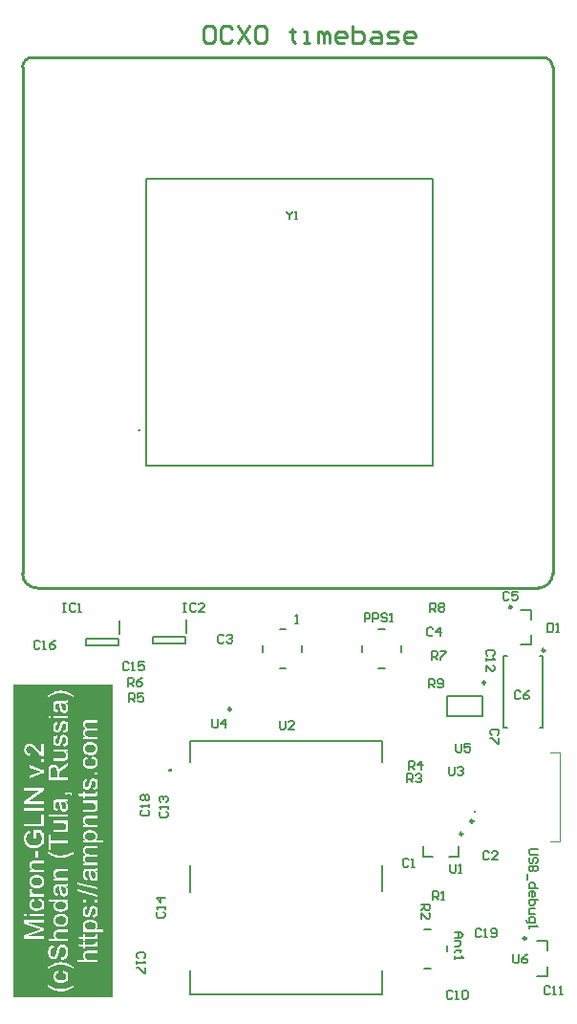
<source format=gto>
G04*
G04 #@! TF.GenerationSoftware,Altium Limited,Altium Designer,22.9.1 (49)*
G04*
G04 Layer_Color=65535*
%FSLAX25Y25*%
%MOIN*%
G70*
G04*
G04 #@! TF.SameCoordinates,E9D11BAE-304F-488D-B7EA-F98EEB287584*
G04*
G04*
G04 #@! TF.FilePolarity,Positive*
G04*
G01*
G75*
%ADD10C,0.00984*%
%ADD11C,0.01496*%
%ADD12C,0.00787*%
%ADD13C,0.01000*%
%ADD14C,0.00630*%
%ADD15C,0.00394*%
%ADD16C,0.00591*%
G36*
X37312Y-137585D02*
X23579D01*
Y-28415D01*
X37312D01*
Y-137585D01*
D02*
G37*
G36*
X23579Y-137585D02*
X13287D01*
Y-137585D01*
X2688D01*
Y-28415D01*
X13287D01*
Y-28415D01*
X23579D01*
Y-137585D01*
D02*
G37*
%LPC*%
G36*
X31864Y-40786D02*
X26816D01*
D01*
X28477D01*
X28322Y-40794D01*
X28181Y-40801D01*
X28049Y-40823D01*
X27923Y-40845D01*
X27812Y-40875D01*
X27709Y-40912D01*
X27621Y-40949D01*
X27539Y-40986D01*
X27466Y-41023D01*
X27399Y-41059D01*
X27347Y-41089D01*
X27303Y-41126D01*
X27274Y-41148D01*
X27252Y-41170D01*
X27237Y-41177D01*
X27229Y-41185D01*
X27156Y-41259D01*
X27089Y-41347D01*
X27038Y-41436D01*
X26993Y-41524D01*
X26919Y-41716D01*
X26868Y-41893D01*
X26853Y-41982D01*
X26838Y-42063D01*
X26831Y-42130D01*
X26823Y-42196D01*
X26816Y-42240D01*
Y-42314D01*
X26823Y-42484D01*
X26853Y-42646D01*
X26897Y-42801D01*
X26949Y-42949D01*
X27015Y-43082D01*
X27089Y-43207D01*
X27170Y-43325D01*
X27244Y-43428D01*
X27325Y-43524D01*
X27407Y-43606D01*
X27480Y-43679D01*
X27547Y-43731D01*
X27598Y-43783D01*
X27643Y-43812D01*
X27672Y-43834D01*
X27680Y-43842D01*
X27532Y-43908D01*
X27407Y-43982D01*
X27303Y-44063D01*
X27207Y-44144D01*
X27141Y-44225D01*
X27089Y-44284D01*
X27052Y-44329D01*
X27045Y-44336D01*
Y-44344D01*
X26971Y-44484D01*
X26912Y-44631D01*
X26875Y-44779D01*
X26846Y-44919D01*
X26831Y-45045D01*
X26823Y-45096D01*
X26816Y-45148D01*
Y-45237D01*
X26823Y-45414D01*
X26853Y-45583D01*
X26883Y-45731D01*
X26927Y-45864D01*
X26964Y-45967D01*
X26986Y-46011D01*
X27001Y-46048D01*
X27015Y-46078D01*
X27030Y-46100D01*
X27038Y-46107D01*
Y-46115D01*
X27126Y-46255D01*
X27222Y-46373D01*
X27318Y-46476D01*
X27414Y-46565D01*
X27495Y-46639D01*
X27562Y-46690D01*
X27606Y-46720D01*
X27613Y-46735D01*
X26927D01*
Y-47480D01*
X31864D01*
Y-40786D01*
D02*
G37*
G36*
X31975Y-48454D02*
X26816D01*
D01*
X29333D01*
X29119Y-48462D01*
X28912Y-48484D01*
X28720Y-48513D01*
X28543Y-48557D01*
X28381Y-48602D01*
X28233Y-48661D01*
X28093Y-48720D01*
X27967Y-48779D01*
X27857Y-48838D01*
X27761Y-48897D01*
X27680Y-48956D01*
X27613Y-49000D01*
X27554Y-49045D01*
X27517Y-49074D01*
X27495Y-49096D01*
X27488Y-49104D01*
X27370Y-49229D01*
X27266Y-49362D01*
X27178Y-49495D01*
X27097Y-49635D01*
X27038Y-49775D01*
X26978Y-49908D01*
X26934Y-50048D01*
X26897Y-50174D01*
X26875Y-50299D01*
X26853Y-50410D01*
X26838Y-50506D01*
X26823Y-50594D01*
Y-50668D01*
X26816Y-50720D01*
Y-50653D01*
Y-50764D01*
X26823Y-50934D01*
X26838Y-51096D01*
X26868Y-51244D01*
X26905Y-51391D01*
X26942Y-51532D01*
X26993Y-51657D01*
X27038Y-51775D01*
X27089Y-51878D01*
X27141Y-51982D01*
X27193Y-52063D01*
X27244Y-52137D01*
X27281Y-52203D01*
X27318Y-52248D01*
X27347Y-52284D01*
X27362Y-52307D01*
X27370Y-52314D01*
X27503Y-52447D01*
X27643Y-52565D01*
X27798Y-52668D01*
X27960Y-52757D01*
X28130Y-52823D01*
X28299Y-52890D01*
X28469Y-52941D01*
X28632Y-52978D01*
X28787Y-53008D01*
X28927Y-53037D01*
X29060Y-53052D01*
X29178Y-53059D01*
X29266Y-53067D01*
X29340Y-53074D01*
X29399D01*
X29628Y-53067D01*
X29842Y-53045D01*
X30041Y-53015D01*
X30226Y-52978D01*
X30395Y-52926D01*
X30550Y-52875D01*
X30691Y-52816D01*
X30823Y-52757D01*
X30934Y-52698D01*
X31038Y-52639D01*
X31119Y-52587D01*
X31185Y-52535D01*
X31244Y-52499D01*
X31281Y-52469D01*
X31303Y-52447D01*
X31311Y-52439D01*
X31429Y-52314D01*
X31532Y-52181D01*
X31620Y-52048D01*
X31694Y-51908D01*
X31761Y-51768D01*
X31812Y-51628D01*
X31857Y-51495D01*
X31894Y-51362D01*
X31916Y-51236D01*
X31938Y-51126D01*
X31953Y-51022D01*
X31967Y-50934D01*
Y-50860D01*
X31975Y-50808D01*
Y-50764D01*
X31960Y-50528D01*
X31931Y-50307D01*
X31879Y-50107D01*
X31857Y-50011D01*
X31827Y-49930D01*
X31798Y-49849D01*
X31776Y-49783D01*
X31746Y-49724D01*
X31724Y-49672D01*
X31709Y-49628D01*
X31694Y-49598D01*
X31680Y-49583D01*
Y-49576D01*
X31554Y-49384D01*
X31421Y-49214D01*
X31281Y-49074D01*
X31141Y-48956D01*
X31023Y-48860D01*
X30964Y-48823D01*
X30919Y-48794D01*
X30882Y-48772D01*
X30853Y-48757D01*
X30838Y-48742D01*
X30831D01*
X30720Y-48690D01*
X30610Y-48646D01*
X30366Y-48572D01*
X30115Y-48521D01*
X29879Y-48491D01*
X29768Y-48476D01*
X29665Y-48469D01*
X29569Y-48462D01*
X29488D01*
X29421Y-48454D01*
X31975D01*
D02*
G37*
G36*
X30174Y-53480D02*
X26816D01*
D01*
X30167D01*
X30056Y-54299D01*
X30174Y-54321D01*
X30277Y-54343D01*
X30381Y-54373D01*
X30469Y-54403D01*
X30558Y-54439D01*
X30632Y-54469D01*
X30698Y-54506D01*
X30764Y-54543D01*
X30816Y-54580D01*
X30860Y-54609D01*
X30934Y-54668D01*
X30979Y-54705D01*
X30986Y-54712D01*
X30993Y-54720D01*
X31089Y-54853D01*
X31163Y-54985D01*
X31215Y-55126D01*
X31251Y-55251D01*
X31274Y-55369D01*
X31281Y-55414D01*
Y-55458D01*
X31288Y-55495D01*
Y-55539D01*
X31281Y-55650D01*
X31266Y-55760D01*
X31244Y-55856D01*
X31215Y-55952D01*
X31148Y-56122D01*
X31060Y-56270D01*
X31023Y-56329D01*
X30979Y-56380D01*
X30942Y-56425D01*
X30905Y-56469D01*
X30882Y-56498D01*
X30860Y-56521D01*
X30846Y-56528D01*
X30838Y-56535D01*
X30750Y-56602D01*
X30646Y-56661D01*
X30536Y-56712D01*
X30425Y-56749D01*
X30181Y-56823D01*
X29945Y-56867D01*
X29835Y-56882D01*
X29731Y-56889D01*
X29635Y-56897D01*
X29554Y-56904D01*
X29488Y-56912D01*
X29436D01*
X29399D01*
X29392D01*
X29215Y-56904D01*
X29045Y-56897D01*
X28897Y-56875D01*
X28757Y-56853D01*
X28624Y-56823D01*
X28506Y-56786D01*
X28403Y-56749D01*
X28307Y-56712D01*
X28226Y-56683D01*
X28152Y-56646D01*
X28093Y-56609D01*
X28049Y-56580D01*
X28004Y-56557D01*
X27982Y-56535D01*
X27967Y-56528D01*
X27960Y-56521D01*
X27879Y-56447D01*
X27812Y-56366D01*
X27746Y-56277D01*
X27694Y-56196D01*
X27650Y-56107D01*
X27613Y-56026D01*
X27562Y-55864D01*
X27525Y-55716D01*
X27517Y-55657D01*
X27510Y-55598D01*
X27503Y-55554D01*
Y-55495D01*
X27510Y-55347D01*
X27539Y-55207D01*
X27584Y-55089D01*
X27628Y-54985D01*
X27680Y-54904D01*
X27716Y-54838D01*
X27746Y-54801D01*
X27761Y-54786D01*
X27864Y-54683D01*
X27982Y-54594D01*
X28108Y-54528D01*
X28226Y-54469D01*
X28336Y-54425D01*
X28425Y-54395D01*
X28462Y-54388D01*
X28484Y-54380D01*
X28499Y-54373D01*
X28506D01*
X28381Y-53561D01*
X28248Y-53591D01*
X28115Y-53635D01*
X27997Y-53679D01*
X27886Y-53724D01*
X27783Y-53775D01*
X27687Y-53834D01*
X27606Y-53886D01*
X27525Y-53945D01*
X27458Y-53997D01*
X27399Y-54048D01*
X27347Y-54093D01*
X27303Y-54137D01*
X27274Y-54166D01*
X27252Y-54196D01*
X27237Y-54211D01*
X27229Y-54218D01*
X27156Y-54314D01*
X27089Y-54417D01*
X27038Y-54528D01*
X26993Y-54639D01*
X26919Y-54860D01*
X26868Y-55067D01*
X26853Y-55163D01*
X26838Y-55251D01*
X26831Y-55332D01*
X26823Y-55399D01*
X26816Y-55450D01*
Y-55532D01*
X26831Y-55760D01*
X26860Y-55982D01*
X26912Y-56181D01*
X26942Y-56270D01*
X26964Y-56358D01*
X26993Y-56432D01*
X27023Y-56498D01*
X27045Y-56557D01*
X27075Y-56609D01*
X27089Y-56653D01*
X27104Y-56683D01*
X27119Y-56698D01*
Y-56705D01*
X27244Y-56897D01*
X27384Y-57059D01*
X27539Y-57200D01*
X27680Y-57310D01*
X27812Y-57399D01*
X27872Y-57428D01*
X27923Y-57458D01*
X27960Y-57480D01*
X27990Y-57495D01*
X28012Y-57509D01*
X28019D01*
X28248Y-57598D01*
X28491Y-57657D01*
X28728Y-57701D01*
X28942Y-57738D01*
X29045Y-57746D01*
X29133Y-57753D01*
X29215Y-57760D01*
X29289D01*
X29340Y-57768D01*
X29421D01*
X31975D01*
X29421D01*
X29643Y-57760D01*
X29857Y-57738D01*
X30056Y-57709D01*
X30240Y-57672D01*
X30410Y-57627D01*
X30565Y-57576D01*
X30705Y-57517D01*
X30831Y-57458D01*
X30942Y-57406D01*
X31045Y-57347D01*
X31126Y-57296D01*
X31192Y-57251D01*
X31251Y-57214D01*
X31288Y-57185D01*
X31311Y-57163D01*
X31318Y-57155D01*
X31436Y-57037D01*
X31532Y-56912D01*
X31620Y-56779D01*
X31694Y-56646D01*
X31761Y-56506D01*
X31812Y-56373D01*
X31857Y-56240D01*
X31894Y-56115D01*
X31923Y-55997D01*
X31938Y-55886D01*
X31953Y-55783D01*
X31967Y-55701D01*
Y-55628D01*
X31975Y-55576D01*
Y-55532D01*
X31967Y-55384D01*
X31953Y-55244D01*
X31931Y-55111D01*
X31901Y-54978D01*
X31864Y-54860D01*
X31820Y-54749D01*
X31783Y-54646D01*
X31731Y-54550D01*
X31687Y-54469D01*
X31650Y-54388D01*
X31606Y-54329D01*
X31569Y-54270D01*
X31539Y-54233D01*
X31517Y-54196D01*
X31503Y-54181D01*
X31495Y-54174D01*
X31399Y-54078D01*
X31303Y-53982D01*
X31192Y-53901D01*
X31082Y-53834D01*
X30971Y-53768D01*
X30860Y-53709D01*
X30654Y-53620D01*
X30550Y-53583D01*
X30462Y-53554D01*
X30381Y-53532D01*
X30307Y-53509D01*
X30248Y-53495D01*
X30204Y-53487D01*
X30174Y-53480D01*
D02*
G37*
%LPD*%
G36*
X29421Y-57768D02*
D01*
D01*
D01*
D02*
G37*
%LPC*%
G36*
X31864Y-58978D02*
X30912D01*
Y-59930D01*
X31864D01*
Y-58978D01*
D02*
G37*
G36*
X31975Y-61155D02*
D01*
Y-63148D01*
X31967Y-62934D01*
X31945Y-62742D01*
X31908Y-62565D01*
X31872Y-62410D01*
X31857Y-62343D01*
X31842Y-62284D01*
X31820Y-62233D01*
X31805Y-62188D01*
X31790Y-62151D01*
X31783Y-62129D01*
X31776Y-62115D01*
Y-62107D01*
X31694Y-61945D01*
X31606Y-61805D01*
X31510Y-61686D01*
X31414Y-61583D01*
X31333Y-61509D01*
X31266Y-61450D01*
X31222Y-61421D01*
X31215Y-61406D01*
X31207D01*
X31067Y-61325D01*
X30927Y-61259D01*
X30794Y-61214D01*
X30676Y-61185D01*
X30573Y-61170D01*
X30491Y-61155D01*
X31975D01*
X30418D01*
X30263Y-61163D01*
X30122Y-61185D01*
X30004Y-61222D01*
X29901Y-61259D01*
X29812Y-61295D01*
X29753Y-61332D01*
X29717Y-61354D01*
X29702Y-61362D01*
X29598Y-61443D01*
X29510Y-61532D01*
X29436Y-61628D01*
X29377Y-61716D01*
X29325Y-61790D01*
X29296Y-61856D01*
X29274Y-61901D01*
X29266Y-61908D01*
Y-61915D01*
X29237Y-61989D01*
X29207Y-62070D01*
X29170Y-62159D01*
X29141Y-62255D01*
X29074Y-62454D01*
X29015Y-62661D01*
X28986Y-62757D01*
X28956Y-62853D01*
X28934Y-62934D01*
X28912Y-63000D01*
X28897Y-63067D01*
X28883Y-63111D01*
X28875Y-63140D01*
Y-63148D01*
X28846Y-63258D01*
X28816Y-63354D01*
X28794Y-63443D01*
X28772Y-63524D01*
X28750Y-63591D01*
X28735Y-63650D01*
X28720Y-63701D01*
X28705Y-63746D01*
X28683Y-63812D01*
X28668Y-63856D01*
X28661Y-63878D01*
Y-63886D01*
X28624Y-63960D01*
X28587Y-64026D01*
X28550Y-64085D01*
X28514Y-64129D01*
X28484Y-64166D01*
X28462Y-64188D01*
X28447Y-64203D01*
X28440Y-64210D01*
X28388Y-64240D01*
X28336Y-64262D01*
X28240Y-64292D01*
X28204Y-64299D01*
X28174Y-64306D01*
X28152D01*
X28145D01*
X28049Y-64299D01*
X27967Y-64270D01*
X27886Y-64233D01*
X27820Y-64181D01*
X27768Y-64137D01*
X27731Y-64100D01*
X27702Y-64070D01*
X27694Y-64063D01*
X27657Y-64011D01*
X27628Y-63960D01*
X27584Y-63834D01*
X27547Y-63694D01*
X27525Y-63561D01*
X27510Y-63436D01*
Y-63384D01*
X27503Y-63340D01*
Y-63244D01*
X27510Y-63067D01*
X27539Y-62919D01*
X27569Y-62786D01*
X27613Y-62675D01*
X27650Y-62594D01*
X27687Y-62535D01*
X27716Y-62498D01*
X27724Y-62484D01*
X27812Y-62395D01*
X27908Y-62321D01*
X28004Y-62262D01*
X28100Y-62218D01*
X28181Y-62188D01*
X28255Y-62174D01*
X28299Y-62159D01*
X28307D01*
X28314D01*
X28204Y-61340D01*
X28034Y-61377D01*
X27886Y-61421D01*
X27753Y-61465D01*
X27643Y-61517D01*
X27562Y-61561D01*
X27495Y-61598D01*
X27458Y-61628D01*
X27444Y-61635D01*
X27340Y-61724D01*
X27252Y-61827D01*
X27170Y-61930D01*
X27104Y-62033D01*
X27052Y-62137D01*
X27015Y-62211D01*
X27001Y-62240D01*
X26993Y-62262D01*
X26986Y-62277D01*
Y-62284D01*
X26927Y-62454D01*
X26890Y-62624D01*
X26860Y-62801D01*
X26838Y-62956D01*
X26823Y-63096D01*
Y-63155D01*
X26816Y-63207D01*
Y-65259D01*
Y-63303D01*
X26823Y-63443D01*
X26831Y-63576D01*
X26846Y-63701D01*
X26868Y-63805D01*
X26890Y-63901D01*
X26905Y-63967D01*
X26912Y-64011D01*
X26919Y-64019D01*
Y-64026D01*
X26956Y-64144D01*
X27001Y-64255D01*
X27045Y-64343D01*
X27082Y-64417D01*
X27111Y-64476D01*
X27141Y-64521D01*
X27156Y-64550D01*
X27163Y-64557D01*
X27237Y-64653D01*
X27311Y-64735D01*
X27392Y-64808D01*
X27466Y-64860D01*
X27532Y-64912D01*
X27584Y-64941D01*
X27613Y-64963D01*
X27628Y-64971D01*
X27731Y-65022D01*
X27842Y-65059D01*
X27945Y-65081D01*
X28041Y-65096D01*
X28122Y-65111D01*
X28181Y-65118D01*
X28226D01*
X28233D01*
X28240D01*
X28373Y-65111D01*
X28499Y-65089D01*
X28609Y-65059D01*
X28705Y-65030D01*
X28787Y-65000D01*
X28853Y-64971D01*
X28890Y-64948D01*
X28905Y-64941D01*
X29008Y-64867D01*
X29104Y-64779D01*
X29178Y-64690D01*
X29244Y-64602D01*
X29303Y-64521D01*
X29340Y-64461D01*
X29362Y-64417D01*
X29370Y-64410D01*
Y-64402D01*
X29399Y-64329D01*
X29436Y-64240D01*
X29473Y-64152D01*
X29502Y-64048D01*
X29569Y-63834D01*
X29635Y-63627D01*
X29665Y-63524D01*
X29694Y-63428D01*
X29717Y-63340D01*
X29739Y-63266D01*
X29753Y-63207D01*
X29768Y-63155D01*
X29776Y-63126D01*
Y-63118D01*
X29805Y-63000D01*
X29835Y-62889D01*
X29864Y-62786D01*
X29894Y-62698D01*
X29916Y-62616D01*
X29938Y-62550D01*
X29960Y-62491D01*
X29982Y-62432D01*
X29997Y-62388D01*
X30012Y-62351D01*
X30034Y-62299D01*
X30049Y-62270D01*
X30056Y-62262D01*
X30122Y-62181D01*
X30196Y-62115D01*
X30270Y-62070D01*
X30344Y-62041D01*
X30403Y-62026D01*
X30462Y-62011D01*
X30491D01*
X30506D01*
X30624Y-62026D01*
X30728Y-62056D01*
X30823Y-62100D01*
X30905Y-62151D01*
X30971Y-62203D01*
X31015Y-62247D01*
X31052Y-62277D01*
X31060Y-62292D01*
X31133Y-62410D01*
X31192Y-62543D01*
X31229Y-62690D01*
X31259Y-62830D01*
X31274Y-62956D01*
X31281Y-63008D01*
Y-63059D01*
X31288Y-63096D01*
Y-63155D01*
X31274Y-63354D01*
X31244Y-63532D01*
X31207Y-63687D01*
X31156Y-63812D01*
X31111Y-63915D01*
X31067Y-63989D01*
X31038Y-64033D01*
X31030Y-64041D01*
Y-64048D01*
X30919Y-64159D01*
X30801Y-64240D01*
X30669Y-64306D01*
X30543Y-64358D01*
X30432Y-64395D01*
X30388Y-64410D01*
X30344Y-64417D01*
X30307Y-64425D01*
X30285D01*
X30270Y-64432D01*
X30263D01*
X30395Y-65259D01*
D01*
X30536Y-65229D01*
X30676Y-65192D01*
X30801Y-65148D01*
X30912Y-65104D01*
X31023Y-65052D01*
X31119Y-65000D01*
X31207Y-64948D01*
X31288Y-64890D01*
X31355Y-64838D01*
X31414Y-64786D01*
X31466Y-64742D01*
X31510Y-64705D01*
X31539Y-64668D01*
X31561Y-64646D01*
X31576Y-64631D01*
X31584Y-64624D01*
X31650Y-64521D01*
X31709Y-64417D01*
X31768Y-64299D01*
X31812Y-64181D01*
X31879Y-63930D01*
X31923Y-63694D01*
X31945Y-63583D01*
X31953Y-63480D01*
X31960Y-63384D01*
X31967Y-63310D01*
X31975Y-63244D01*
Y-64808D01*
Y-61155D01*
D02*
G37*
G36*
X31931Y-65635D02*
X25207D01*
X31857D01*
D01*
D01*
X31931D01*
D01*
D02*
G37*
G36*
X31857D02*
D01*
X31119Y-65746D01*
X31126Y-65827D01*
X31133Y-65900D01*
X31141Y-65967D01*
Y-66019D01*
X31148Y-66063D01*
Y-66188D01*
X31141Y-66247D01*
X31126Y-66292D01*
X31119Y-66336D01*
X31104Y-66365D01*
X31097Y-66388D01*
X31089Y-66402D01*
Y-66410D01*
X31038Y-66469D01*
X30986Y-66513D01*
X30942Y-66543D01*
X30934Y-66550D01*
X30927D01*
X30875Y-66565D01*
X30809Y-66572D01*
X30735Y-66587D01*
X30661D01*
X30587Y-66594D01*
X30528D01*
X30484D01*
X30477D01*
X30469D01*
X27576D01*
Y-65746D01*
X26927D01*
Y-66594D01*
X25207D01*
X25709Y-67428D01*
X26927D01*
Y-68048D01*
X27576D01*
Y-67428D01*
X30425D01*
X30558D01*
X30683Y-67421D01*
X30794D01*
X30897Y-67413D01*
X30986Y-67406D01*
X31067Y-67399D01*
X31141Y-67391D01*
X31200Y-67377D01*
X31251Y-67369D01*
X31296Y-67362D01*
X31333Y-67354D01*
X31362Y-67347D01*
X31399Y-67340D01*
X31414Y-67332D01*
X31495Y-67288D01*
X31569Y-67236D01*
X31635Y-67177D01*
X31687Y-67118D01*
X31731Y-67059D01*
X31761Y-67015D01*
X31783Y-66985D01*
X31790Y-66978D01*
X31835Y-66875D01*
X31872Y-66764D01*
X31894Y-66646D01*
X31916Y-66528D01*
X31923Y-66425D01*
X31931Y-66343D01*
Y-66269D01*
X31916Y-66048D01*
X31908Y-65945D01*
X31894Y-65849D01*
X31879Y-65760D01*
X31872Y-65694D01*
X31857Y-65650D01*
Y-65635D01*
D02*
G37*
G36*
X25207Y-66594D02*
Y-68048D01*
D01*
Y-66594D01*
D02*
G37*
G36*
X31975Y-68882D02*
Y-71199D01*
X31967Y-71015D01*
X31938Y-70845D01*
X31901Y-70690D01*
X31842Y-70535D01*
X31783Y-70395D01*
X31709Y-70270D01*
X31635Y-70151D01*
X31554Y-70041D01*
X31480Y-69945D01*
X31407Y-69864D01*
X31333Y-69790D01*
X31274Y-69731D01*
X31215Y-69687D01*
X31178Y-69657D01*
X31148Y-69635D01*
X31141Y-69627D01*
X31864D01*
Y-68882D01*
X31975D01*
X26927D01*
Y-69716D01*
X29576D01*
X29798Y-69723D01*
X29990Y-69738D01*
X30152Y-69760D01*
X30292Y-69782D01*
X30351Y-69797D01*
X30395Y-69812D01*
X30440Y-69827D01*
X30477Y-69834D01*
X30499Y-69841D01*
X30521Y-69849D01*
X30528Y-69856D01*
X30536D01*
X30654Y-69915D01*
X30757Y-69989D01*
X30846Y-70070D01*
X30919Y-70144D01*
X30979Y-70218D01*
X31023Y-70277D01*
X31052Y-70314D01*
X31060Y-70321D01*
Y-70328D01*
X31126Y-70454D01*
X31170Y-70572D01*
X31207Y-70690D01*
X31229Y-70801D01*
X31244Y-70897D01*
X31251Y-70963D01*
Y-71030D01*
X31244Y-71162D01*
X31222Y-71288D01*
X31192Y-71399D01*
X31156Y-71487D01*
X31126Y-71561D01*
X31097Y-71620D01*
X31074Y-71649D01*
X31067Y-71664D01*
X30993Y-71753D01*
X30905Y-71827D01*
X30823Y-71886D01*
X30742Y-71930D01*
X30669Y-71967D01*
X30602Y-71989D01*
X30565Y-71996D01*
X30550Y-72004D01*
X30506Y-72011D01*
X30447Y-72019D01*
X30314Y-72026D01*
X30167Y-72041D01*
X30019D01*
X29886Y-72048D01*
X29827D01*
X29768D01*
X29724D01*
X29694D01*
X29672D01*
X29665D01*
X26927D01*
Y-72882D01*
X30174D01*
X30336Y-72875D01*
X30469Y-72867D01*
X30580Y-72860D01*
X30661Y-72852D01*
X30728Y-72845D01*
X30757Y-72838D01*
X30772D01*
X30905Y-72801D01*
X31023Y-72764D01*
X31126Y-72720D01*
X31215Y-72675D01*
X31288Y-72638D01*
X31348Y-72609D01*
X31377Y-72587D01*
X31392Y-72579D01*
X31480Y-72506D01*
X31561Y-72417D01*
X31635Y-72321D01*
X31694Y-72233D01*
X31746Y-72144D01*
X31783Y-72078D01*
X31805Y-72033D01*
X31812Y-72026D01*
Y-72019D01*
X31864Y-71871D01*
X31908Y-71731D01*
X31938Y-71591D01*
X31953Y-71465D01*
X31967Y-71354D01*
X31975Y-71273D01*
Y-72882D01*
D01*
D01*
Y-68882D01*
D02*
G37*
G36*
X31864Y-74144D02*
X28632D01*
X28536Y-74151D01*
X28455D01*
X28381Y-74159D01*
X28314D01*
X28204Y-74166D01*
X28122Y-74181D01*
X28063Y-74188D01*
X28027Y-74196D01*
X28019D01*
X27886Y-74225D01*
X27768Y-74269D01*
X27665Y-74306D01*
X27576Y-74351D01*
X27503Y-74395D01*
X27444Y-74424D01*
X27414Y-74447D01*
X27399Y-74454D01*
X27303Y-74528D01*
X27222Y-74616D01*
X27156Y-74712D01*
X27089Y-74801D01*
X27045Y-74889D01*
X27008Y-74956D01*
X26986Y-75000D01*
X26978Y-75007D01*
Y-75015D01*
X26927Y-75155D01*
X26883Y-75295D01*
X26853Y-75436D01*
X26838Y-75561D01*
X26823Y-75672D01*
Y-75716D01*
X26816Y-75760D01*
Y-75834D01*
X26823Y-76019D01*
X26853Y-76196D01*
X26890Y-76358D01*
X26942Y-76513D01*
X27008Y-76653D01*
X27075Y-76779D01*
X27148Y-76897D01*
X27222Y-77000D01*
X27303Y-77096D01*
X27377Y-77177D01*
X27444Y-77244D01*
X27510Y-77295D01*
X27562Y-77340D01*
X27598Y-77376D01*
X27628Y-77391D01*
X27635Y-77399D01*
X26927D01*
Y-78151D01*
X26816D01*
X31864D01*
Y-77314D01*
Y-77317D01*
X29170D01*
X29001Y-77310D01*
X28838Y-77303D01*
X28698Y-77280D01*
X28565Y-77258D01*
X28447Y-77229D01*
X28344Y-77199D01*
X28248Y-77162D01*
X28167Y-77126D01*
X28093Y-77089D01*
X28034Y-77052D01*
X27990Y-77022D01*
X27945Y-76993D01*
X27916Y-76970D01*
X27894Y-76948D01*
X27886Y-76941D01*
X27879Y-76934D01*
X27820Y-76860D01*
X27768Y-76779D01*
X27680Y-76624D01*
X27621Y-76469D01*
X27584Y-76328D01*
X27554Y-76203D01*
X27547Y-76144D01*
Y-76100D01*
X27539Y-76063D01*
Y-76011D01*
X27547Y-75886D01*
X27562Y-75775D01*
X27591Y-75679D01*
X27613Y-75590D01*
X27643Y-75524D01*
X27672Y-75472D01*
X27687Y-75436D01*
X27694Y-75428D01*
X27753Y-75340D01*
X27820Y-75266D01*
X27886Y-75207D01*
X27953Y-75162D01*
X28012Y-75125D01*
X28056Y-75103D01*
X28086Y-75089D01*
X28100Y-75081D01*
X28204Y-75044D01*
X28322Y-75022D01*
X28447Y-75000D01*
X28573Y-74993D01*
X28683Y-74985D01*
X28735Y-74978D01*
X28779D01*
X28809D01*
X28838D01*
X28853D01*
X28860D01*
X31864D01*
Y-74144D01*
D02*
G37*
G36*
X33753Y-79727D02*
Y-79745D01*
D01*
Y-79727D01*
D02*
G37*
G36*
Y-80055D02*
Y-80063D01*
D01*
Y-80055D01*
D02*
G37*
G36*
Y-80583D02*
Y-80590D01*
D01*
Y-80583D01*
D02*
G37*
G36*
Y-80996D02*
Y-81019D01*
D01*
Y-80996D01*
D02*
G37*
G36*
Y-79162D02*
X29362D01*
X29104Y-79170D01*
X28860Y-79199D01*
X28639Y-79244D01*
X28543Y-79266D01*
X28447Y-79288D01*
X28366Y-79310D01*
X28285Y-79332D01*
X28218Y-79354D01*
X28167Y-79376D01*
X28122Y-79391D01*
X28093Y-79406D01*
X28071Y-79413D01*
X28063D01*
X27857Y-79517D01*
X27672Y-79627D01*
X27517Y-79753D01*
X27384Y-79871D01*
X27281Y-79974D01*
X27207Y-80063D01*
X27185Y-80100D01*
X27163Y-80122D01*
X27148Y-80137D01*
Y-80144D01*
X27089Y-80233D01*
X27038Y-80328D01*
X26956Y-80520D01*
X26897Y-80705D01*
X26860Y-80882D01*
X26846Y-80963D01*
X26831Y-81029D01*
X26823Y-81096D01*
Y-81155D01*
X26816Y-81199D01*
Y-81188D01*
Y-81258D01*
X26823Y-81428D01*
X26846Y-81590D01*
X26875Y-81731D01*
X26912Y-81849D01*
X26949Y-81945D01*
X26978Y-82018D01*
X27001Y-82063D01*
X27008Y-82070D01*
Y-82077D01*
X27089Y-82203D01*
X27178Y-82314D01*
X27274Y-82417D01*
X27362Y-82506D01*
X27444Y-82579D01*
X27517Y-82638D01*
X27562Y-82668D01*
X27569Y-82683D01*
X26927D01*
Y-83443D01*
X26816D01*
X33753D01*
Y-82609D01*
X31355D01*
X31451Y-82528D01*
X31539Y-82439D01*
X31620Y-82350D01*
X31680Y-82262D01*
X31731Y-82188D01*
X31776Y-82122D01*
X31798Y-82085D01*
X31805Y-82070D01*
X31864Y-81945D01*
X31901Y-81812D01*
X31931Y-81686D01*
X31953Y-81568D01*
X31967Y-81465D01*
X31975Y-81391D01*
Y-81317D01*
X31967Y-81207D01*
X31960Y-81103D01*
X31923Y-80904D01*
X31872Y-80720D01*
X31812Y-80557D01*
X31783Y-80483D01*
X31761Y-80417D01*
X31731Y-80365D01*
X31709Y-80314D01*
X31687Y-80277D01*
X31672Y-80247D01*
X31657Y-80233D01*
Y-80225D01*
X31525Y-80041D01*
X31377Y-79886D01*
X31222Y-79745D01*
X31067Y-79635D01*
X30934Y-79546D01*
X30875Y-79517D01*
X30823Y-79487D01*
X30787Y-79465D01*
X30757Y-79450D01*
X30735Y-79435D01*
X30728D01*
X30491Y-79347D01*
X30255Y-79281D01*
X30027Y-79229D01*
X29820Y-79199D01*
X29724Y-79185D01*
X29635Y-79177D01*
X29554Y-79170D01*
X29488D01*
X29436Y-79162D01*
X33753D01*
D02*
G37*
G36*
Y-81576D02*
Y-81579D01*
D01*
Y-81576D01*
D02*
G37*
G36*
Y-82528D02*
Y-82565D01*
D01*
Y-82528D01*
D02*
G37*
G36*
X31864Y-84683D02*
X26816D01*
X28477D01*
X28322Y-84690D01*
X28181Y-84697D01*
X28049Y-84720D01*
X27923Y-84742D01*
X27812Y-84771D01*
X27709Y-84808D01*
X27621Y-84845D01*
X27539Y-84882D01*
X27466Y-84919D01*
X27399Y-84956D01*
X27347Y-84985D01*
X27303Y-85022D01*
X27274Y-85044D01*
X27252Y-85066D01*
X27237Y-85074D01*
X27229Y-85081D01*
X27156Y-85155D01*
X27089Y-85243D01*
X27038Y-85332D01*
X26993Y-85421D01*
X26919Y-85612D01*
X26868Y-85790D01*
X26853Y-85878D01*
X26838Y-85959D01*
X26831Y-86026D01*
X26823Y-86092D01*
X26816Y-86137D01*
Y-86210D01*
X26823Y-86380D01*
X26853Y-86542D01*
X26897Y-86697D01*
X26949Y-86845D01*
X27015Y-86978D01*
X27089Y-87103D01*
X27170Y-87221D01*
X27244Y-87325D01*
X27325Y-87421D01*
X27407Y-87502D01*
X27480Y-87576D01*
X27547Y-87627D01*
X27598Y-87679D01*
X27643Y-87708D01*
X27672Y-87731D01*
X27680Y-87738D01*
X27532Y-87804D01*
X27407Y-87878D01*
X27303Y-87959D01*
X27207Y-88041D01*
X27141Y-88122D01*
X27089Y-88181D01*
X27052Y-88225D01*
X27045Y-88232D01*
Y-88240D01*
X26971Y-88380D01*
X26912Y-88528D01*
X26875Y-88675D01*
X26846Y-88815D01*
X26831Y-88941D01*
X26823Y-88993D01*
X26816Y-89044D01*
Y-89133D01*
X26823Y-89310D01*
X26853Y-89480D01*
X26883Y-89627D01*
X26927Y-89760D01*
X26964Y-89863D01*
X26986Y-89908D01*
X27001Y-89945D01*
X27015Y-89974D01*
X27030Y-89996D01*
X27038Y-90004D01*
Y-90011D01*
X27126Y-90151D01*
X27222Y-90269D01*
X27318Y-90373D01*
X27414Y-90461D01*
X27495Y-90535D01*
X27562Y-90587D01*
X27606Y-90616D01*
X27613Y-90631D01*
X26927D01*
Y-91376D01*
X26816D01*
X31864D01*
Y-84683D01*
D02*
G37*
G36*
X31975Y-92402D02*
Y-95258D01*
X31967Y-95074D01*
X31953Y-94904D01*
X31923Y-94749D01*
X31894Y-94609D01*
X31864Y-94498D01*
X31849Y-94446D01*
X31835Y-94410D01*
X31827Y-94380D01*
X31820Y-94358D01*
X31812Y-94343D01*
Y-94336D01*
X31739Y-94173D01*
X31657Y-94011D01*
X31561Y-93863D01*
X31466Y-93723D01*
X31384Y-93605D01*
X31340Y-93561D01*
X31311Y-93516D01*
X31281Y-93480D01*
X31259Y-93457D01*
X31251Y-93443D01*
X31244Y-93435D01*
X31377Y-93421D01*
X31495Y-93398D01*
X31598Y-93369D01*
X31687Y-93339D01*
X31761Y-93317D01*
X31820Y-93295D01*
X31849Y-93280D01*
X31864Y-93273D01*
Y-92402D01*
X31761Y-92454D01*
X31650Y-92498D01*
X31554Y-92535D01*
X31466Y-92564D01*
X31384Y-92587D01*
X31325Y-92601D01*
X31288Y-92609D01*
X31274D01*
X31207Y-92616D01*
X31119Y-92624D01*
X31023Y-92631D01*
X30912Y-92638D01*
X30794Y-92646D01*
X30669D01*
X30418Y-92653D01*
X30299D01*
X30181Y-92660D01*
X30078D01*
X29982D01*
X29908D01*
X29849D01*
X29812D01*
X29798D01*
X28683D01*
X28580D01*
X28491D01*
X28410Y-92668D01*
X28329D01*
X28196Y-92675D01*
X28093Y-92683D01*
X28012Y-92690D01*
X27960Y-92697D01*
X27923Y-92705D01*
X27916D01*
X27790Y-92734D01*
X27680Y-92778D01*
X27584Y-92823D01*
X27503Y-92867D01*
X27436Y-92904D01*
X27384Y-92941D01*
X27355Y-92963D01*
X27347Y-92970D01*
X27266Y-93051D01*
X27193Y-93140D01*
X27126Y-93236D01*
X27075Y-93332D01*
X27030Y-93421D01*
X27001Y-93487D01*
X26986Y-93516D01*
X26978Y-93539D01*
X26971Y-93546D01*
Y-93553D01*
X26919Y-93708D01*
X26883Y-93878D01*
X26853Y-94048D01*
X26838Y-94210D01*
X26823Y-94350D01*
Y-94417D01*
X26816Y-94468D01*
D01*
Y-94572D01*
X26823Y-94801D01*
X26846Y-95015D01*
X26875Y-95206D01*
X26890Y-95295D01*
X26905Y-95369D01*
X26919Y-95443D01*
X26934Y-95509D01*
X26949Y-95561D01*
X26964Y-95605D01*
X26978Y-95642D01*
X26986Y-95671D01*
X26993Y-95686D01*
Y-95694D01*
X27067Y-95863D01*
X27148Y-96011D01*
X27229Y-96136D01*
X27311Y-96240D01*
X27384Y-96321D01*
X27444Y-96380D01*
X27480Y-96417D01*
X27488Y-96432D01*
X27495D01*
X27621Y-96520D01*
X27761Y-96594D01*
X27901Y-96653D01*
X28034Y-96705D01*
X28152Y-96741D01*
X28204Y-96756D01*
X28248Y-96771D01*
X28285Y-96778D01*
X28314Y-96786D01*
X28329Y-96793D01*
X28336D01*
X28447Y-95974D01*
X28351Y-95944D01*
X28263Y-95915D01*
X28115Y-95856D01*
X27982Y-95782D01*
X27886Y-95716D01*
X27812Y-95657D01*
X27753Y-95605D01*
X27724Y-95575D01*
X27716Y-95561D01*
X27650Y-95443D01*
X27598Y-95302D01*
X27562Y-95162D01*
X27532Y-95022D01*
X27517Y-94889D01*
Y-94837D01*
X27510Y-94786D01*
Y-94690D01*
X27525Y-94468D01*
X27554Y-94277D01*
X27598Y-94114D01*
X27650Y-93981D01*
X27709Y-93878D01*
X27731Y-93841D01*
X27753Y-93804D01*
X27768Y-93775D01*
X27783Y-93760D01*
X27798Y-93745D01*
X27886Y-93664D01*
X27997Y-93605D01*
X28115Y-93561D01*
X28233Y-93531D01*
X28344Y-93516D01*
X28432Y-93502D01*
X28462D01*
X28491D01*
X28506D01*
X28514D01*
X28536D01*
X28565D01*
X28639D01*
X28668Y-93509D01*
X28698D01*
X28720D01*
X28728D01*
X28757Y-93605D01*
X28787Y-93708D01*
X28816Y-93826D01*
X28846Y-93945D01*
X28897Y-94188D01*
X28942Y-94432D01*
X28956Y-94550D01*
X28971Y-94653D01*
X28986Y-94749D01*
X29001Y-94837D01*
X29008Y-94904D01*
X29015Y-94956D01*
X29023Y-94985D01*
Y-95000D01*
X29045Y-95177D01*
X29067Y-95325D01*
X29089Y-95457D01*
X29104Y-95561D01*
X29126Y-95642D01*
X29133Y-95701D01*
X29148Y-95731D01*
Y-95745D01*
X29185Y-95863D01*
X29229Y-95981D01*
X29274Y-96085D01*
X29318Y-96173D01*
X29355Y-96247D01*
X29392Y-96299D01*
X29414Y-96336D01*
X29421Y-96350D01*
X29495Y-96446D01*
X29569Y-96527D01*
X29650Y-96601D01*
X29724Y-96660D01*
X29798Y-96712D01*
X29849Y-96749D01*
X29886Y-96771D01*
X29901Y-96778D01*
X30019Y-96830D01*
X30130Y-96874D01*
X30240Y-96904D01*
X30344Y-96919D01*
X30432Y-96933D01*
X30506Y-96941D01*
X30565D01*
X30676Y-96933D01*
X30787Y-96919D01*
X30890Y-96904D01*
X30986Y-96874D01*
X31163Y-96801D01*
X31303Y-96719D01*
X31370Y-96683D01*
X31421Y-96646D01*
X31473Y-96609D01*
X31510Y-96572D01*
X31539Y-96542D01*
X31561Y-96527D01*
X31576Y-96513D01*
X31584Y-96505D01*
X31650Y-96417D01*
X31709Y-96328D01*
X31768Y-96225D01*
X31812Y-96129D01*
X31879Y-95922D01*
X31923Y-95716D01*
X31945Y-95627D01*
X31953Y-95539D01*
X31960Y-95457D01*
X31967Y-95391D01*
X31975Y-95339D01*
Y-96941D01*
X31975D01*
X31975D01*
Y-92402D01*
D02*
G37*
G36*
X31982Y-97280D02*
X24942D01*
Y-102572D01*
Y-100594D01*
X31982Y-102572D01*
D01*
Y-101900D01*
X24968Y-99930D01*
D01*
X24942Y-99922D01*
Y-97952D01*
X31956Y-99922D01*
X31982Y-99930D01*
Y-99258D01*
X24942Y-97280D01*
X31982D01*
D01*
D02*
G37*
G36*
Y-99930D02*
Y-100184D01*
Y-99930D01*
D01*
D02*
G37*
G36*
X31864Y-103406D02*
X27956D01*
X30912D01*
Y-104358D01*
X31864D01*
Y-103406D01*
D02*
G37*
G36*
X27879D02*
X26927D01*
Y-104358D01*
X27956D01*
X27879D01*
Y-103406D01*
D02*
G37*
G36*
X31975Y-105575D02*
D01*
Y-107568D01*
X31967Y-107354D01*
X31945Y-107162D01*
X31908Y-106985D01*
X31872Y-106830D01*
X31857Y-106764D01*
X31842Y-106704D01*
X31820Y-106653D01*
X31805Y-106609D01*
X31790Y-106572D01*
X31783Y-106550D01*
X31776Y-106535D01*
Y-106527D01*
X31694Y-106365D01*
X31606Y-106225D01*
X31510Y-106107D01*
X31414Y-106003D01*
X31333Y-105930D01*
X31266Y-105871D01*
X31222Y-105841D01*
X31215Y-105826D01*
X31207D01*
X31067Y-105745D01*
X30927Y-105679D01*
X30794Y-105634D01*
X30676Y-105605D01*
X30573Y-105590D01*
X30491Y-105575D01*
X26816D01*
X30418D01*
X30263Y-105583D01*
X30122Y-105605D01*
X30004Y-105642D01*
X29901Y-105679D01*
X29812Y-105716D01*
X29753Y-105753D01*
X29717Y-105775D01*
X29702Y-105782D01*
X29598Y-105863D01*
X29510Y-105952D01*
X29436Y-106048D01*
X29377Y-106136D01*
X29325Y-106210D01*
X29296Y-106277D01*
X29274Y-106321D01*
X29266Y-106328D01*
Y-106335D01*
X29237Y-106409D01*
X29207Y-106491D01*
X29170Y-106579D01*
X29141Y-106675D01*
X29074Y-106874D01*
X29015Y-107081D01*
X28986Y-107177D01*
X28956Y-107273D01*
X28934Y-107354D01*
X28912Y-107420D01*
X28897Y-107487D01*
X28883Y-107531D01*
X28875Y-107561D01*
Y-107568D01*
X28846Y-107679D01*
X28816Y-107775D01*
X28794Y-107863D01*
X28772Y-107944D01*
X28750Y-108011D01*
X28735Y-108070D01*
X28720Y-108122D01*
X28705Y-108166D01*
X28683Y-108232D01*
X28668Y-108276D01*
X28661Y-108299D01*
Y-108306D01*
X28624Y-108380D01*
X28587Y-108446D01*
X28550Y-108505D01*
X28514Y-108549D01*
X28484Y-108586D01*
X28462Y-108609D01*
X28447Y-108623D01*
X28440Y-108631D01*
X28388Y-108660D01*
X28336Y-108682D01*
X28240Y-108712D01*
X28204Y-108719D01*
X28174Y-108727D01*
X28152D01*
X28145D01*
X28049Y-108719D01*
X27967Y-108690D01*
X27886Y-108653D01*
X27820Y-108601D01*
X27768Y-108557D01*
X27731Y-108520D01*
X27702Y-108491D01*
X27694Y-108483D01*
X27657Y-108431D01*
X27628Y-108380D01*
X27584Y-108254D01*
X27547Y-108114D01*
X27525Y-107981D01*
X27510Y-107856D01*
Y-107804D01*
X27503Y-107760D01*
Y-107664D01*
X27510Y-107487D01*
X27539Y-107339D01*
X27569Y-107206D01*
X27613Y-107096D01*
X27650Y-107015D01*
X27687Y-106956D01*
X27716Y-106919D01*
X27724Y-106904D01*
X27812Y-106815D01*
X27908Y-106741D01*
X28004Y-106682D01*
X28100Y-106638D01*
X28181Y-106609D01*
X28255Y-106594D01*
X28299Y-106579D01*
X28307D01*
X28314D01*
X28204Y-105760D01*
X28034Y-105797D01*
X27886Y-105841D01*
X27753Y-105885D01*
X27643Y-105937D01*
X27562Y-105981D01*
X27495Y-106018D01*
X27458Y-106048D01*
X27444Y-106055D01*
X27340Y-106144D01*
X27252Y-106247D01*
X27170Y-106350D01*
X27104Y-106454D01*
X27052Y-106557D01*
X27015Y-106631D01*
X27001Y-106660D01*
X26993Y-106682D01*
X26986Y-106697D01*
Y-106704D01*
X26927Y-106874D01*
X26890Y-107044D01*
X26860Y-107221D01*
X26838Y-107376D01*
X26823Y-107516D01*
Y-107575D01*
X26816Y-107627D01*
Y-109679D01*
Y-107723D01*
X26823Y-107863D01*
X26831Y-107996D01*
X26846Y-108122D01*
X26868Y-108225D01*
X26890Y-108321D01*
X26905Y-108387D01*
X26912Y-108431D01*
X26919Y-108439D01*
Y-108446D01*
X26956Y-108564D01*
X27001Y-108675D01*
X27045Y-108764D01*
X27082Y-108837D01*
X27111Y-108896D01*
X27141Y-108941D01*
X27156Y-108970D01*
X27163Y-108978D01*
X27237Y-109073D01*
X27311Y-109155D01*
X27392Y-109229D01*
X27466Y-109280D01*
X27532Y-109332D01*
X27584Y-109361D01*
X27613Y-109383D01*
X27628Y-109391D01*
X27731Y-109442D01*
X27842Y-109479D01*
X27945Y-109502D01*
X28041Y-109516D01*
X28122Y-109531D01*
X28181Y-109538D01*
X28226D01*
X28233D01*
X28240D01*
X28373Y-109531D01*
X28499Y-109509D01*
X28609Y-109479D01*
X28705Y-109450D01*
X28787Y-109420D01*
X28853Y-109391D01*
X28890Y-109369D01*
X28905Y-109361D01*
X29008Y-109288D01*
X29104Y-109199D01*
X29178Y-109110D01*
X29244Y-109022D01*
X29303Y-108941D01*
X29340Y-108882D01*
X29362Y-108837D01*
X29370Y-108830D01*
Y-108823D01*
X29399Y-108749D01*
X29436Y-108660D01*
X29473Y-108572D01*
X29502Y-108468D01*
X29569Y-108254D01*
X29635Y-108048D01*
X29665Y-107944D01*
X29694Y-107849D01*
X29717Y-107760D01*
X29739Y-107686D01*
X29753Y-107627D01*
X29768Y-107575D01*
X29776Y-107546D01*
Y-107538D01*
X29805Y-107420D01*
X29835Y-107310D01*
X29864Y-107206D01*
X29894Y-107118D01*
X29916Y-107037D01*
X29938Y-106970D01*
X29960Y-106911D01*
X29982Y-106852D01*
X29997Y-106808D01*
X30012Y-106771D01*
X30034Y-106719D01*
X30049Y-106690D01*
X30056Y-106682D01*
X30122Y-106601D01*
X30196Y-106535D01*
X30270Y-106491D01*
X30344Y-106461D01*
X30403Y-106446D01*
X30462Y-106431D01*
X30491D01*
X30506D01*
X30624Y-106446D01*
X30728Y-106476D01*
X30823Y-106520D01*
X30905Y-106572D01*
X30971Y-106623D01*
X31015Y-106668D01*
X31052Y-106697D01*
X31060Y-106712D01*
X31133Y-106830D01*
X31192Y-106963D01*
X31229Y-107110D01*
X31259Y-107251D01*
X31274Y-107376D01*
X31281Y-107428D01*
Y-107479D01*
X31288Y-107516D01*
Y-107575D01*
X31274Y-107775D01*
X31244Y-107952D01*
X31207Y-108107D01*
X31156Y-108232D01*
X31111Y-108335D01*
X31067Y-108409D01*
X31038Y-108454D01*
X31030Y-108461D01*
Y-108468D01*
X30919Y-108579D01*
X30801Y-108660D01*
X30669Y-108727D01*
X30543Y-108778D01*
X30432Y-108815D01*
X30388Y-108830D01*
X30344Y-108837D01*
X30307Y-108845D01*
X30285D01*
X30270Y-108852D01*
X30263D01*
X30395Y-109679D01*
X30536Y-109649D01*
X30676Y-109612D01*
X30801Y-109568D01*
X30912Y-109524D01*
X31023Y-109472D01*
X31119Y-109420D01*
X31207Y-109369D01*
X31288Y-109310D01*
X31355Y-109258D01*
X31414Y-109206D01*
X31466Y-109162D01*
X31510Y-109125D01*
X31539Y-109088D01*
X31561Y-109066D01*
X31576Y-109051D01*
X31584Y-109044D01*
X31650Y-108941D01*
X31709Y-108837D01*
X31768Y-108719D01*
X31812Y-108601D01*
X31879Y-108350D01*
X31923Y-108114D01*
X31945Y-108003D01*
X31953Y-107900D01*
X31960Y-107804D01*
X31967Y-107730D01*
X31975Y-107664D01*
Y-109679D01*
Y-105575D01*
D02*
G37*
G36*
X33753Y-110885D02*
Y-110941D01*
D01*
Y-110885D01*
D02*
G37*
G36*
Y-111254D02*
Y-111258D01*
D01*
Y-111254D01*
D02*
G37*
G36*
Y-111911D02*
D01*
D01*
D01*
D02*
G37*
G36*
Y-110358D02*
X29362D01*
X29104Y-110365D01*
X28860Y-110395D01*
X28639Y-110439D01*
X28543Y-110461D01*
X28447Y-110483D01*
X28366Y-110505D01*
X28285Y-110527D01*
X28218Y-110549D01*
X28167Y-110572D01*
X28122Y-110586D01*
X28093Y-110601D01*
X28071Y-110609D01*
X28063D01*
X27857Y-110712D01*
X27672Y-110823D01*
X27517Y-110948D01*
X27384Y-111066D01*
X27281Y-111170D01*
X27207Y-111258D01*
X27185Y-111295D01*
X27163Y-111317D01*
X27148Y-111332D01*
Y-111339D01*
X27089Y-111428D01*
X27038Y-111524D01*
X26956Y-111716D01*
X26897Y-111900D01*
X26860Y-112077D01*
X26846Y-112158D01*
X26831Y-112225D01*
X26823Y-112291D01*
Y-112350D01*
X26816Y-112394D01*
D01*
Y-114638D01*
Y-112454D01*
X26823Y-112623D01*
X26846Y-112786D01*
X26875Y-112926D01*
X26912Y-113044D01*
X26949Y-113140D01*
X26978Y-113214D01*
X27001Y-113258D01*
X27008Y-113265D01*
Y-113273D01*
X27089Y-113398D01*
X27178Y-113509D01*
X27274Y-113612D01*
X27362Y-113701D01*
X27444Y-113775D01*
X27517Y-113834D01*
X27562Y-113863D01*
X27569Y-113878D01*
X26927D01*
Y-114638D01*
X26816D01*
X33753D01*
Y-113804D01*
X31355D01*
X31451Y-113723D01*
X31539Y-113634D01*
X31620Y-113546D01*
X31680Y-113457D01*
X31731Y-113383D01*
X31776Y-113317D01*
X31798Y-113280D01*
X31805Y-113265D01*
X31864Y-113140D01*
X31901Y-113007D01*
X31931Y-112882D01*
X31953Y-112764D01*
X31967Y-112660D01*
X31975Y-112586D01*
Y-112513D01*
X31967Y-112402D01*
X31960Y-112299D01*
X31923Y-112099D01*
X31872Y-111915D01*
X31812Y-111752D01*
X31783Y-111679D01*
X31761Y-111612D01*
X31731Y-111561D01*
X31709Y-111509D01*
X31687Y-111472D01*
X31672Y-111442D01*
X31657Y-111428D01*
Y-111420D01*
X31525Y-111236D01*
X31377Y-111081D01*
X31222Y-110941D01*
X31067Y-110830D01*
X30934Y-110741D01*
X30875Y-110712D01*
X30823Y-110682D01*
X30787Y-110660D01*
X30757Y-110645D01*
X30735Y-110631D01*
X30728D01*
X30491Y-110542D01*
X30255Y-110476D01*
X30027Y-110424D01*
X29820Y-110395D01*
X29724Y-110380D01*
X29635Y-110372D01*
X29554Y-110365D01*
X29488D01*
X29436Y-110358D01*
X33753D01*
D02*
G37*
G36*
Y-113756D02*
Y-113760D01*
D01*
Y-113756D01*
D02*
G37*
G36*
X31931Y-115347D02*
X25207D01*
D01*
X31857D01*
X31119Y-115457D01*
X31126Y-115538D01*
X31133Y-115612D01*
X31141Y-115679D01*
Y-115730D01*
X31148Y-115775D01*
Y-115900D01*
X31141Y-115959D01*
X31126Y-116003D01*
X31119Y-116048D01*
X31104Y-116077D01*
X31097Y-116099D01*
X31089Y-116114D01*
Y-116121D01*
X31038Y-116181D01*
X30986Y-116225D01*
X30942Y-116254D01*
X30934Y-116262D01*
X30927D01*
X30875Y-116276D01*
X30809Y-116284D01*
X30735Y-116299D01*
X30661D01*
X30587Y-116306D01*
X30528D01*
X30484D01*
X30477D01*
X30469D01*
X27576D01*
Y-115457D01*
X26927D01*
Y-116306D01*
X25207D01*
X25709Y-117140D01*
X26927D01*
Y-117760D01*
X27576D01*
Y-117140D01*
X30425D01*
X30558D01*
X30683Y-117132D01*
X30794D01*
X30897Y-117125D01*
X30986Y-117118D01*
X31067Y-117110D01*
X31141Y-117103D01*
X31200Y-117088D01*
X31251Y-117081D01*
X31296Y-117074D01*
X31333Y-117066D01*
X31362Y-117059D01*
X31399Y-117051D01*
X31414Y-117044D01*
X31495Y-117000D01*
X31569Y-116948D01*
X31635Y-116889D01*
X31687Y-116830D01*
X31731Y-116771D01*
X31761Y-116727D01*
X31783Y-116697D01*
X31790Y-116690D01*
X31835Y-116586D01*
X31872Y-116476D01*
X31894Y-116358D01*
X31916Y-116240D01*
X31923Y-116136D01*
X31931Y-116055D01*
Y-117760D01*
Y-115981D01*
X31916Y-115760D01*
X31908Y-115656D01*
X31894Y-115560D01*
X31879Y-115472D01*
X31872Y-115406D01*
X31857Y-115361D01*
Y-115347D01*
X31931D01*
D01*
D02*
G37*
G36*
Y-117989D02*
X25207D01*
D01*
X31857D01*
X31119Y-118099D01*
X31126Y-118180D01*
X31133Y-118254D01*
X31141Y-118321D01*
Y-118372D01*
X31148Y-118417D01*
Y-118542D01*
X31141Y-118601D01*
X31126Y-118645D01*
X31119Y-118690D01*
X31104Y-118719D01*
X31097Y-118741D01*
X31089Y-118756D01*
Y-118763D01*
X31038Y-118823D01*
X30986Y-118867D01*
X30942Y-118896D01*
X30934Y-118904D01*
X30927D01*
X30875Y-118919D01*
X30809Y-118926D01*
X30735Y-118941D01*
X30661D01*
X30587Y-118948D01*
X30528D01*
X30484D01*
X30477D01*
X30469D01*
X27576D01*
Y-118099D01*
X26927D01*
Y-118948D01*
X25207D01*
X25709Y-119782D01*
X26927D01*
Y-120402D01*
X27576D01*
Y-119782D01*
X30425D01*
X30558D01*
X30683Y-119774D01*
X30794D01*
X30897Y-119767D01*
X30986Y-119760D01*
X31067Y-119752D01*
X31141Y-119745D01*
X31200Y-119730D01*
X31251Y-119723D01*
X31296Y-119715D01*
X31333Y-119708D01*
X31362Y-119701D01*
X31399Y-119693D01*
X31414Y-119686D01*
X31495Y-119642D01*
X31569Y-119590D01*
X31635Y-119531D01*
X31687Y-119472D01*
X31731Y-119413D01*
X31761Y-119369D01*
X31783Y-119339D01*
X31790Y-119332D01*
X31835Y-119228D01*
X31872Y-119118D01*
X31894Y-119000D01*
X31916Y-118881D01*
X31923Y-118778D01*
X31931Y-118697D01*
Y-119955D01*
Y-118623D01*
X31916Y-118402D01*
X31908Y-118298D01*
X31894Y-118203D01*
X31879Y-118114D01*
X31872Y-118048D01*
X31857Y-118003D01*
Y-117989D01*
X31931D01*
D01*
D02*
G37*
G36*
X31864Y-121206D02*
X25052D01*
X28609D01*
X28484Y-121214D01*
X28366Y-121221D01*
X28263Y-121236D01*
X28159Y-121250D01*
X28071Y-121265D01*
X27990Y-121280D01*
X27916Y-121295D01*
X27849Y-121310D01*
X27790Y-121324D01*
X27746Y-121339D01*
X27702Y-121354D01*
X27672Y-121369D01*
X27650Y-121376D01*
X27643Y-121383D01*
X27635D01*
X27503Y-121457D01*
X27377Y-121546D01*
X27274Y-121649D01*
X27193Y-121738D01*
X27126Y-121826D01*
X27075Y-121900D01*
X27060Y-121930D01*
X27045Y-121952D01*
X27038Y-121959D01*
Y-121966D01*
X26964Y-122121D01*
X26912Y-122284D01*
X26868Y-122439D01*
X26846Y-122586D01*
X26831Y-122719D01*
X26823Y-122771D01*
X26816Y-122822D01*
Y-122911D01*
X26823Y-123073D01*
X26846Y-123228D01*
X26883Y-123376D01*
X26919Y-123516D01*
X26978Y-123642D01*
X27030Y-123767D01*
X27097Y-123878D01*
X27156Y-123974D01*
X27222Y-124070D01*
X27288Y-124151D01*
X27340Y-124217D01*
X27392Y-124276D01*
X27436Y-124321D01*
X27473Y-124350D01*
X27495Y-124372D01*
X27503Y-124380D01*
X25052D01*
Y-125214D01*
X31864D01*
Y-123970D01*
Y-124380D01*
X29170D01*
X28964Y-124372D01*
X28779Y-124357D01*
X28624Y-124335D01*
X28499Y-124313D01*
X28396Y-124291D01*
X28322Y-124269D01*
X28299Y-124262D01*
X28277Y-124254D01*
X28263Y-124247D01*
X28145Y-124188D01*
X28041Y-124114D01*
X27953Y-124040D01*
X27879Y-123959D01*
X27820Y-123893D01*
X27776Y-123834D01*
X27746Y-123797D01*
X27739Y-123782D01*
X27672Y-123656D01*
X27621Y-123531D01*
X27591Y-123413D01*
X27562Y-123310D01*
X27547Y-123214D01*
X27539Y-123140D01*
Y-123081D01*
X27554Y-122904D01*
X27584Y-122749D01*
X27628Y-122623D01*
X27680Y-122512D01*
X27739Y-122424D01*
X27783Y-122365D01*
X27812Y-122328D01*
X27827Y-122313D01*
X27886Y-122262D01*
X27945Y-122225D01*
X28093Y-122158D01*
X28240Y-122107D01*
X28396Y-122077D01*
X28528Y-122055D01*
X28587Y-122048D01*
X28639D01*
X28683Y-122040D01*
X28713D01*
X28735D01*
X28742D01*
X31864D01*
Y-122822D01*
Y-122040D01*
Y-121206D01*
D02*
G37*
%LPD*%
G36*
Y-43716D02*
X29001D01*
X28860Y-43709D01*
X28735Y-43701D01*
X28609Y-43687D01*
X28499Y-43665D01*
X28403Y-43635D01*
X28307Y-43606D01*
X28226Y-43576D01*
X28152Y-43539D01*
X28093Y-43510D01*
X28034Y-43480D01*
X27990Y-43451D01*
X27953Y-43421D01*
X27923Y-43399D01*
X27901Y-43384D01*
X27894Y-43369D01*
X27886D01*
X27827Y-43303D01*
X27768Y-43229D01*
X27687Y-43089D01*
X27621Y-42941D01*
X27584Y-42801D01*
X27554Y-42683D01*
X27547Y-42631D01*
Y-42587D01*
X27539Y-42550D01*
Y-42499D01*
X27547Y-42395D01*
X27562Y-42299D01*
X27584Y-42211D01*
X27606Y-42137D01*
X27635Y-42078D01*
X27657Y-42034D01*
X27672Y-42004D01*
X27680Y-41997D01*
X27731Y-41923D01*
X27790Y-41857D01*
X27849Y-41812D01*
X27908Y-41768D01*
X27960Y-41738D01*
X27997Y-41716D01*
X28027Y-41701D01*
X28034D01*
X28130Y-41672D01*
X28240Y-41657D01*
X28359Y-41642D01*
X28477Y-41628D01*
X28587D01*
X28676Y-41620D01*
X28705D01*
X28735D01*
X28750D01*
X28757D01*
X31864D01*
Y-43716D01*
D02*
G37*
G36*
Y-46646D02*
X29303D01*
X29178D01*
X29067Y-46639D01*
X28956Y-46631D01*
X28860Y-46624D01*
X28765Y-46617D01*
X28683Y-46602D01*
X28609Y-46595D01*
X28536Y-46580D01*
X28477Y-46565D01*
X28425Y-46558D01*
X28381Y-46543D01*
X28344Y-46535D01*
X28314Y-46528D01*
X28292Y-46521D01*
X28285Y-46513D01*
X28277D01*
X28152Y-46454D01*
X28041Y-46388D01*
X27945Y-46314D01*
X27872Y-46240D01*
X27805Y-46181D01*
X27768Y-46130D01*
X27739Y-46093D01*
X27731Y-46078D01*
X27665Y-45960D01*
X27621Y-45849D01*
X27584Y-45738D01*
X27562Y-45635D01*
X27547Y-45546D01*
X27539Y-45480D01*
Y-45421D01*
X27554Y-45259D01*
X27584Y-45118D01*
X27628Y-45008D01*
X27680Y-44912D01*
X27731Y-44845D01*
X27776Y-44794D01*
X27805Y-44764D01*
X27820Y-44757D01*
X27938Y-44690D01*
X28071Y-44639D01*
X28211Y-44602D01*
X28344Y-44572D01*
X28469Y-44558D01*
X28521D01*
X28565Y-44550D01*
X28609D01*
X28639D01*
X28654D01*
X28661D01*
X31864D01*
Y-46646D01*
D02*
G37*
G36*
X29547Y-49318D02*
X29709Y-49325D01*
X29864Y-49347D01*
X30004Y-49377D01*
X30137Y-49406D01*
X30255Y-49443D01*
X30366Y-49480D01*
X30454Y-49517D01*
X30543Y-49561D01*
X30617Y-49598D01*
X30676Y-49635D01*
X30728Y-49665D01*
X30764Y-49694D01*
X30794Y-49716D01*
X30809Y-49724D01*
X30816Y-49731D01*
X30897Y-49812D01*
X30971Y-49893D01*
X31038Y-49982D01*
X31089Y-50063D01*
X31133Y-50152D01*
X31170Y-50240D01*
X31229Y-50402D01*
X31266Y-50543D01*
X31274Y-50609D01*
X31281Y-50661D01*
X31288Y-50705D01*
Y-50764D01*
X31281Y-50882D01*
X31266Y-50986D01*
X31244Y-51096D01*
X31215Y-51192D01*
X31141Y-51369D01*
X31052Y-51517D01*
X31015Y-51583D01*
X30971Y-51642D01*
X30934Y-51687D01*
X30897Y-51731D01*
X30868Y-51761D01*
X30846Y-51783D01*
X30831Y-51797D01*
X30823Y-51805D01*
X30728Y-51878D01*
X30624Y-51938D01*
X30514Y-51997D01*
X30403Y-52041D01*
X30167Y-52115D01*
X29930Y-52166D01*
X29827Y-52181D01*
X29724Y-52196D01*
X29635Y-52203D01*
X29554Y-52211D01*
X29488Y-52218D01*
X29443D01*
X29406D01*
X29399D01*
X29229Y-52211D01*
X29067Y-52203D01*
X28920Y-52181D01*
X28779Y-52152D01*
X28654Y-52122D01*
X28536Y-52085D01*
X28432Y-52048D01*
X28336Y-52011D01*
X28255Y-51974D01*
X28181Y-51938D01*
X28122Y-51901D01*
X28071Y-51871D01*
X28034Y-51842D01*
X28004Y-51819D01*
X27990Y-51812D01*
X27982Y-51805D01*
X27901Y-51724D01*
X27827Y-51642D01*
X27761Y-51554D01*
X27709Y-51465D01*
X27665Y-51377D01*
X27628Y-51296D01*
X27569Y-51126D01*
X27532Y-50986D01*
X27525Y-50919D01*
X27517Y-50867D01*
X27510Y-50823D01*
Y-50764D01*
X27517Y-50653D01*
X27532Y-50543D01*
X27554Y-50439D01*
X27584Y-50344D01*
X27657Y-50166D01*
X27746Y-50011D01*
X27790Y-49952D01*
X27835Y-49893D01*
X27872Y-49849D01*
X27908Y-49805D01*
X27938Y-49775D01*
X27960Y-49753D01*
X27975Y-49738D01*
X27982Y-49731D01*
X28078Y-49657D01*
X28174Y-49591D01*
X28285Y-49539D01*
X28396Y-49487D01*
X28514Y-49443D01*
X28632Y-49414D01*
X28853Y-49362D01*
X28956Y-49347D01*
X29052Y-49332D01*
X29141Y-49325D01*
X29222Y-49318D01*
X29281Y-49310D01*
X29333D01*
X29362D01*
X29370D01*
X29547Y-49318D01*
D02*
G37*
G36*
X29539Y-80026D02*
X29709Y-80033D01*
X29864Y-80055D01*
X30004Y-80077D01*
X30137Y-80107D01*
X30263Y-80144D01*
X30366Y-80181D01*
X30462Y-80218D01*
X30550Y-80255D01*
X30624Y-80291D01*
X30683Y-80321D01*
X30735Y-80358D01*
X30772Y-80380D01*
X30801Y-80402D01*
X30816Y-80410D01*
X30823Y-80417D01*
X30905Y-80491D01*
X30979Y-80572D01*
X31038Y-80653D01*
X31089Y-80734D01*
X31133Y-80816D01*
X31178Y-80897D01*
X31229Y-81044D01*
X31266Y-81177D01*
X31274Y-81236D01*
X31281Y-81280D01*
X31288Y-81325D01*
Y-81376D01*
X31281Y-81480D01*
X31266Y-81576D01*
X31244Y-81664D01*
X31215Y-81753D01*
X31148Y-81908D01*
X31060Y-82048D01*
X30979Y-82159D01*
X30942Y-82203D01*
X30905Y-82240D01*
X30882Y-82269D01*
X30860Y-82292D01*
X30846Y-82299D01*
X30838Y-82306D01*
X30750Y-82373D01*
X30646Y-82432D01*
X30536Y-82483D01*
X30425Y-82528D01*
X30189Y-82594D01*
X29960Y-82638D01*
X29857Y-82661D01*
X29753Y-82668D01*
X29665Y-82675D01*
X29584Y-82683D01*
X29517Y-82690D01*
X29473D01*
X29436D01*
X29429D01*
X29252Y-82683D01*
X29089Y-82675D01*
X28942Y-82653D01*
X28801Y-82624D01*
X28668Y-82594D01*
X28550Y-82565D01*
X28440Y-82528D01*
X28344Y-82483D01*
X28255Y-82446D01*
X28181Y-82410D01*
X28122Y-82380D01*
X28071Y-82350D01*
X28027Y-82321D01*
X27997Y-82299D01*
X27982Y-82292D01*
X27975Y-82284D01*
X27886Y-82203D01*
X27812Y-82122D01*
X27739Y-82041D01*
X27687Y-81959D01*
X27635Y-81878D01*
X27598Y-81804D01*
X27532Y-81657D01*
X27503Y-81531D01*
X27488Y-81472D01*
X27480Y-81428D01*
X27473Y-81391D01*
Y-81340D01*
X27480Y-81244D01*
X27495Y-81148D01*
X27517Y-81052D01*
X27547Y-80963D01*
X27621Y-80808D01*
X27709Y-80675D01*
X27798Y-80565D01*
X27835Y-80513D01*
X27872Y-80476D01*
X27901Y-80446D01*
X27923Y-80424D01*
X27938Y-80417D01*
X27945Y-80410D01*
X28041Y-80343D01*
X28145Y-80277D01*
X28248Y-80225D01*
X28366Y-80181D01*
X28602Y-80114D01*
X28831Y-80070D01*
X28942Y-80048D01*
X29037Y-80041D01*
X29126Y-80033D01*
X29207Y-80026D01*
X29274Y-80019D01*
X29318D01*
X29355D01*
X29362D01*
X29539Y-80026D01*
D02*
G37*
G36*
X31864Y-87612D02*
X29001D01*
X28860Y-87605D01*
X28735Y-87598D01*
X28609Y-87583D01*
X28499Y-87561D01*
X28403Y-87531D01*
X28307Y-87502D01*
X28226Y-87472D01*
X28152Y-87435D01*
X28093Y-87406D01*
X28034Y-87376D01*
X27990Y-87347D01*
X27953Y-87317D01*
X27923Y-87295D01*
X27901Y-87280D01*
X27894Y-87266D01*
X27886D01*
X27827Y-87199D01*
X27768Y-87125D01*
X27687Y-86985D01*
X27621Y-86838D01*
X27584Y-86697D01*
X27554Y-86579D01*
X27547Y-86528D01*
Y-86483D01*
X27539Y-86446D01*
Y-86395D01*
X27547Y-86291D01*
X27562Y-86195D01*
X27584Y-86107D01*
X27606Y-86033D01*
X27635Y-85974D01*
X27657Y-85930D01*
X27672Y-85900D01*
X27680Y-85893D01*
X27731Y-85819D01*
X27790Y-85753D01*
X27849Y-85708D01*
X27908Y-85664D01*
X27960Y-85635D01*
X27997Y-85612D01*
X28027Y-85598D01*
X28034D01*
X28130Y-85568D01*
X28240Y-85553D01*
X28359Y-85539D01*
X28477Y-85524D01*
X28587D01*
X28676Y-85517D01*
X28705D01*
X28735D01*
X28750D01*
X28757D01*
X31864D01*
Y-87612D01*
D02*
G37*
G36*
Y-90542D02*
X29303D01*
X29178D01*
X29067Y-90535D01*
X28956Y-90528D01*
X28860Y-90520D01*
X28765Y-90513D01*
X28683Y-90498D01*
X28609Y-90491D01*
X28536Y-90476D01*
X28477Y-90461D01*
X28425Y-90454D01*
X28381Y-90439D01*
X28344Y-90432D01*
X28314Y-90424D01*
X28292Y-90417D01*
X28285Y-90409D01*
X28277D01*
X28152Y-90351D01*
X28041Y-90284D01*
X27945Y-90210D01*
X27872Y-90136D01*
X27805Y-90077D01*
X27768Y-90026D01*
X27739Y-89989D01*
X27731Y-89974D01*
X27665Y-89856D01*
X27621Y-89745D01*
X27584Y-89635D01*
X27562Y-89531D01*
X27547Y-89443D01*
X27539Y-89376D01*
Y-89317D01*
X27554Y-89155D01*
X27584Y-89015D01*
X27628Y-88904D01*
X27680Y-88808D01*
X27731Y-88742D01*
X27776Y-88690D01*
X27805Y-88661D01*
X27820Y-88653D01*
X27938Y-88587D01*
X28071Y-88535D01*
X28211Y-88498D01*
X28344Y-88469D01*
X28469Y-88454D01*
X28521D01*
X28565Y-88446D01*
X28609D01*
X28639D01*
X28654D01*
X28661D01*
X31864D01*
Y-90542D01*
D02*
G37*
G36*
X29694Y-93509D02*
X29886Y-93516D01*
X30056Y-93531D01*
X30204Y-93553D01*
X30322Y-93576D01*
X30410Y-93598D01*
X30477Y-93620D01*
X30514Y-93635D01*
X30528Y-93642D01*
X30661Y-93716D01*
X30772Y-93804D01*
X30875Y-93893D01*
X30956Y-93981D01*
X31023Y-94070D01*
X31074Y-94136D01*
X31104Y-94181D01*
X31111Y-94188D01*
Y-94195D01*
X31178Y-94343D01*
X31229Y-94491D01*
X31266Y-94631D01*
X31288Y-94771D01*
X31303Y-94882D01*
X31311Y-94933D01*
X31318Y-94978D01*
Y-95059D01*
X31311Y-95229D01*
X31281Y-95376D01*
X31244Y-95509D01*
X31207Y-95612D01*
X31163Y-95694D01*
X31133Y-95753D01*
X31104Y-95782D01*
X31097Y-95797D01*
X31008Y-95878D01*
X30919Y-95944D01*
X30823Y-95989D01*
X30735Y-96018D01*
X30661Y-96033D01*
X30595Y-96040D01*
X30558Y-96048D01*
X30543D01*
X30462Y-96040D01*
X30388Y-96033D01*
X30322Y-96011D01*
X30263Y-95989D01*
X30211Y-95974D01*
X30174Y-95952D01*
X30152Y-95944D01*
X30145Y-95937D01*
X30078Y-95885D01*
X30027Y-95834D01*
X29982Y-95782D01*
X29938Y-95723D01*
X29908Y-95679D01*
X29886Y-95642D01*
X29879Y-95612D01*
X29871Y-95605D01*
X29835Y-95509D01*
X29805Y-95398D01*
X29776Y-95280D01*
X29753Y-95162D01*
X29731Y-95051D01*
X29717Y-94956D01*
X29709Y-94926D01*
X29702Y-94897D01*
Y-94874D01*
X29680Y-94705D01*
X29650Y-94550D01*
X29628Y-94410D01*
X29598Y-94277D01*
X29569Y-94151D01*
X29547Y-94041D01*
X29517Y-93937D01*
X29495Y-93841D01*
X29473Y-93767D01*
X29451Y-93694D01*
X29436Y-93635D01*
X29414Y-93590D01*
X29399Y-93553D01*
X29392Y-93524D01*
X29384Y-93509D01*
Y-93502D01*
X29694Y-93509D01*
D02*
G37*
G36*
X29539Y-111221D02*
X29709Y-111229D01*
X29864Y-111251D01*
X30004Y-111273D01*
X30137Y-111302D01*
X30263Y-111339D01*
X30366Y-111376D01*
X30462Y-111413D01*
X30550Y-111450D01*
X30624Y-111487D01*
X30683Y-111516D01*
X30735Y-111553D01*
X30772Y-111575D01*
X30801Y-111598D01*
X30816Y-111605D01*
X30823Y-111612D01*
X30905Y-111686D01*
X30979Y-111767D01*
X31038Y-111848D01*
X31089Y-111930D01*
X31133Y-112011D01*
X31178Y-112092D01*
X31229Y-112240D01*
X31266Y-112372D01*
X31274Y-112431D01*
X31281Y-112476D01*
X31288Y-112520D01*
Y-112572D01*
X31281Y-112675D01*
X31266Y-112771D01*
X31244Y-112859D01*
X31215Y-112948D01*
X31148Y-113103D01*
X31060Y-113243D01*
X30979Y-113354D01*
X30942Y-113398D01*
X30905Y-113435D01*
X30882Y-113465D01*
X30860Y-113487D01*
X30846Y-113494D01*
X30838Y-113502D01*
X30750Y-113568D01*
X30646Y-113627D01*
X30536Y-113679D01*
X30425Y-113723D01*
X30189Y-113789D01*
X29960Y-113834D01*
X29857Y-113856D01*
X29753Y-113863D01*
X29665Y-113871D01*
X29584Y-113878D01*
X29517Y-113885D01*
X29473D01*
X29436D01*
X29429D01*
X29252Y-113878D01*
X29089Y-113871D01*
X28942Y-113848D01*
X28801Y-113819D01*
X28668Y-113789D01*
X28550Y-113760D01*
X28440Y-113723D01*
X28344Y-113679D01*
X28255Y-113642D01*
X28181Y-113605D01*
X28122Y-113575D01*
X28071Y-113546D01*
X28027Y-113516D01*
X27997Y-113494D01*
X27982Y-113487D01*
X27975Y-113479D01*
X27886Y-113398D01*
X27812Y-113317D01*
X27739Y-113236D01*
X27687Y-113155D01*
X27635Y-113074D01*
X27598Y-113000D01*
X27532Y-112852D01*
X27503Y-112727D01*
X27488Y-112668D01*
X27480Y-112623D01*
X27473Y-112586D01*
Y-112535D01*
X27480Y-112439D01*
X27495Y-112343D01*
X27517Y-112247D01*
X27547Y-112158D01*
X27621Y-112003D01*
X27709Y-111871D01*
X27798Y-111760D01*
X27835Y-111708D01*
X27872Y-111671D01*
X27901Y-111642D01*
X27923Y-111620D01*
X27938Y-111612D01*
X27945Y-111605D01*
X28041Y-111538D01*
X28145Y-111472D01*
X28248Y-111420D01*
X28366Y-111376D01*
X28602Y-111310D01*
X28831Y-111265D01*
X28942Y-111243D01*
X29037Y-111236D01*
X29126Y-111229D01*
X29207Y-111221D01*
X29274Y-111214D01*
X29318D01*
X29355D01*
X29362D01*
X29539Y-111221D01*
D02*
G37*
%LPC*%
G36*
X23579Y-30591D02*
X14657D01*
X19114D01*
X18908Y-30598D01*
X18709Y-30606D01*
X18509Y-30620D01*
X18317Y-30650D01*
X18140Y-30672D01*
X17963Y-30702D01*
X17801Y-30738D01*
X17646Y-30768D01*
X17505Y-30805D01*
X17380Y-30834D01*
X17269Y-30871D01*
X17181Y-30893D01*
X17107Y-30916D01*
X17048Y-30938D01*
X17018Y-30945D01*
X17004Y-30953D01*
X16782Y-31034D01*
X16561Y-31130D01*
X16140Y-31329D01*
X15934Y-31432D01*
X15742Y-31543D01*
X15557Y-31646D01*
X15387Y-31750D01*
X15233Y-31846D01*
X15085Y-31942D01*
X14960Y-32023D01*
X14856Y-32096D01*
X14775Y-32155D01*
X14708Y-32200D01*
X14672Y-32229D01*
X14657Y-32237D01*
Y-32834D01*
X14834Y-32731D01*
X14996Y-32643D01*
X15151Y-32554D01*
X15292Y-32480D01*
X15417Y-32414D01*
X15528Y-32355D01*
X15631Y-32296D01*
X15720Y-32251D01*
X15801Y-32214D01*
X15867Y-32178D01*
X15926Y-32148D01*
X15970Y-32126D01*
X16007Y-32111D01*
X16030Y-32096D01*
X16044Y-32089D01*
X16052D01*
X16295Y-31993D01*
X16531Y-31905D01*
X16753Y-31831D01*
X16863Y-31794D01*
X16959Y-31764D01*
X17048Y-31742D01*
X17136Y-31720D01*
X17210Y-31698D01*
X17269Y-31683D01*
X17321Y-31668D01*
X17358Y-31661D01*
X17380Y-31654D01*
X17388D01*
X17712Y-31587D01*
X18022Y-31536D01*
X18170Y-31513D01*
X18317Y-31499D01*
X18450Y-31484D01*
X18576Y-31469D01*
X18694Y-31462D01*
X18797Y-31454D01*
X18893D01*
X18974Y-31447D01*
X19033D01*
X19085D01*
X19114D01*
X19122D01*
X19328Y-31454D01*
X19542Y-31462D01*
X19956Y-31506D01*
X20362Y-31572D01*
X20760Y-31661D01*
X21144Y-31772D01*
X21513Y-31882D01*
X21860Y-32008D01*
X22192Y-32141D01*
X22487Y-32274D01*
X22627Y-32333D01*
X22760Y-32392D01*
X22878Y-32458D01*
X22996Y-32510D01*
X23100Y-32569D01*
X23196Y-32620D01*
X23284Y-32665D01*
X23358Y-32709D01*
X23424Y-32746D01*
X23476Y-32775D01*
X23520Y-32798D01*
X23557Y-32820D01*
X23572Y-32827D01*
X23579Y-32834D01*
Y-32200D01*
Y-32237D01*
X23240Y-31993D01*
X22886Y-31772D01*
X22546Y-31572D01*
X22384Y-31484D01*
X22229Y-31403D01*
X22081Y-31329D01*
X21948Y-31262D01*
X21830Y-31211D01*
X21734Y-31167D01*
X21646Y-31130D01*
X21587Y-31100D01*
X21550Y-31085D01*
X21535Y-31078D01*
X21314Y-30989D01*
X21100Y-30916D01*
X20878Y-30849D01*
X20664Y-30798D01*
X20458Y-30746D01*
X20258Y-30709D01*
X20066Y-30680D01*
X19889Y-30650D01*
X19720Y-30628D01*
X19572Y-30613D01*
X19439Y-30606D01*
X19328Y-30598D01*
X19240Y-30591D01*
X23579D01*
D02*
G37*
G36*
X21690Y-33816D02*
X16531D01*
Y-38355D01*
Y-35986D01*
X16539Y-36215D01*
X16561Y-36428D01*
X16590Y-36620D01*
X16605Y-36709D01*
X16620Y-36783D01*
X16635Y-36856D01*
X16649Y-36923D01*
X16664Y-36975D01*
X16679Y-37019D01*
X16694Y-37056D01*
X16701Y-37085D01*
X16709Y-37100D01*
Y-37108D01*
X16782Y-37277D01*
X16863Y-37425D01*
X16945Y-37550D01*
X17026Y-37654D01*
X17100Y-37735D01*
X17159Y-37794D01*
X17196Y-37831D01*
X17203Y-37846D01*
X17210D01*
X17336Y-37934D01*
X17476Y-38008D01*
X17616Y-38067D01*
X17749Y-38118D01*
X17867Y-38155D01*
X17919Y-38170D01*
X17963Y-38185D01*
X18000Y-38192D01*
X18030Y-38200D01*
X18044Y-38207D01*
X18052D01*
X18162Y-37388D01*
X18066Y-37358D01*
X17978Y-37329D01*
X17830Y-37270D01*
X17697Y-37196D01*
X17602Y-37130D01*
X17528Y-37071D01*
X17469Y-37019D01*
X17439Y-36989D01*
X17432Y-36975D01*
X17365Y-36856D01*
X17314Y-36716D01*
X17277Y-36576D01*
X17247Y-36436D01*
X17233Y-36303D01*
Y-36251D01*
X17225Y-36200D01*
Y-36104D01*
X17240Y-35882D01*
X17269Y-35691D01*
X17314Y-35528D01*
X17365Y-35395D01*
X17424Y-35292D01*
X17447Y-35255D01*
X17469Y-35218D01*
X17483Y-35189D01*
X17498Y-35174D01*
X17513Y-35159D01*
X17602Y-35078D01*
X17712Y-35019D01*
X17830Y-34975D01*
X17948Y-34945D01*
X18059Y-34930D01*
X18148Y-34916D01*
X18177D01*
X18207D01*
X18221D01*
X18229D01*
X18251D01*
X18280D01*
X18354D01*
X18384Y-34923D01*
X18413D01*
X18435D01*
X18443D01*
X18472Y-35019D01*
X18502Y-35122D01*
X18531Y-35240D01*
X18561Y-35358D01*
X18612Y-35602D01*
X18657Y-35846D01*
X18672Y-35964D01*
X18686Y-36067D01*
X18701Y-36163D01*
X18716Y-36251D01*
X18723Y-36318D01*
X18731Y-36369D01*
X18738Y-36399D01*
Y-36414D01*
X18760Y-36591D01*
X18782Y-36738D01*
X18804Y-36871D01*
X18819Y-36975D01*
X18841Y-37056D01*
X18849Y-37115D01*
X18864Y-37144D01*
Y-37159D01*
X18900Y-37277D01*
X18945Y-37395D01*
X18989Y-37499D01*
X19033Y-37587D01*
X19070Y-37661D01*
X19107Y-37713D01*
X19129Y-37749D01*
X19137Y-37764D01*
X19210Y-37860D01*
X19284Y-37941D01*
X19365Y-38015D01*
X19439Y-38074D01*
X19513Y-38126D01*
X19565Y-38163D01*
X19602Y-38185D01*
X19616Y-38192D01*
X19734Y-38244D01*
X19845Y-38288D01*
X19956Y-38318D01*
X20059Y-38333D01*
X20148Y-38347D01*
X20221Y-38355D01*
X20280D01*
X20391Y-38347D01*
X20502Y-38333D01*
X20605Y-38318D01*
X20701Y-38288D01*
X20878Y-38214D01*
X21018Y-38133D01*
X21085Y-38096D01*
X21136Y-38059D01*
X21188Y-38023D01*
X21225Y-37986D01*
X21255Y-37956D01*
X21277Y-37941D01*
X21292Y-37927D01*
X21299Y-37919D01*
X21365Y-37831D01*
X21424Y-37742D01*
X21483Y-37639D01*
X21528Y-37543D01*
X21594Y-37336D01*
X21638Y-37130D01*
X21660Y-37041D01*
X21668Y-36952D01*
X21675Y-36871D01*
X21683Y-36805D01*
X21690Y-36753D01*
Y-36672D01*
X21683Y-36487D01*
X21668Y-36318D01*
X21638Y-36163D01*
X21609Y-36023D01*
X21579Y-35912D01*
X21565Y-35860D01*
X21550Y-35823D01*
X21542Y-35794D01*
X21535Y-35772D01*
X21528Y-35757D01*
Y-35750D01*
X21454Y-35587D01*
X21373Y-35425D01*
X21277Y-35277D01*
X21181Y-35137D01*
X21100Y-35019D01*
X21055Y-34975D01*
X21026Y-34930D01*
X20996Y-34894D01*
X20974Y-34871D01*
X20967Y-34857D01*
X20959Y-34849D01*
X21092Y-34834D01*
X21210Y-34812D01*
X21314Y-34783D01*
X21402Y-34753D01*
X21476Y-34731D01*
X21535Y-34709D01*
X21565Y-34694D01*
X21579Y-34687D01*
Y-33816D01*
X21476Y-33868D01*
X21365Y-33912D01*
X21269Y-33949D01*
X21181Y-33978D01*
X21100Y-34001D01*
X21041Y-34015D01*
X21004Y-34023D01*
X20989D01*
X20922Y-34030D01*
X20834Y-34037D01*
X20738Y-34045D01*
X20627Y-34052D01*
X20509Y-34060D01*
X20384D01*
X20133Y-34067D01*
X20015D01*
X19897Y-34074D01*
X19793D01*
X19697D01*
X19624D01*
X19565D01*
X19528D01*
X19513D01*
X18398D01*
X18295D01*
X18207D01*
X18125Y-34082D01*
X18044D01*
X17911Y-34089D01*
X17808Y-34096D01*
X17727Y-34104D01*
X17675Y-34111D01*
X17638Y-34119D01*
X17631D01*
X17505Y-34148D01*
X17395Y-34192D01*
X17299Y-34237D01*
X17218Y-34281D01*
X17151Y-34318D01*
X17100Y-34355D01*
X17070Y-34377D01*
X17063Y-34384D01*
X16982Y-34465D01*
X16908Y-34554D01*
X16841Y-34650D01*
X16790Y-34746D01*
X16745Y-34834D01*
X16716Y-34901D01*
X16701Y-34930D01*
X16694Y-34953D01*
X16686Y-34960D01*
Y-34967D01*
X16635Y-35122D01*
X16598Y-35292D01*
X16568Y-35462D01*
X16554Y-35624D01*
X16539Y-35764D01*
Y-35831D01*
X16531Y-35882D01*
Y-33816D01*
X21690D01*
D02*
G37*
G36*
X21579Y-39344D02*
X16642D01*
Y-40178D01*
X16550D01*
X21579D01*
Y-39344D01*
D02*
G37*
G36*
X16550D02*
X14768D01*
Y-40178D01*
X15720D01*
Y-39344D01*
X16550D01*
D02*
G37*
G36*
X21690Y-41174D02*
D01*
Y-43166D01*
X21683Y-42952D01*
X21660Y-42761D01*
X21624Y-42583D01*
X21587Y-42428D01*
X21572Y-42362D01*
X21557Y-42303D01*
X21535Y-42251D01*
X21520Y-42207D01*
X21506Y-42170D01*
X21498Y-42148D01*
X21491Y-42133D01*
Y-42126D01*
X21410Y-41963D01*
X21321Y-41823D01*
X21225Y-41705D01*
X21129Y-41602D01*
X21048Y-41528D01*
X20981Y-41469D01*
X20937Y-41440D01*
X20930Y-41425D01*
X20922D01*
X20782Y-41344D01*
X20642Y-41277D01*
X20509Y-41233D01*
X20391Y-41203D01*
X20288Y-41189D01*
X20207Y-41174D01*
X21690D01*
X20133D01*
X19978Y-41181D01*
X19838Y-41203D01*
X19720Y-41240D01*
X19616Y-41277D01*
X19528Y-41314D01*
X19469Y-41351D01*
X19432Y-41373D01*
X19417Y-41381D01*
X19314Y-41462D01*
X19225Y-41550D01*
X19151Y-41646D01*
X19092Y-41735D01*
X19041Y-41809D01*
X19011Y-41875D01*
X18989Y-41919D01*
X18981Y-41927D01*
Y-41934D01*
X18952Y-42008D01*
X18923Y-42089D01*
X18886Y-42178D01*
X18856Y-42274D01*
X18790Y-42473D01*
X18731Y-42679D01*
X18701Y-42775D01*
X18672Y-42871D01*
X18649Y-42952D01*
X18627Y-43019D01*
X18612Y-43085D01*
X18598Y-43130D01*
X18590Y-43159D01*
Y-43166D01*
X18561Y-43277D01*
X18531Y-43373D01*
X18509Y-43462D01*
X18487Y-43543D01*
X18465Y-43609D01*
X18450Y-43668D01*
X18435Y-43720D01*
X18421Y-43764D01*
X18398Y-43831D01*
X18384Y-43875D01*
X18376Y-43897D01*
Y-43904D01*
X18339Y-43978D01*
X18303Y-44045D01*
X18266Y-44104D01*
X18229Y-44148D01*
X18199Y-44185D01*
X18177Y-44207D01*
X18162Y-44222D01*
X18155Y-44229D01*
X18103Y-44259D01*
X18052Y-44281D01*
X17956Y-44310D01*
X17919Y-44318D01*
X17889Y-44325D01*
X17867D01*
X17860D01*
X17764Y-44318D01*
X17683Y-44288D01*
X17602Y-44251D01*
X17535Y-44200D01*
X17483Y-44155D01*
X17447Y-44118D01*
X17417Y-44089D01*
X17410Y-44082D01*
X17373Y-44030D01*
X17343Y-43978D01*
X17299Y-43853D01*
X17262Y-43713D01*
X17240Y-43580D01*
X17225Y-43454D01*
Y-43403D01*
X17218Y-43358D01*
Y-43262D01*
X17225Y-43085D01*
X17255Y-42938D01*
X17284Y-42805D01*
X17328Y-42694D01*
X17365Y-42613D01*
X17402Y-42554D01*
X17432Y-42517D01*
X17439Y-42502D01*
X17528Y-42414D01*
X17624Y-42340D01*
X17720Y-42281D01*
X17816Y-42237D01*
X17897Y-42207D01*
X17970Y-42192D01*
X18015Y-42178D01*
X18022D01*
X18030D01*
X17919Y-41358D01*
X17749Y-41395D01*
X17602Y-41440D01*
X17469Y-41484D01*
X17358Y-41535D01*
X17277Y-41580D01*
X17210Y-41617D01*
X17173Y-41646D01*
X17159Y-41653D01*
X17055Y-41742D01*
X16967Y-41845D01*
X16886Y-41949D01*
X16819Y-42052D01*
X16768Y-42155D01*
X16731Y-42229D01*
X16716Y-42259D01*
X16709Y-42281D01*
X16701Y-42296D01*
Y-42303D01*
X16642Y-42473D01*
X16605Y-42643D01*
X16576Y-42820D01*
X16554Y-42975D01*
X16539Y-43115D01*
Y-43174D01*
X16531Y-43225D01*
Y-45277D01*
Y-43321D01*
X16539Y-43462D01*
X16546Y-43595D01*
X16561Y-43720D01*
X16583Y-43823D01*
X16605Y-43919D01*
X16620Y-43986D01*
X16627Y-44030D01*
X16635Y-44037D01*
Y-44045D01*
X16672Y-44163D01*
X16716Y-44273D01*
X16760Y-44362D01*
X16797Y-44436D01*
X16827Y-44495D01*
X16856Y-44539D01*
X16871Y-44569D01*
X16878Y-44576D01*
X16952Y-44672D01*
X17026Y-44753D01*
X17107Y-44827D01*
X17181Y-44879D01*
X17247Y-44930D01*
X17299Y-44960D01*
X17328Y-44982D01*
X17343Y-44989D01*
X17447Y-45041D01*
X17557Y-45078D01*
X17661Y-45100D01*
X17756Y-45115D01*
X17838Y-45129D01*
X17897Y-45137D01*
X17941D01*
X17948D01*
X17956D01*
X18089Y-45129D01*
X18214Y-45107D01*
X18325Y-45078D01*
X18421Y-45048D01*
X18502Y-45019D01*
X18568Y-44989D01*
X18605Y-44967D01*
X18620Y-44960D01*
X18723Y-44886D01*
X18819Y-44797D01*
X18893Y-44709D01*
X18959Y-44620D01*
X19018Y-44539D01*
X19055Y-44480D01*
X19078Y-44436D01*
X19085Y-44428D01*
Y-44421D01*
X19114Y-44347D01*
X19151Y-44259D01*
X19188Y-44170D01*
X19218Y-44067D01*
X19284Y-43853D01*
X19351Y-43646D01*
X19380Y-43543D01*
X19410Y-43447D01*
X19432Y-43358D01*
X19454Y-43284D01*
X19469Y-43225D01*
X19483Y-43174D01*
X19491Y-43144D01*
Y-43137D01*
X19520Y-43019D01*
X19550Y-42908D01*
X19579Y-42805D01*
X19609Y-42716D01*
X19631Y-42635D01*
X19653Y-42569D01*
X19675Y-42510D01*
X19697Y-42451D01*
X19712Y-42406D01*
X19727Y-42369D01*
X19749Y-42318D01*
X19764Y-42288D01*
X19771Y-42281D01*
X19838Y-42200D01*
X19911Y-42133D01*
X19985Y-42089D01*
X20059Y-42059D01*
X20118Y-42045D01*
X20177Y-42030D01*
X20207D01*
X20221D01*
X20339Y-42045D01*
X20443Y-42074D01*
X20539Y-42118D01*
X20620Y-42170D01*
X20686Y-42222D01*
X20731Y-42266D01*
X20767Y-42296D01*
X20775Y-42310D01*
X20849Y-42428D01*
X20908Y-42561D01*
X20945Y-42709D01*
X20974Y-42849D01*
X20989Y-42975D01*
X20996Y-43026D01*
Y-43078D01*
X21004Y-43115D01*
Y-43174D01*
X20989Y-43373D01*
X20959Y-43550D01*
X20922Y-43705D01*
X20871Y-43831D01*
X20827Y-43934D01*
X20782Y-44008D01*
X20753Y-44052D01*
X20745Y-44059D01*
Y-44067D01*
X20635Y-44177D01*
X20517Y-44259D01*
X20384Y-44325D01*
X20258Y-44377D01*
X20148Y-44414D01*
X20103Y-44428D01*
X20059Y-44436D01*
X20022Y-44443D01*
X20000D01*
X19985Y-44451D01*
X19978D01*
X20111Y-45277D01*
D01*
X20251Y-45248D01*
X20391Y-45211D01*
X20517Y-45166D01*
X20627Y-45122D01*
X20738Y-45070D01*
X20834Y-45019D01*
X20922Y-44967D01*
X21004Y-44908D01*
X21070Y-44857D01*
X21129Y-44805D01*
X21181Y-44761D01*
X21225Y-44724D01*
X21255Y-44687D01*
X21277Y-44665D01*
X21292Y-44650D01*
X21299Y-44642D01*
X21365Y-44539D01*
X21424Y-44436D01*
X21483Y-44318D01*
X21528Y-44200D01*
X21594Y-43949D01*
X21638Y-43713D01*
X21660Y-43602D01*
X21668Y-43499D01*
X21675Y-43403D01*
X21683Y-43329D01*
X21690Y-43262D01*
Y-44827D01*
Y-41174D01*
D02*
G37*
G36*
X11610Y-48974D02*
X6343D01*
D01*
X11610D01*
D02*
G37*
G36*
X21690Y-45934D02*
X20133D01*
X19978Y-45941D01*
X19838Y-45963D01*
X19720Y-46000D01*
X19616Y-46037D01*
X19528Y-46074D01*
X19469Y-46111D01*
X19432Y-46133D01*
X19417Y-46141D01*
X19314Y-46222D01*
X19225Y-46310D01*
X19151Y-46406D01*
X19092Y-46495D01*
X19041Y-46569D01*
X19011Y-46635D01*
X18989Y-46679D01*
X18981Y-46687D01*
Y-46694D01*
X18952Y-46768D01*
X18923Y-46849D01*
X18886Y-46938D01*
X18856Y-47034D01*
X18790Y-47233D01*
X18731Y-47440D01*
X18701Y-47535D01*
X18672Y-47631D01*
X18649Y-47712D01*
X18627Y-47779D01*
X18612Y-47845D01*
X18598Y-47890D01*
X18590Y-47919D01*
Y-47927D01*
X18561Y-48037D01*
X18531Y-48133D01*
X18509Y-48222D01*
X18487Y-48303D01*
X18465Y-48369D01*
X18450Y-48428D01*
X18435Y-48480D01*
X18421Y-48524D01*
X18398Y-48591D01*
X18384Y-48635D01*
X18376Y-48657D01*
Y-48665D01*
X18339Y-48738D01*
X18303Y-48805D01*
X18266Y-48864D01*
X18229Y-48908D01*
X18199Y-48945D01*
X18177Y-48967D01*
X18162Y-48982D01*
X18155Y-48989D01*
X18103Y-49019D01*
X18052Y-49041D01*
X17956Y-49070D01*
X17919Y-49078D01*
X17889Y-49085D01*
X17867D01*
X17860D01*
X17764Y-49078D01*
X17683Y-49048D01*
X17602Y-49011D01*
X17535Y-48960D01*
X17483Y-48915D01*
X17447Y-48879D01*
X17417Y-48849D01*
X17410Y-48842D01*
X17373Y-48790D01*
X17343Y-48738D01*
X17299Y-48613D01*
X17262Y-48473D01*
X17240Y-48340D01*
X17225Y-48214D01*
Y-48163D01*
X17218Y-48118D01*
Y-48022D01*
X17225Y-47845D01*
X17255Y-47698D01*
X17284Y-47565D01*
X17328Y-47454D01*
X17365Y-47373D01*
X17402Y-47314D01*
X17432Y-47277D01*
X17439Y-47262D01*
X17528Y-47174D01*
X17624Y-47100D01*
X17720Y-47041D01*
X17816Y-46997D01*
X17897Y-46967D01*
X17970Y-46952D01*
X18015Y-46938D01*
X18022D01*
X18030D01*
X17919Y-46118D01*
X17749Y-46155D01*
X17602Y-46200D01*
X17469Y-46244D01*
X17358Y-46296D01*
X17277Y-46340D01*
X17210Y-46377D01*
X17173Y-46406D01*
X17159Y-46414D01*
X17055Y-46502D01*
X16967Y-46606D01*
X16886Y-46709D01*
X16819Y-46812D01*
X16768Y-46916D01*
X16731Y-46989D01*
X16716Y-47019D01*
X16709Y-47041D01*
X16701Y-47056D01*
Y-47063D01*
X16642Y-47233D01*
X16605Y-47403D01*
X16576Y-47580D01*
X16554Y-47735D01*
X16539Y-47875D01*
Y-47934D01*
X16531Y-47986D01*
Y-45934D01*
Y-50037D01*
D01*
Y-48081D01*
X16539Y-48222D01*
X16546Y-48355D01*
X16561Y-48480D01*
X16583Y-48583D01*
X16605Y-48679D01*
X16620Y-48746D01*
X16627Y-48790D01*
X16635Y-48797D01*
Y-48805D01*
X16672Y-48923D01*
X16716Y-49033D01*
X16760Y-49122D01*
X16797Y-49196D01*
X16827Y-49255D01*
X16856Y-49299D01*
X16871Y-49329D01*
X16878Y-49336D01*
X16952Y-49432D01*
X17026Y-49513D01*
X17107Y-49587D01*
X17181Y-49639D01*
X17247Y-49690D01*
X17299Y-49720D01*
X17328Y-49742D01*
X17343Y-49749D01*
X17447Y-49801D01*
X17557Y-49838D01*
X17661Y-49860D01*
X17756Y-49875D01*
X17838Y-49890D01*
X17897Y-49897D01*
X17941D01*
X17948D01*
X17956D01*
X18089Y-49890D01*
X18214Y-49867D01*
X18325Y-49838D01*
X18421Y-49808D01*
X18502Y-49779D01*
X18568Y-49749D01*
X18605Y-49727D01*
X18620Y-49720D01*
X18723Y-49646D01*
X18819Y-49558D01*
X18893Y-49469D01*
X18959Y-49380D01*
X19018Y-49299D01*
X19055Y-49240D01*
X19078Y-49196D01*
X19085Y-49189D01*
Y-49181D01*
X19114Y-49107D01*
X19151Y-49019D01*
X19188Y-48930D01*
X19218Y-48827D01*
X19284Y-48613D01*
X19351Y-48406D01*
X19380Y-48303D01*
X19410Y-48207D01*
X19432Y-48118D01*
X19454Y-48045D01*
X19469Y-47986D01*
X19483Y-47934D01*
X19491Y-47904D01*
Y-47897D01*
X19520Y-47779D01*
X19550Y-47668D01*
X19579Y-47565D01*
X19609Y-47476D01*
X19631Y-47395D01*
X19653Y-47329D01*
X19675Y-47270D01*
X19697Y-47211D01*
X19712Y-47166D01*
X19727Y-47129D01*
X19749Y-47078D01*
X19764Y-47048D01*
X19771Y-47041D01*
X19838Y-46960D01*
X19911Y-46893D01*
X19985Y-46849D01*
X20059Y-46819D01*
X20118Y-46805D01*
X20177Y-46790D01*
X20207D01*
X20221D01*
X20339Y-46805D01*
X20443Y-46834D01*
X20539Y-46879D01*
X20620Y-46930D01*
X20686Y-46982D01*
X20731Y-47026D01*
X20767Y-47056D01*
X20775Y-47071D01*
X20849Y-47188D01*
X20908Y-47321D01*
X20945Y-47469D01*
X20974Y-47609D01*
X20989Y-47735D01*
X20996Y-47786D01*
Y-47838D01*
X21004Y-47875D01*
Y-47934D01*
X20989Y-48133D01*
X20959Y-48310D01*
X20922Y-48465D01*
X20871Y-48591D01*
X20827Y-48694D01*
X20782Y-48768D01*
X20753Y-48812D01*
X20745Y-48820D01*
Y-48827D01*
X20635Y-48938D01*
X20517Y-49019D01*
X20384Y-49085D01*
X20258Y-49137D01*
X20148Y-49174D01*
X20103Y-49189D01*
X20059Y-49196D01*
X20022Y-49203D01*
X20000D01*
X19985Y-49211D01*
X19978D01*
X20111Y-50037D01*
D01*
X20251Y-50008D01*
X20391Y-49971D01*
X20517Y-49926D01*
X20627Y-49882D01*
X20738Y-49831D01*
X20834Y-49779D01*
X20922Y-49727D01*
X21004Y-49668D01*
X21070Y-49617D01*
X21129Y-49565D01*
X21181Y-49521D01*
X21225Y-49484D01*
X21255Y-49447D01*
X21277Y-49425D01*
X21292Y-49410D01*
X21299Y-49402D01*
X21365Y-49299D01*
X21424Y-49196D01*
X21483Y-49078D01*
X21528Y-48960D01*
X21594Y-48709D01*
X21638Y-48473D01*
X21660Y-48362D01*
X21668Y-48259D01*
X21675Y-48163D01*
X21683Y-48089D01*
X21690Y-48022D01*
Y-47927D01*
X21683Y-47712D01*
X21660Y-47521D01*
X21624Y-47344D01*
X21587Y-47188D01*
X21572Y-47122D01*
X21557Y-47063D01*
X21535Y-47011D01*
X21520Y-46967D01*
X21506Y-46930D01*
X21498Y-46908D01*
X21491Y-46893D01*
Y-46886D01*
X21410Y-46724D01*
X21321Y-46583D01*
X21225Y-46465D01*
X21129Y-46362D01*
X21048Y-46288D01*
X20981Y-46229D01*
X20937Y-46200D01*
X20930Y-46185D01*
X20922D01*
X20782Y-46104D01*
X20642Y-46037D01*
X20509Y-45993D01*
X20391Y-45963D01*
X20288Y-45949D01*
X20207Y-45934D01*
X21690D01*
D02*
G37*
G36*
X13176Y-48974D02*
X12372D01*
Y-52332D01*
X12210Y-52214D01*
X12136Y-52155D01*
X12069Y-52096D01*
X12010Y-52045D01*
X11966Y-52008D01*
X11937Y-51978D01*
X11929Y-51971D01*
X11885Y-51926D01*
X11826Y-51868D01*
X11767Y-51801D01*
X11700Y-51727D01*
X11553Y-51572D01*
X11413Y-51410D01*
X11280Y-51255D01*
X11221Y-51188D01*
X11169Y-51122D01*
X11125Y-51078D01*
X11095Y-51034D01*
X11073Y-51011D01*
X11066Y-51004D01*
X10926Y-50842D01*
X10793Y-50687D01*
X10675Y-50546D01*
X10556Y-50421D01*
X10453Y-50303D01*
X10350Y-50200D01*
X10261Y-50104D01*
X10180Y-50015D01*
X10114Y-49941D01*
X10047Y-49882D01*
X9996Y-49831D01*
X9951Y-49786D01*
X9915Y-49757D01*
X9892Y-49727D01*
X9878Y-49720D01*
X9870Y-49712D01*
X9708Y-49572D01*
X9560Y-49462D01*
X9420Y-49366D01*
X9295Y-49284D01*
X9191Y-49225D01*
X9110Y-49181D01*
X9081Y-49166D01*
X9058Y-49159D01*
X9051Y-49152D01*
X9044D01*
X8896Y-49093D01*
X8748Y-49056D01*
X8616Y-49026D01*
X8490Y-49004D01*
X8387Y-48989D01*
X8306Y-48982D01*
X8276D01*
X8254D01*
X8247D01*
X8239D01*
X8092Y-48989D01*
X7951Y-49004D01*
X7819Y-49033D01*
X7686Y-49070D01*
X7568Y-49115D01*
X7457Y-49166D01*
X7354Y-49218D01*
X7265Y-49270D01*
X7176Y-49321D01*
X7103Y-49373D01*
X7036Y-49425D01*
X6985Y-49469D01*
X6948Y-49506D01*
X6911Y-49535D01*
X6896Y-49550D01*
X6889Y-49558D01*
X6793Y-49668D01*
X6712Y-49786D01*
X6638Y-49912D01*
X6571Y-50045D01*
X6520Y-50170D01*
X6475Y-50303D01*
X6438Y-50428D01*
X6409Y-50554D01*
X6387Y-50665D01*
X6372Y-50775D01*
X6357Y-50871D01*
X6350Y-50952D01*
X6343Y-51019D01*
Y-51115D01*
X6350Y-51292D01*
X6365Y-51462D01*
X6387Y-51617D01*
X6424Y-51764D01*
X6461Y-51904D01*
X6505Y-52030D01*
X6549Y-52148D01*
X6594Y-52251D01*
X6645Y-52347D01*
X6689Y-52428D01*
X6734Y-52502D01*
X6771Y-52561D01*
X6808Y-52605D01*
X6830Y-52635D01*
X6844Y-52657D01*
X6852Y-52665D01*
X6948Y-52768D01*
X7058Y-52856D01*
X7169Y-52938D01*
X7295Y-53011D01*
X7413Y-53070D01*
X7531Y-53129D01*
X7656Y-53174D01*
X7767Y-53211D01*
X7878Y-53247D01*
X7981Y-53270D01*
X8077Y-53292D01*
X8158Y-53307D01*
X8224Y-53314D01*
X8269Y-53321D01*
X8298Y-53329D01*
X8313D01*
X8402Y-52473D01*
X8283Y-52465D01*
X8173Y-52458D01*
X7981Y-52414D01*
X7804Y-52355D01*
X7730Y-52325D01*
X7664Y-52288D01*
X7604Y-52259D01*
X7553Y-52222D01*
X7509Y-52192D01*
X7472Y-52170D01*
X7442Y-52140D01*
X7420Y-52126D01*
X7413Y-52118D01*
X7405Y-52111D01*
X7339Y-52037D01*
X7280Y-51963D01*
X7236Y-51882D01*
X7191Y-51801D01*
X7125Y-51639D01*
X7081Y-51484D01*
X7058Y-51351D01*
X7044Y-51292D01*
Y-51240D01*
X7036Y-51196D01*
Y-51034D01*
X7051Y-50930D01*
X7088Y-50746D01*
X7147Y-50591D01*
X7206Y-50450D01*
X7272Y-50347D01*
X7302Y-50303D01*
X7332Y-50266D01*
X7354Y-50236D01*
X7368Y-50214D01*
X7376Y-50207D01*
X7383Y-50200D01*
X7450Y-50133D01*
X7516Y-50081D01*
X7582Y-50030D01*
X7656Y-49993D01*
X7796Y-49926D01*
X7929Y-49882D01*
X8040Y-49860D01*
X8092Y-49845D01*
X8136D01*
X8165Y-49838D01*
X8195D01*
X8210D01*
X8217D01*
X8306Y-49845D01*
X8394Y-49853D01*
X8571Y-49897D01*
X8741Y-49963D01*
X8896Y-50037D01*
X9029Y-50111D01*
X9081Y-50141D01*
X9132Y-50177D01*
X9169Y-50200D01*
X9199Y-50222D01*
X9213Y-50229D01*
X9221Y-50236D01*
X9324Y-50318D01*
X9435Y-50414D01*
X9553Y-50524D01*
X9671Y-50642D01*
X9915Y-50886D01*
X10143Y-51137D01*
X10254Y-51255D01*
X10350Y-51373D01*
X10439Y-51476D01*
X10512Y-51565D01*
X10579Y-51639D01*
X10623Y-51690D01*
X10660Y-51727D01*
X10667Y-51742D01*
X10778Y-51875D01*
X10881Y-51993D01*
X10977Y-52111D01*
X11073Y-52214D01*
X11162Y-52318D01*
X11250Y-52406D01*
X11324Y-52487D01*
X11398Y-52561D01*
X11464Y-52628D01*
X11523Y-52679D01*
X11575Y-52731D01*
X11612Y-52768D01*
X11649Y-52805D01*
X11671Y-52827D01*
X11686Y-52834D01*
X11693Y-52842D01*
X11855Y-52974D01*
X12018Y-53085D01*
X12173Y-53181D01*
X12313Y-53255D01*
X12431Y-53314D01*
X12483Y-53336D01*
X12520Y-53358D01*
X12557Y-53373D01*
X12579Y-53380D01*
X12593Y-53388D01*
X12601D01*
X12704Y-53425D01*
X12807Y-53447D01*
X12903Y-53469D01*
X12992Y-53476D01*
X13066Y-53484D01*
X13176D01*
Y-48974D01*
D02*
G37*
G36*
X21690Y-51019D02*
Y-53336D01*
X21683Y-53152D01*
X21653Y-52982D01*
X21616Y-52827D01*
X21557Y-52672D01*
X21498Y-52532D01*
X21424Y-52406D01*
X21350Y-52288D01*
X21269Y-52177D01*
X21196Y-52082D01*
X21122Y-52000D01*
X21048Y-51926D01*
X20989Y-51868D01*
X20930Y-51823D01*
X20893Y-51794D01*
X20864Y-51771D01*
X20856Y-51764D01*
X21579D01*
Y-51019D01*
X21690D01*
X16642D01*
Y-51853D01*
X19291D01*
X19513Y-51860D01*
X19705Y-51875D01*
X19867Y-51897D01*
X20007Y-51919D01*
X20066Y-51934D01*
X20111Y-51949D01*
X20155Y-51963D01*
X20192Y-51971D01*
X20214Y-51978D01*
X20236Y-51986D01*
X20244Y-51993D01*
X20251D01*
X20369Y-52052D01*
X20472Y-52126D01*
X20561Y-52207D01*
X20635Y-52281D01*
X20694Y-52355D01*
X20738Y-52414D01*
X20767Y-52451D01*
X20775Y-52458D01*
Y-52465D01*
X20841Y-52591D01*
X20886Y-52709D01*
X20922Y-52827D01*
X20945Y-52938D01*
X20959Y-53034D01*
X20967Y-53100D01*
Y-53166D01*
X20959Y-53299D01*
X20937Y-53425D01*
X20908Y-53535D01*
X20871Y-53624D01*
X20841Y-53698D01*
X20812Y-53757D01*
X20790Y-53786D01*
X20782Y-53801D01*
X20708Y-53890D01*
X20620Y-53963D01*
X20539Y-54022D01*
X20458Y-54067D01*
X20384Y-54104D01*
X20317Y-54126D01*
X20280Y-54133D01*
X20266Y-54141D01*
X20221Y-54148D01*
X20162Y-54155D01*
X20030Y-54163D01*
X19882Y-54177D01*
X19734D01*
X19602Y-54185D01*
X19542D01*
X19483D01*
X19439D01*
X19410D01*
X19387D01*
X19380D01*
X16642D01*
Y-55019D01*
X21690D01*
Y-51019D01*
D02*
G37*
G36*
X13176Y-54591D02*
X12224D01*
Y-55543D01*
X13176D01*
Y-54591D01*
D02*
G37*
G36*
X21579Y-55757D02*
D01*
X19727Y-56937D01*
X19535Y-57070D01*
X19358Y-57203D01*
X19203Y-57329D01*
X19070Y-57439D01*
X18967Y-57535D01*
X18923Y-57580D01*
X18886Y-57617D01*
X18856Y-57646D01*
X18834Y-57668D01*
X18827Y-57675D01*
X18819Y-57683D01*
X18760Y-57757D01*
X18694Y-57845D01*
X18642Y-57934D01*
X18590Y-58022D01*
X18546Y-58104D01*
X18509Y-58170D01*
X18487Y-58214D01*
X18480Y-58222D01*
Y-58229D01*
X18450Y-58052D01*
X18413Y-57882D01*
X18369Y-57727D01*
X18325Y-57587D01*
X18273Y-57454D01*
X18221Y-57336D01*
X18170Y-57233D01*
X18118Y-57137D01*
X18066Y-57048D01*
X18015Y-56974D01*
X17970Y-56915D01*
X17934Y-56864D01*
X17897Y-56827D01*
X17875Y-56797D01*
X17860Y-56783D01*
X17852Y-56775D01*
X17756Y-56694D01*
X17661Y-56620D01*
X17557Y-56554D01*
X17454Y-56502D01*
X17351Y-56458D01*
X17247Y-56421D01*
X17055Y-56362D01*
X16967Y-56340D01*
X16886Y-56325D01*
X16812Y-56318D01*
X16745Y-56310D01*
X16701Y-56303D01*
X16657D01*
X16635D01*
X16627D01*
X16421Y-56318D01*
X16229Y-56347D01*
X16059Y-56391D01*
X15904Y-56443D01*
X15838Y-56473D01*
X15779Y-56502D01*
X15727Y-56524D01*
X15683Y-56546D01*
X15646Y-56561D01*
X15624Y-56576D01*
X15609Y-56591D01*
X15601D01*
X15439Y-56701D01*
X15306Y-56827D01*
X15188Y-56952D01*
X15100Y-57078D01*
X15033Y-57181D01*
X14989Y-57270D01*
X14974Y-57306D01*
X14960Y-57329D01*
X14952Y-57343D01*
Y-57351D01*
X14923Y-57447D01*
X14893Y-57543D01*
X14849Y-57764D01*
X14812Y-57993D01*
X14790Y-58214D01*
X14782Y-58325D01*
X14775Y-58421D01*
Y-58502D01*
X14768Y-58583D01*
Y-61749D01*
X21579D01*
Y-55757D01*
D02*
G37*
G36*
X13176Y-56517D02*
D01*
Y-58391D01*
X8239Y-56517D01*
Y-57380D01*
X11258Y-58480D01*
X11457Y-58554D01*
X11634Y-58613D01*
X11796Y-58664D01*
X11929Y-58709D01*
X12040Y-58746D01*
X12084Y-58760D01*
X12128Y-58768D01*
X12158Y-58775D01*
X12180Y-58783D01*
X12188Y-58790D01*
X12195D01*
X12003Y-58849D01*
X11818Y-58901D01*
X11649Y-58952D01*
X11501Y-59004D01*
X11376Y-59048D01*
X11324Y-59063D01*
X11280Y-59078D01*
X11243Y-59092D01*
X11221Y-59100D01*
X11206Y-59107D01*
X11199D01*
X8239Y-60170D01*
Y-61056D01*
X13176Y-59188D01*
Y-61056D01*
X8239D01*
X13176D01*
Y-56517D01*
D02*
G37*
G36*
X22930Y-65978D02*
Y-66760D01*
X22856Y-66620D01*
X22775Y-66495D01*
X22694Y-66391D01*
X22613Y-66310D01*
X22539Y-66251D01*
X22480Y-66207D01*
X22443Y-66177D01*
X22428Y-66170D01*
X22295Y-66104D01*
X22155Y-66059D01*
X22015Y-66022D01*
X21882Y-66000D01*
X21764Y-65985D01*
X21712D01*
X21668Y-65978D01*
X20627D01*
Y-66930D01*
X21579D01*
Y-66458D01*
X21727Y-66465D01*
X21860Y-66487D01*
X21970Y-66509D01*
X22059Y-66531D01*
X22133Y-66554D01*
X22185Y-66576D01*
X22221Y-66591D01*
X22229Y-66598D01*
X22310Y-66650D01*
X22376Y-66709D01*
X22435Y-66775D01*
X22487Y-66842D01*
X22524Y-66900D01*
X22554Y-66945D01*
X22568Y-66974D01*
X22576Y-66989D01*
X22930Y-66760D01*
Y-66930D01*
Y-65978D01*
D02*
G37*
G36*
X13176Y-64591D02*
X6365D01*
Y-65454D01*
X11715D01*
X6365Y-69033D01*
Y-69956D01*
X13176D01*
Y-64591D01*
D02*
G37*
G36*
Y-71535D02*
X6365D01*
Y-72435D01*
X13176D01*
Y-71535D01*
D02*
G37*
G36*
X21690Y-68185D02*
X16531D01*
Y-72723D01*
Y-70354D01*
X16539Y-70583D01*
X16561Y-70797D01*
X16590Y-70989D01*
X16605Y-71078D01*
X16620Y-71151D01*
X16635Y-71225D01*
X16649Y-71292D01*
X16664Y-71343D01*
X16679Y-71388D01*
X16694Y-71425D01*
X16701Y-71454D01*
X16709Y-71469D01*
Y-71476D01*
X16782Y-71646D01*
X16863Y-71794D01*
X16945Y-71919D01*
X17026Y-72022D01*
X17100Y-72103D01*
X17159Y-72162D01*
X17196Y-72199D01*
X17203Y-72214D01*
X17210D01*
X17336Y-72303D01*
X17476Y-72377D01*
X17616Y-72435D01*
X17749Y-72487D01*
X17867Y-72524D01*
X17919Y-72539D01*
X17963Y-72554D01*
X18000Y-72561D01*
X18030Y-72568D01*
X18044Y-72576D01*
X18052D01*
X18162Y-71757D01*
X18066Y-71727D01*
X17978Y-71697D01*
X17830Y-71639D01*
X17697Y-71565D01*
X17602Y-71498D01*
X17528Y-71439D01*
X17469Y-71388D01*
X17439Y-71358D01*
X17432Y-71343D01*
X17365Y-71225D01*
X17314Y-71085D01*
X17277Y-70945D01*
X17247Y-70805D01*
X17233Y-70672D01*
Y-70620D01*
X17225Y-70568D01*
Y-70472D01*
X17240Y-70251D01*
X17269Y-70059D01*
X17314Y-69897D01*
X17365Y-69764D01*
X17424Y-69661D01*
X17447Y-69624D01*
X17469Y-69587D01*
X17483Y-69557D01*
X17498Y-69543D01*
X17513Y-69528D01*
X17602Y-69447D01*
X17712Y-69388D01*
X17830Y-69343D01*
X17948Y-69314D01*
X18059Y-69299D01*
X18148Y-69284D01*
X18177D01*
X18207D01*
X18221D01*
X18229D01*
X18251D01*
X18280D01*
X18354D01*
X18384Y-69292D01*
X18413D01*
X18435D01*
X18443D01*
X18472Y-69388D01*
X18502Y-69491D01*
X18531Y-69609D01*
X18561Y-69727D01*
X18612Y-69971D01*
X18657Y-70214D01*
X18672Y-70332D01*
X18686Y-70436D01*
X18701Y-70531D01*
X18716Y-70620D01*
X18723Y-70687D01*
X18731Y-70738D01*
X18738Y-70768D01*
Y-70782D01*
X18760Y-70960D01*
X18782Y-71107D01*
X18804Y-71240D01*
X18819Y-71343D01*
X18841Y-71425D01*
X18849Y-71483D01*
X18864Y-71513D01*
Y-71528D01*
X18900Y-71646D01*
X18945Y-71764D01*
X18989Y-71867D01*
X19033Y-71956D01*
X19070Y-72030D01*
X19107Y-72081D01*
X19129Y-72118D01*
X19137Y-72133D01*
X19210Y-72229D01*
X19284Y-72310D01*
X19365Y-72384D01*
X19439Y-72443D01*
X19513Y-72495D01*
X19565Y-72531D01*
X19602Y-72554D01*
X19616Y-72561D01*
X19734Y-72613D01*
X19845Y-72657D01*
X19956Y-72686D01*
X20059Y-72701D01*
X20148Y-72716D01*
X20221Y-72723D01*
X20280D01*
X20391Y-72716D01*
X20502Y-72701D01*
X20605Y-72686D01*
X20701Y-72657D01*
X20878Y-72583D01*
X21018Y-72502D01*
X21085Y-72465D01*
X21136Y-72428D01*
X21188Y-72391D01*
X21225Y-72354D01*
X21255Y-72325D01*
X21277Y-72310D01*
X21292Y-72295D01*
X21299Y-72288D01*
X21365Y-72199D01*
X21424Y-72111D01*
X21483Y-72008D01*
X21528Y-71912D01*
X21594Y-71705D01*
X21638Y-71498D01*
X21660Y-71410D01*
X21668Y-71321D01*
X21675Y-71240D01*
X21683Y-71174D01*
X21690Y-71122D01*
Y-71041D01*
X21683Y-70856D01*
X21668Y-70687D01*
X21638Y-70531D01*
X21609Y-70391D01*
X21579Y-70281D01*
X21565Y-70229D01*
X21550Y-70192D01*
X21542Y-70162D01*
X21535Y-70140D01*
X21528Y-70126D01*
Y-70118D01*
X21454Y-69956D01*
X21373Y-69793D01*
X21277Y-69646D01*
X21181Y-69506D01*
X21100Y-69388D01*
X21055Y-69343D01*
X21026Y-69299D01*
X20996Y-69262D01*
X20974Y-69240D01*
X20967Y-69225D01*
X20959Y-69218D01*
X21092Y-69203D01*
X21210Y-69181D01*
X21314Y-69151D01*
X21402Y-69122D01*
X21476Y-69100D01*
X21535Y-69078D01*
X21565Y-69063D01*
X21579Y-69055D01*
Y-68185D01*
X21476Y-68236D01*
X21365Y-68281D01*
X21269Y-68318D01*
X21181Y-68347D01*
X21100Y-68369D01*
X21041Y-68384D01*
X21004Y-68391D01*
X20989D01*
X20922Y-68399D01*
X20834Y-68406D01*
X20738Y-68413D01*
X20627Y-68421D01*
X20509Y-68428D01*
X20384D01*
X20133Y-68436D01*
X20015D01*
X19897Y-68443D01*
X19793D01*
X19697D01*
X19624D01*
X19565D01*
X19528D01*
X19513D01*
X18398D01*
X18295D01*
X18207D01*
X18125Y-68450D01*
X18044D01*
X17911Y-68458D01*
X17808Y-68465D01*
X17727Y-68472D01*
X17675Y-68480D01*
X17638Y-68487D01*
X17631D01*
X17505Y-68517D01*
X17395Y-68561D01*
X17299Y-68605D01*
X17218Y-68650D01*
X17151Y-68686D01*
X17100Y-68723D01*
X17070Y-68745D01*
X17063Y-68753D01*
X16982Y-68834D01*
X16908Y-68923D01*
X16841Y-69019D01*
X16790Y-69115D01*
X16745Y-69203D01*
X16716Y-69270D01*
X16701Y-69299D01*
X16694Y-69321D01*
X16686Y-69328D01*
Y-69336D01*
X16635Y-69491D01*
X16598Y-69661D01*
X16568Y-69830D01*
X16554Y-69993D01*
X16539Y-70133D01*
Y-70199D01*
X16531Y-70251D01*
Y-68185D01*
X21690D01*
D02*
G37*
G36*
X21579Y-73742D02*
X14768D01*
Y-74576D01*
X21579D01*
Y-73742D01*
D02*
G37*
G36*
X13176Y-73661D02*
X12372D01*
Y-77018D01*
X6365D01*
Y-77919D01*
X13176D01*
Y-73661D01*
D02*
G37*
G36*
X21690Y-75867D02*
Y-78184D01*
X21683Y-78000D01*
X21653Y-77830D01*
X21616Y-77675D01*
X21557Y-77520D01*
X21498Y-77380D01*
X21424Y-77255D01*
X21350Y-77137D01*
X21269Y-77026D01*
X21196Y-76930D01*
X21122Y-76849D01*
X21048Y-76775D01*
X20989Y-76716D01*
X20930Y-76672D01*
X20893Y-76642D01*
X20864Y-76620D01*
X20856Y-76613D01*
X21579D01*
Y-75867D01*
X21690D01*
X16642D01*
Y-76701D01*
X19291D01*
X19513Y-76709D01*
X19705Y-76723D01*
X19867Y-76745D01*
X20007Y-76768D01*
X20066Y-76782D01*
X20111Y-76797D01*
X20155Y-76812D01*
X20192Y-76819D01*
X20214Y-76827D01*
X20236Y-76834D01*
X20244Y-76841D01*
X20251D01*
X20369Y-76900D01*
X20472Y-76974D01*
X20561Y-77055D01*
X20635Y-77129D01*
X20694Y-77203D01*
X20738Y-77262D01*
X20767Y-77299D01*
X20775Y-77306D01*
Y-77314D01*
X20841Y-77439D01*
X20886Y-77557D01*
X20922Y-77675D01*
X20945Y-77786D01*
X20959Y-77882D01*
X20967Y-77948D01*
Y-78015D01*
X20959Y-78148D01*
X20937Y-78273D01*
X20908Y-78384D01*
X20871Y-78472D01*
X20841Y-78546D01*
X20812Y-78605D01*
X20790Y-78635D01*
X20782Y-78649D01*
X20708Y-78738D01*
X20620Y-78812D01*
X20539Y-78871D01*
X20458Y-78915D01*
X20384Y-78952D01*
X20317Y-78974D01*
X20280Y-78982D01*
X20266Y-78989D01*
X20221Y-78996D01*
X20162Y-79004D01*
X20030Y-79011D01*
X19882Y-79026D01*
X19734D01*
X19602Y-79033D01*
X19542D01*
X19483D01*
X19439D01*
X19410D01*
X19387D01*
X19380D01*
X16642D01*
Y-79867D01*
X19889D01*
X20052Y-79860D01*
X20185Y-79852D01*
X20295Y-79845D01*
X20376Y-79838D01*
X20443Y-79830D01*
X20472Y-79823D01*
X20487D01*
X20620Y-79786D01*
X20738Y-79749D01*
X20841Y-79705D01*
X20930Y-79660D01*
X21004Y-79624D01*
X21063Y-79594D01*
X21092Y-79572D01*
X21107Y-79565D01*
X21196Y-79491D01*
X21277Y-79402D01*
X21350Y-79306D01*
X21410Y-79218D01*
X21461Y-79129D01*
X21498Y-79063D01*
X21520Y-79018D01*
X21528Y-79011D01*
Y-79004D01*
X21579Y-78856D01*
X21624Y-78716D01*
X21653Y-78576D01*
X21668Y-78450D01*
X21683Y-78339D01*
X21690Y-78258D01*
Y-79867D01*
D01*
D01*
Y-75867D01*
D02*
G37*
G36*
X13287Y-79210D02*
D01*
Y-82029D01*
X13272Y-81757D01*
X13243Y-81491D01*
X13206Y-81247D01*
X13176Y-81137D01*
X13154Y-81026D01*
X13132Y-80930D01*
X13103Y-80849D01*
X13081Y-80768D01*
X13066Y-80708D01*
X13044Y-80650D01*
X13036Y-80613D01*
X13022Y-80590D01*
Y-80583D01*
X12911Y-80317D01*
X12785Y-80066D01*
X12652Y-79838D01*
X12586Y-79727D01*
X12527Y-79631D01*
X12468Y-79542D01*
X12409Y-79461D01*
X12365Y-79387D01*
X12320Y-79328D01*
X12284Y-79277D01*
X12254Y-79240D01*
X12239Y-79218D01*
X12232Y-79210D01*
X13287D01*
X9701D01*
Y-82096D01*
X10505D01*
Y-80096D01*
X11782D01*
X11878Y-80214D01*
X11959Y-80347D01*
X12040Y-80487D01*
X12114Y-80627D01*
X12173Y-80753D01*
X12202Y-80804D01*
X12224Y-80849D01*
X12239Y-80893D01*
X12254Y-80923D01*
X12261Y-80937D01*
Y-80945D01*
X12335Y-81151D01*
X12387Y-81358D01*
X12431Y-81550D01*
X12453Y-81720D01*
X12461Y-81801D01*
X12468Y-81867D01*
X12475Y-81926D01*
Y-81978D01*
X12483Y-82022D01*
Y-82081D01*
X12468Y-82332D01*
X12438Y-82568D01*
X12387Y-82782D01*
X12365Y-82886D01*
X12335Y-82974D01*
X12306Y-83055D01*
X12284Y-83129D01*
X12254Y-83196D01*
X12232Y-83255D01*
X12217Y-83299D01*
X12202Y-83328D01*
X12188Y-83350D01*
Y-83358D01*
X12128Y-83469D01*
X12062Y-83572D01*
X11922Y-83749D01*
X11767Y-83904D01*
X11619Y-84037D01*
X11486Y-84133D01*
X11427Y-84177D01*
X11383Y-84207D01*
X11339Y-84236D01*
X11309Y-84251D01*
X11287Y-84258D01*
X11280Y-84266D01*
X11036Y-84369D01*
X10778Y-84443D01*
X10527Y-84502D01*
X10283Y-84539D01*
X10173Y-84546D01*
X10069Y-84561D01*
X9981Y-84568D01*
X9900D01*
X9841Y-84576D01*
X9789D01*
X9759D01*
X9752D01*
X9479Y-84561D01*
X9221Y-84531D01*
X8992Y-84494D01*
X8881Y-84472D01*
X8785Y-84443D01*
X8697Y-84421D01*
X8616Y-84399D01*
X8549Y-84376D01*
X8490Y-84354D01*
X8439Y-84339D01*
X8409Y-84325D01*
X8387Y-84317D01*
X8379D01*
X8247Y-84258D01*
X8121Y-84192D01*
X8003Y-84118D01*
X7907Y-84052D01*
X7826Y-83993D01*
X7760Y-83941D01*
X7723Y-83911D01*
X7708Y-83897D01*
X7597Y-83786D01*
X7501Y-83661D01*
X7413Y-83542D01*
X7339Y-83424D01*
X7280Y-83321D01*
X7243Y-83240D01*
X7228Y-83210D01*
X7213Y-83188D01*
X7206Y-83173D01*
Y-83166D01*
X7140Y-82989D01*
X7095Y-82812D01*
X7058Y-82627D01*
X7036Y-82465D01*
X7029Y-82384D01*
X7022Y-82317D01*
Y-82251D01*
X7014Y-82199D01*
Y-82096D01*
X7022Y-81911D01*
X7044Y-81734D01*
X7073Y-81579D01*
X7103Y-81439D01*
X7140Y-81328D01*
X7154Y-81277D01*
X7169Y-81240D01*
X7184Y-81210D01*
X7191Y-81188D01*
X7199Y-81173D01*
Y-81166D01*
X7272Y-81019D01*
X7346Y-80886D01*
X7427Y-80775D01*
X7501Y-80679D01*
X7575Y-80613D01*
X7627Y-80561D01*
X7664Y-80524D01*
X7678Y-80517D01*
X7796Y-80435D01*
X7929Y-80362D01*
X8062Y-80295D01*
X8195Y-80236D01*
X8313Y-80192D01*
X8365Y-80177D01*
X8402Y-80162D01*
X8439Y-80148D01*
X8468Y-80140D01*
X8483Y-80133D01*
X8490D01*
X8269Y-79314D01*
X8025Y-79387D01*
X7804Y-79469D01*
X7708Y-79513D01*
X7612Y-79557D01*
X7531Y-79594D01*
X7457Y-79638D01*
X7383Y-79675D01*
X7324Y-79712D01*
X7272Y-79749D01*
X7228Y-79771D01*
X7199Y-79801D01*
X7176Y-79816D01*
X7162Y-79823D01*
X7154Y-79830D01*
X6999Y-79971D01*
X6866Y-80118D01*
X6756Y-80273D01*
X6660Y-80428D01*
X6586Y-80561D01*
X6557Y-80620D01*
X6534Y-80672D01*
X6512Y-80708D01*
X6498Y-80738D01*
X6490Y-80760D01*
Y-80768D01*
X6409Y-80996D01*
X6350Y-81225D01*
X6306Y-81454D01*
X6276Y-81660D01*
X6269Y-81757D01*
X6261Y-81838D01*
X6254Y-81911D01*
X6247Y-81978D01*
Y-82103D01*
X6254Y-82288D01*
X6261Y-82472D01*
X6284Y-82649D01*
X6313Y-82812D01*
X6343Y-82974D01*
X6380Y-83122D01*
X6416Y-83262D01*
X6453Y-83387D01*
X6498Y-83498D01*
X6534Y-83601D01*
X6571Y-83690D01*
X6601Y-83764D01*
X6630Y-83823D01*
X6652Y-83867D01*
X6660Y-83897D01*
X6667Y-83904D01*
X6748Y-84044D01*
X6844Y-84177D01*
X6940Y-84303D01*
X7044Y-84413D01*
X7154Y-84524D01*
X7258Y-84620D01*
X7361Y-84708D01*
X7464Y-84790D01*
X7568Y-84856D01*
X7656Y-84922D01*
X7737Y-84974D01*
X7811Y-85018D01*
X7870Y-85048D01*
X7914Y-85070D01*
X7944Y-85085D01*
X7951Y-85092D01*
X8114Y-85166D01*
X8276Y-85225D01*
X8439Y-85284D01*
X8601Y-85328D01*
X8911Y-85402D01*
X9058Y-85432D01*
X9199Y-85454D01*
X9324Y-85469D01*
X9442Y-85483D01*
X9545Y-85491D01*
X9634Y-85498D01*
X9708Y-85505D01*
X9804D01*
X9988Y-85498D01*
X10173Y-85491D01*
X10343Y-85469D01*
X10512Y-85439D01*
X10667Y-85410D01*
X10822Y-85373D01*
X10962Y-85336D01*
X11088Y-85299D01*
X11206Y-85262D01*
X11309Y-85225D01*
X11398Y-85188D01*
X11479Y-85159D01*
X11538Y-85129D01*
X11582Y-85107D01*
X11612Y-85100D01*
X11619Y-85092D01*
X11767Y-85011D01*
X11907Y-84915D01*
X12032Y-84819D01*
X12158Y-84723D01*
X12269Y-84620D01*
X12365Y-84517D01*
X12461Y-84413D01*
X12542Y-84317D01*
X12616Y-84221D01*
X12682Y-84133D01*
X12734Y-84052D01*
X12778Y-83985D01*
X12815Y-83934D01*
X12837Y-83889D01*
X12852Y-83860D01*
X12859Y-83852D01*
X12933Y-83697D01*
X12999Y-83535D01*
X13058Y-83380D01*
X13103Y-83225D01*
X13147Y-83063D01*
X13184Y-82915D01*
X13213Y-82767D01*
X13236Y-82635D01*
X13250Y-82509D01*
X13265Y-82391D01*
X13272Y-82288D01*
X13280Y-82199D01*
X13287Y-82126D01*
Y-85505D01*
X13287D01*
X13287D01*
Y-79210D01*
D02*
G37*
G36*
X21579Y-80672D02*
Y-82915D01*
X15572D01*
Y-80672D01*
X21579D01*
X14768D01*
Y-86059D01*
X15572D01*
Y-83815D01*
X21579D01*
Y-85092D01*
Y-80672D01*
D02*
G37*
G36*
X23579Y-86627D02*
X23373Y-86753D01*
X23166Y-86871D01*
X22959Y-86981D01*
X22753Y-87085D01*
X22339Y-87269D01*
X21948Y-87432D01*
X21565Y-87564D01*
X21196Y-87675D01*
X20841Y-87771D01*
X20517Y-87838D01*
X20214Y-87897D01*
X20081Y-87919D01*
X19948Y-87941D01*
X19823Y-87956D01*
X19705Y-87970D01*
X19602Y-87985D01*
X19505Y-87993D01*
X19417Y-88000D01*
X19343Y-88007D01*
X19277D01*
X19225Y-88015D01*
X19181D01*
X19144D01*
X19129D01*
X19122D01*
X18797Y-88007D01*
X18480Y-87985D01*
X18325Y-87970D01*
X18184Y-87948D01*
X18044Y-87933D01*
X17919Y-87911D01*
X17801Y-87897D01*
X17697Y-87882D01*
X17602Y-87860D01*
X17520Y-87845D01*
X17461Y-87830D01*
X17410Y-87823D01*
X17380Y-87815D01*
X17373D01*
X17114Y-87749D01*
X16871Y-87675D01*
X16642Y-87601D01*
X16539Y-87564D01*
X16443Y-87535D01*
X16354Y-87498D01*
X16273Y-87469D01*
X16207Y-87439D01*
X16148Y-87417D01*
X16103Y-87402D01*
X16067Y-87387D01*
X16044Y-87373D01*
X16037D01*
X15956Y-87336D01*
X15860Y-87292D01*
X15756Y-87240D01*
X15646Y-87181D01*
X15417Y-87055D01*
X15188Y-86930D01*
X15085Y-86871D01*
X14982Y-86819D01*
X14893Y-86768D01*
X14812Y-86716D01*
X14745Y-86679D01*
X14701Y-86649D01*
X14664Y-86635D01*
X14657Y-86627D01*
Y-87225D01*
X14878Y-87387D01*
X15092Y-87535D01*
X15306Y-87668D01*
X15513Y-87801D01*
X15720Y-87911D01*
X15912Y-88022D01*
X16096Y-88118D01*
X16266Y-88199D01*
X16428Y-88273D01*
X16568Y-88339D01*
X16694Y-88391D01*
X16797Y-88435D01*
X16886Y-88472D01*
X16952Y-88494D01*
X16989Y-88509D01*
X17004Y-88516D01*
X17196Y-88576D01*
X17388Y-88635D01*
X17756Y-88723D01*
X17941Y-88753D01*
X18118Y-88782D01*
X18280Y-88804D01*
X18435Y-88827D01*
X18583Y-88841D01*
X18716Y-88849D01*
X18827Y-88863D01*
X18930D01*
X19004Y-88871D01*
X19114D01*
X19351Y-88863D01*
X19579Y-88849D01*
X19801Y-88827D01*
X20022Y-88797D01*
X20229Y-88760D01*
X20428Y-88723D01*
X20620Y-88679D01*
X20797Y-88635D01*
X20952Y-88590D01*
X21100Y-88546D01*
X21225Y-88509D01*
X21336Y-88472D01*
X21417Y-88443D01*
X21483Y-88421D01*
X21520Y-88406D01*
X21535Y-88398D01*
X21749Y-88302D01*
X21956Y-88207D01*
X22155Y-88111D01*
X22347Y-88015D01*
X22524Y-87911D01*
X22694Y-87815D01*
X22849Y-87720D01*
X22996Y-87631D01*
X23122Y-87550D01*
X23240Y-87469D01*
X23343Y-87402D01*
X23424Y-87343D01*
X23491Y-87292D01*
X23542Y-87255D01*
X23572Y-87232D01*
X23579Y-87225D01*
Y-88871D01*
D01*
D01*
Y-86627D01*
D02*
G37*
G36*
X19004Y-88871D02*
D01*
X14657D01*
X19004D01*
D02*
G37*
G36*
X11132Y-86310D02*
X10291D01*
Y-88885D01*
X11132D01*
Y-86310D01*
D02*
G37*
G36*
X13176Y-89838D02*
X9944D01*
X9848Y-89845D01*
X9767D01*
X9693Y-89852D01*
X9627D01*
X9516Y-89860D01*
X9435Y-89875D01*
X9376Y-89882D01*
X9339Y-89889D01*
X9331D01*
X9199Y-89919D01*
X9081Y-89963D01*
X8977Y-90000D01*
X8889Y-90044D01*
X8815Y-90088D01*
X8756Y-90118D01*
X8726Y-90140D01*
X8711Y-90148D01*
X8616Y-90221D01*
X8534Y-90310D01*
X8468Y-90406D01*
X8402Y-90494D01*
X8357Y-90583D01*
X8320Y-90649D01*
X8298Y-90694D01*
X8291Y-90701D01*
Y-90708D01*
X8239Y-90849D01*
X8195Y-90989D01*
X8165Y-91129D01*
X8151Y-91255D01*
X8136Y-91365D01*
Y-91409D01*
X8128Y-91454D01*
Y-91528D01*
X8136Y-91712D01*
X8165Y-91889D01*
X8202Y-92052D01*
X8254Y-92207D01*
X8320Y-92347D01*
X8387Y-92472D01*
X8461Y-92590D01*
X8534Y-92694D01*
X8616Y-92790D01*
X8689Y-92871D01*
X8756Y-92937D01*
X8822Y-92989D01*
X8874Y-93033D01*
X8911Y-93070D01*
X8940Y-93085D01*
X8948Y-93092D01*
X8239D01*
Y-93845D01*
X8128D01*
X13176D01*
Y-89838D01*
D02*
G37*
G36*
X21579Y-92745D02*
X18347D01*
X18251Y-92753D01*
X18170D01*
X18096Y-92760D01*
X18030D01*
X17919Y-92767D01*
X17838Y-92782D01*
X17779Y-92790D01*
X17742Y-92797D01*
X17734D01*
X17602Y-92826D01*
X17483Y-92871D01*
X17380Y-92908D01*
X17291Y-92952D01*
X17218Y-92996D01*
X17159Y-93026D01*
X17129Y-93048D01*
X17114Y-93055D01*
X17018Y-93129D01*
X16937Y-93218D01*
X16871Y-93313D01*
X16804Y-93402D01*
X16760Y-93491D01*
X16723Y-93557D01*
X16701Y-93601D01*
X16694Y-93609D01*
Y-93616D01*
X16642Y-93756D01*
X16598Y-93897D01*
X16568Y-94037D01*
X16554Y-94162D01*
X16539Y-94273D01*
Y-94317D01*
X16531Y-94362D01*
Y-94435D01*
X16539Y-94620D01*
X16568Y-94797D01*
X16605Y-94959D01*
X16657Y-95114D01*
X16723Y-95254D01*
X16790Y-95380D01*
X16863Y-95498D01*
X16937Y-95601D01*
X17018Y-95697D01*
X17092Y-95779D01*
X17159Y-95845D01*
X17225Y-95897D01*
X17277Y-95941D01*
X17314Y-95978D01*
X17343Y-95992D01*
X17351Y-96000D01*
X16642D01*
Y-96753D01*
X16531D01*
X21579D01*
Y-95919D01*
D01*
X18886D01*
X18716Y-95911D01*
X18553Y-95904D01*
X18413Y-95882D01*
X18280Y-95860D01*
X18162Y-95830D01*
X18059Y-95801D01*
X17963Y-95764D01*
X17882Y-95727D01*
X17808Y-95690D01*
X17749Y-95653D01*
X17705Y-95623D01*
X17661Y-95594D01*
X17631Y-95572D01*
X17609Y-95550D01*
X17602Y-95542D01*
X17594Y-95535D01*
X17535Y-95461D01*
X17483Y-95380D01*
X17395Y-95225D01*
X17336Y-95070D01*
X17299Y-94930D01*
X17269Y-94804D01*
X17262Y-94745D01*
Y-94701D01*
X17255Y-94664D01*
Y-94612D01*
X17262Y-94487D01*
X17277Y-94376D01*
X17306Y-94280D01*
X17328Y-94192D01*
X17358Y-94125D01*
X17388Y-94074D01*
X17402Y-94037D01*
X17410Y-94029D01*
X17469Y-93941D01*
X17535Y-93867D01*
X17602Y-93808D01*
X17668Y-93764D01*
X17727Y-93727D01*
X17771Y-93705D01*
X17801Y-93690D01*
X17816Y-93682D01*
X17919Y-93646D01*
X18037Y-93624D01*
X18162Y-93601D01*
X18288Y-93594D01*
X18398Y-93587D01*
X18450Y-93579D01*
X18495D01*
X18524D01*
X18553D01*
X18568D01*
X18576D01*
X21579D01*
Y-94410D01*
Y-92745D01*
D02*
G37*
G36*
X13287Y-94826D02*
X8128D01*
X10645D01*
X10431Y-94834D01*
X10224Y-94856D01*
X10033Y-94885D01*
X9855Y-94930D01*
X9693Y-94974D01*
X9545Y-95033D01*
X9405Y-95092D01*
X9280Y-95151D01*
X9169Y-95210D01*
X9073Y-95269D01*
X8992Y-95328D01*
X8926Y-95373D01*
X8867Y-95417D01*
X8830Y-95446D01*
X8807Y-95468D01*
X8800Y-95476D01*
X8682Y-95601D01*
X8579Y-95734D01*
X8490Y-95867D01*
X8409Y-96007D01*
X8350Y-96148D01*
X8291Y-96280D01*
X8247Y-96421D01*
X8210Y-96546D01*
X8188Y-96671D01*
X8165Y-96782D01*
X8151Y-96878D01*
X8136Y-96967D01*
Y-97040D01*
X8128Y-97092D01*
Y-97136D01*
X8136Y-97306D01*
X8151Y-97469D01*
X8180Y-97616D01*
X8217Y-97764D01*
X8254Y-97904D01*
X8306Y-98029D01*
X8350Y-98147D01*
X8402Y-98251D01*
X8453Y-98354D01*
X8505Y-98435D01*
X8557Y-98509D01*
X8593Y-98576D01*
X8630Y-98620D01*
X8660Y-98657D01*
X8675Y-98679D01*
X8682Y-98686D01*
X8815Y-98819D01*
X8955Y-98937D01*
X9110Y-99040D01*
X9272Y-99129D01*
X9442Y-99195D01*
X9612Y-99262D01*
X9782Y-99313D01*
X9944Y-99350D01*
X10099Y-99380D01*
X10239Y-99409D01*
X10372Y-99424D01*
X10490Y-99432D01*
X10579Y-99439D01*
X10652Y-99446D01*
X10712D01*
X10940Y-99439D01*
X11154Y-99417D01*
X11354Y-99387D01*
X11538Y-99350D01*
X11708Y-99299D01*
X11863Y-99247D01*
X12003Y-99188D01*
X12136Y-99129D01*
X12247Y-99070D01*
X12350Y-99011D01*
X12431Y-98959D01*
X12498Y-98908D01*
X12557Y-98871D01*
X12593Y-98841D01*
X12616Y-98819D01*
X12623Y-98812D01*
X12741Y-98686D01*
X12844Y-98553D01*
X12933Y-98421D01*
X13007Y-98280D01*
X13073Y-98140D01*
X13125Y-98000D01*
X13169Y-97867D01*
X13206Y-97734D01*
X13228Y-97609D01*
X13250Y-97498D01*
X13265Y-97395D01*
X13280Y-97306D01*
Y-97232D01*
X13287Y-97181D01*
Y-97280D01*
Y-97181D01*
Y-97136D01*
X13272Y-96900D01*
X13243Y-96679D01*
X13191Y-96480D01*
X13169Y-96384D01*
X13139Y-96302D01*
X13110Y-96221D01*
X13088Y-96155D01*
X13058Y-96096D01*
X13036Y-96044D01*
X13022Y-96000D01*
X13007Y-95970D01*
X12992Y-95956D01*
Y-95948D01*
X12867Y-95756D01*
X12734Y-95587D01*
X12593Y-95446D01*
X12453Y-95328D01*
X12335Y-95232D01*
X12276Y-95195D01*
X12232Y-95166D01*
X12195Y-95144D01*
X12165Y-95129D01*
X12151Y-95114D01*
X12143D01*
X12032Y-95063D01*
X11922Y-95018D01*
X11678Y-94945D01*
X11427Y-94893D01*
X11191Y-94863D01*
X11080Y-94849D01*
X10977Y-94841D01*
X10881Y-94834D01*
X10800D01*
X10734Y-94826D01*
X13287D01*
D02*
G37*
G36*
Y-97280D02*
Y-99446D01*
D01*
D01*
Y-97280D01*
D02*
G37*
G36*
X13176Y-99631D02*
D01*
Y-101476D01*
X10593D01*
X10402Y-101468D01*
X10217Y-101454D01*
X10055Y-101432D01*
X9907Y-101409D01*
X9789Y-101387D01*
X9737Y-101373D01*
X9693Y-101365D01*
X9664Y-101358D01*
X9641Y-101350D01*
X9627Y-101343D01*
X9619D01*
X9516Y-101299D01*
X9420Y-101254D01*
X9346Y-101203D01*
X9280Y-101151D01*
X9228Y-101107D01*
X9191Y-101070D01*
X9169Y-101040D01*
X9162Y-101033D01*
X9103Y-100944D01*
X9066Y-100863D01*
X9036Y-100782D01*
X9014Y-100701D01*
X8999Y-100635D01*
X8992Y-100583D01*
Y-100539D01*
X8999Y-100420D01*
X9021Y-100310D01*
X9051Y-100206D01*
X9081Y-100118D01*
X9117Y-100037D01*
X9147Y-99978D01*
X9169Y-99941D01*
X9177Y-99926D01*
X8402Y-99631D01*
X8313Y-99793D01*
X8247Y-99955D01*
X8195Y-100096D01*
X8165Y-100229D01*
X8143Y-100339D01*
X8136Y-100384D01*
Y-100420D01*
X8128Y-100450D01*
Y-100494D01*
X8136Y-100598D01*
X8158Y-100701D01*
X8180Y-100789D01*
X8210Y-100871D01*
X8247Y-100930D01*
X8269Y-100981D01*
X8291Y-101011D01*
X8298Y-101026D01*
X8335Y-101070D01*
X8379Y-101122D01*
X8475Y-101210D01*
X8593Y-101299D01*
X8711Y-101380D01*
X8815Y-101454D01*
X8911Y-101505D01*
X8940Y-101528D01*
X8970Y-101542D01*
X8985Y-101557D01*
X8239D01*
Y-102310D01*
X8128D01*
X13176D01*
Y-99631D01*
D02*
G37*
G36*
X21579Y-97786D02*
X21476Y-97838D01*
X21365Y-97882D01*
X21269Y-97919D01*
X21181Y-97948D01*
X21100Y-97970D01*
X21041Y-97985D01*
X21004Y-97992D01*
X20989D01*
X20922Y-98000D01*
X20834Y-98007D01*
X20738Y-98015D01*
X20627Y-98022D01*
X20509Y-98029D01*
X20384D01*
X20133Y-98037D01*
X20015D01*
X19897Y-98044D01*
X19793D01*
X19697D01*
X19624D01*
X19565D01*
X19528D01*
X19513D01*
X18398D01*
X18295D01*
X18207D01*
X18125Y-98052D01*
X18044D01*
X17911Y-98059D01*
X17808Y-98066D01*
X17727Y-98074D01*
X17675Y-98081D01*
X17638Y-98088D01*
X17631D01*
X17505Y-98118D01*
X17395Y-98162D01*
X17299Y-98207D01*
X17218Y-98251D01*
X17151Y-98288D01*
X17100Y-98325D01*
X17070Y-98347D01*
X17063Y-98354D01*
X16982Y-98435D01*
X16908Y-98524D01*
X16841Y-98620D01*
X16790Y-98716D01*
X16745Y-98804D01*
X16716Y-98871D01*
X16701Y-98900D01*
X16694Y-98922D01*
X16686Y-98930D01*
Y-98937D01*
X16635Y-99092D01*
X16598Y-99262D01*
X16568Y-99432D01*
X16554Y-99594D01*
X16539Y-99734D01*
Y-99801D01*
X16531Y-99852D01*
Y-99955D01*
X16539Y-100184D01*
X16561Y-100398D01*
X16590Y-100590D01*
X16605Y-100679D01*
X16620Y-100753D01*
X16635Y-100826D01*
X16649Y-100893D01*
X16664Y-100944D01*
X16679Y-100989D01*
X16694Y-101026D01*
X16701Y-101055D01*
X16709Y-101070D01*
Y-101077D01*
X16782Y-101247D01*
X16863Y-101395D01*
X16945Y-101520D01*
X17026Y-101623D01*
X17100Y-101705D01*
X17159Y-101764D01*
X17196Y-101801D01*
X17203Y-101815D01*
X17210D01*
X17336Y-101904D01*
X17476Y-101978D01*
X17616Y-102037D01*
X17749Y-102088D01*
X17867Y-102125D01*
X17919Y-102140D01*
X17963Y-102155D01*
X18000Y-102162D01*
X18030Y-102170D01*
X18044Y-102177D01*
X18052D01*
X18162Y-101358D01*
X18066Y-101328D01*
X17978Y-101299D01*
X17830Y-101240D01*
X17697Y-101166D01*
X17602Y-101099D01*
X17528Y-101040D01*
X17469Y-100989D01*
X17439Y-100959D01*
X17432Y-100944D01*
X17365Y-100826D01*
X17314Y-100686D01*
X17277Y-100546D01*
X17247Y-100406D01*
X17233Y-100273D01*
Y-100221D01*
X17225Y-100170D01*
Y-100074D01*
X17240Y-99852D01*
X17269Y-99660D01*
X17314Y-99498D01*
X17365Y-99365D01*
X17424Y-99262D01*
X17447Y-99225D01*
X17469Y-99188D01*
X17483Y-99159D01*
X17498Y-99144D01*
X17513Y-99129D01*
X17602Y-99048D01*
X17712Y-98989D01*
X17830Y-98944D01*
X17948Y-98915D01*
X18059Y-98900D01*
X18148Y-98885D01*
X18177D01*
X18207D01*
X18221D01*
X18229D01*
X18251D01*
X18280D01*
X18354D01*
X18384Y-98893D01*
X18413D01*
X18435D01*
X18443D01*
X18472Y-98989D01*
X18502Y-99092D01*
X18531Y-99210D01*
X18561Y-99328D01*
X18612Y-99572D01*
X18657Y-99815D01*
X18672Y-99933D01*
X18686Y-100037D01*
X18701Y-100133D01*
X18716Y-100221D01*
X18723Y-100288D01*
X18731Y-100339D01*
X18738Y-100369D01*
Y-100384D01*
X18760Y-100561D01*
X18782Y-100708D01*
X18804Y-100841D01*
X18819Y-100944D01*
X18841Y-101026D01*
X18849Y-101085D01*
X18864Y-101114D01*
Y-101129D01*
X18900Y-101247D01*
X18945Y-101365D01*
X18989Y-101468D01*
X19033Y-101557D01*
X19070Y-101631D01*
X19107Y-101682D01*
X19129Y-101719D01*
X19137Y-101734D01*
X19210Y-101830D01*
X19284Y-101911D01*
X19365Y-101985D01*
X19439Y-102044D01*
X19513Y-102096D01*
X19565Y-102133D01*
X19602Y-102155D01*
X19616Y-102162D01*
X19734Y-102214D01*
X19845Y-102258D01*
X19956Y-102288D01*
X20059Y-102302D01*
X20148Y-102317D01*
X20221Y-102324D01*
X20280D01*
X20391Y-102317D01*
X20502Y-102302D01*
X20605Y-102288D01*
X20701Y-102258D01*
X20878Y-102184D01*
X21018Y-102103D01*
X21085Y-102066D01*
X21136Y-102029D01*
X21188Y-101992D01*
X21225Y-101955D01*
X21255Y-101926D01*
X21277Y-101911D01*
X21292Y-101897D01*
X21299Y-101889D01*
X21365Y-101801D01*
X21424Y-101712D01*
X21483Y-101609D01*
X21528Y-101513D01*
X21594Y-101306D01*
X21638Y-101099D01*
X21660Y-101011D01*
X21668Y-100922D01*
X21675Y-100841D01*
X21683Y-100775D01*
X21690Y-100723D01*
Y-101631D01*
Y-100642D01*
X21683Y-100457D01*
X21668Y-100288D01*
X21638Y-100133D01*
X21609Y-99992D01*
X21579Y-99882D01*
X21565Y-99830D01*
X21550Y-99793D01*
X21542Y-99764D01*
X21535Y-99742D01*
X21528Y-99727D01*
Y-99719D01*
X21454Y-99557D01*
X21373Y-99395D01*
X21277Y-99247D01*
X21181Y-99107D01*
X21100Y-98989D01*
X21055Y-98944D01*
X21026Y-98900D01*
X20996Y-98863D01*
X20974Y-98841D01*
X20967Y-98826D01*
X20959Y-98819D01*
X21092Y-98804D01*
X21210Y-98782D01*
X21314Y-98753D01*
X21402Y-98723D01*
X21476Y-98701D01*
X21535Y-98679D01*
X21565Y-98664D01*
X21579Y-98657D01*
Y-97786D01*
D02*
G37*
G36*
X13287Y-103018D02*
X11486D01*
D01*
X13287D01*
D02*
G37*
G36*
D02*
D01*
Y-105070D01*
X13280Y-104922D01*
X13265Y-104782D01*
X13243Y-104649D01*
X13213Y-104516D01*
X13176Y-104398D01*
X13132Y-104288D01*
X13095Y-104184D01*
X13044Y-104088D01*
X12999Y-104007D01*
X12962Y-103926D01*
X12918Y-103867D01*
X12881Y-103808D01*
X12852Y-103771D01*
X12830Y-103734D01*
X12815Y-103719D01*
X12807Y-103712D01*
X12711Y-103616D01*
X12616Y-103520D01*
X12505Y-103439D01*
X12394Y-103373D01*
X12284Y-103306D01*
X12173Y-103247D01*
X11966Y-103158D01*
X11863Y-103122D01*
X11774Y-103092D01*
X11693Y-103070D01*
X11619Y-103048D01*
X11560Y-103033D01*
X11516Y-103026D01*
X11486Y-103018D01*
X8128D01*
X11479D01*
X11368Y-103837D01*
X11486Y-103860D01*
X11590Y-103882D01*
X11693Y-103911D01*
X11782Y-103941D01*
X11870Y-103978D01*
X11944Y-104007D01*
X12010Y-104044D01*
X12077Y-104081D01*
X12128Y-104118D01*
X12173Y-104147D01*
X12247Y-104206D01*
X12291Y-104243D01*
X12298Y-104251D01*
X12306Y-104258D01*
X12402Y-104391D01*
X12475Y-104524D01*
X12527Y-104664D01*
X12564Y-104789D01*
X12586Y-104908D01*
X12593Y-104952D01*
Y-104996D01*
X12601Y-105033D01*
Y-105077D01*
X12593Y-105188D01*
X12579Y-105299D01*
X12557Y-105395D01*
X12527Y-105491D01*
X12461Y-105660D01*
X12372Y-105808D01*
X12335Y-105867D01*
X12291Y-105919D01*
X12254Y-105963D01*
X12217Y-106007D01*
X12195Y-106037D01*
X12173Y-106059D01*
X12158Y-106066D01*
X12151Y-106074D01*
X12062Y-106140D01*
X11959Y-106199D01*
X11848Y-106251D01*
X11737Y-106288D01*
X11494Y-106361D01*
X11258Y-106406D01*
X11147Y-106420D01*
X11044Y-106428D01*
X10948Y-106435D01*
X10866Y-106443D01*
X10800Y-106450D01*
X10748D01*
X10712D01*
X10704D01*
X10527Y-106443D01*
X10357Y-106435D01*
X10210Y-106413D01*
X10069Y-106391D01*
X9937Y-106361D01*
X9819Y-106325D01*
X9715Y-106288D01*
X9619Y-106251D01*
X9538Y-106221D01*
X9464Y-106184D01*
X9405Y-106147D01*
X9361Y-106118D01*
X9317Y-106096D01*
X9295Y-106074D01*
X9280Y-106066D01*
X9272Y-106059D01*
X9191Y-105985D01*
X9125Y-105904D01*
X9058Y-105815D01*
X9007Y-105734D01*
X8963Y-105646D01*
X8926Y-105564D01*
X8874Y-105402D01*
X8837Y-105254D01*
X8830Y-105195D01*
X8822Y-105136D01*
X8815Y-105092D01*
Y-105033D01*
X8822Y-104885D01*
X8852Y-104745D01*
X8896Y-104627D01*
X8940Y-104524D01*
X8992Y-104443D01*
X9029Y-104376D01*
X9058Y-104339D01*
X9073Y-104324D01*
X9177Y-104221D01*
X9295Y-104133D01*
X9420Y-104066D01*
X9538Y-104007D01*
X9649Y-103963D01*
X9737Y-103933D01*
X9774Y-103926D01*
X9796Y-103919D01*
X9811Y-103911D01*
X9819D01*
X9693Y-103099D01*
X9560Y-103129D01*
X9427Y-103173D01*
X9309Y-103217D01*
X9199Y-103262D01*
X9095Y-103313D01*
X8999Y-103373D01*
X8918Y-103424D01*
X8837Y-103483D01*
X8771Y-103535D01*
X8711Y-103586D01*
X8660Y-103631D01*
X8616Y-103675D01*
X8586Y-103705D01*
X8564Y-103734D01*
X8549Y-103749D01*
X8542Y-103756D01*
X8468Y-103852D01*
X8402Y-103955D01*
X8350Y-104066D01*
X8306Y-104177D01*
X8232Y-104398D01*
X8180Y-104605D01*
X8165Y-104701D01*
X8151Y-104789D01*
X8143Y-104871D01*
X8136Y-104937D01*
X8128Y-104989D01*
Y-105070D01*
X8143Y-105299D01*
X8173Y-105520D01*
X8224Y-105719D01*
X8254Y-105808D01*
X8276Y-105896D01*
X8306Y-105970D01*
X8335Y-106037D01*
X8357Y-106096D01*
X8387Y-106147D01*
X8402Y-106192D01*
X8416Y-106221D01*
X8431Y-106236D01*
Y-106243D01*
X8557Y-106435D01*
X8697Y-106597D01*
X8852Y-106738D01*
X8992Y-106849D01*
X9125Y-106937D01*
X9184Y-106966D01*
X9235Y-106996D01*
X9272Y-107018D01*
X9302Y-107033D01*
X9324Y-107048D01*
X9331D01*
X9560Y-107136D01*
X9804Y-107195D01*
X10040Y-107240D01*
X10254Y-107276D01*
X10357Y-107284D01*
X10446Y-107291D01*
X10527Y-107299D01*
X10601D01*
X10652Y-107306D01*
X10734D01*
X10955Y-107299D01*
X11169Y-107276D01*
X11368Y-107247D01*
X11553Y-107210D01*
X11723Y-107166D01*
X11878Y-107114D01*
X12018Y-107055D01*
X12143Y-106996D01*
X12254Y-106944D01*
X12357Y-106885D01*
X12438Y-106834D01*
X12505Y-106789D01*
X12564Y-106753D01*
X12601Y-106723D01*
X12623Y-106701D01*
X12630Y-106693D01*
X12748Y-106575D01*
X12844Y-106450D01*
X12933Y-106317D01*
X13007Y-106184D01*
X13073Y-106044D01*
X13125Y-105911D01*
X13169Y-105778D01*
X13206Y-105653D01*
X13236Y-105535D01*
X13250Y-105424D01*
X13265Y-105321D01*
X13280Y-105240D01*
Y-105166D01*
X13287Y-105114D01*
Y-107306D01*
D01*
D01*
Y-103018D01*
D02*
G37*
G36*
X21690Y-103365D02*
X14768D01*
Y-104199D01*
X17218D01*
X17107Y-104288D01*
X17011Y-104384D01*
X16930Y-104480D01*
X16856Y-104568D01*
X16797Y-104649D01*
X16760Y-104708D01*
X16731Y-104753D01*
X16723Y-104760D01*
Y-104767D01*
X16657Y-104900D01*
X16613Y-105040D01*
X16576Y-105173D01*
X16554Y-105299D01*
X16539Y-105402D01*
X16531Y-105491D01*
Y-105675D01*
X16546Y-105786D01*
X16583Y-105992D01*
X16635Y-106177D01*
X16694Y-106339D01*
X16723Y-106413D01*
X16753Y-106472D01*
X16782Y-106531D01*
X16804Y-106575D01*
X16827Y-106612D01*
X16841Y-106642D01*
X16849Y-106657D01*
X16856Y-106664D01*
X16989Y-106841D01*
X17136Y-106989D01*
X17284Y-107114D01*
X17439Y-107218D01*
X17572Y-107299D01*
X17631Y-107328D01*
X17675Y-107358D01*
X17720Y-107372D01*
X17749Y-107387D01*
X17771Y-107402D01*
X17779D01*
X18007Y-107483D01*
X18244Y-107542D01*
X18465Y-107587D01*
X18672Y-107616D01*
X18767Y-107623D01*
X18856Y-107631D01*
X18930Y-107638D01*
X18996D01*
X19048Y-107645D01*
X19122D01*
X19395Y-107631D01*
X19646Y-107601D01*
X19764Y-107587D01*
X19874Y-107564D01*
X19978Y-107535D01*
X20074Y-107513D01*
X20155Y-107491D01*
X20236Y-107461D01*
X20303Y-107439D01*
X20354Y-107424D01*
X20399Y-107402D01*
X20428Y-107395D01*
X20450Y-107380D01*
X20458D01*
X20664Y-107269D01*
X20849Y-107144D01*
X21004Y-107018D01*
X21129Y-106893D01*
X21233Y-106782D01*
X21269Y-106738D01*
X21306Y-106693D01*
X21328Y-106657D01*
X21350Y-106634D01*
X21358Y-106620D01*
X21365Y-106612D01*
X21424Y-106516D01*
X21469Y-106420D01*
X21550Y-106236D01*
X21609Y-106051D01*
X21646Y-105882D01*
X21660Y-105808D01*
X21675Y-105742D01*
X21683Y-105682D01*
Y-105631D01*
X21690Y-105587D01*
Y-105527D01*
X21683Y-105358D01*
X21660Y-105203D01*
X21624Y-105062D01*
X21572Y-104922D01*
X21520Y-104797D01*
X21461Y-104686D01*
X21395Y-104583D01*
X21321Y-104487D01*
X21255Y-104406D01*
X21188Y-104339D01*
X21129Y-104280D01*
X21070Y-104229D01*
X21026Y-104192D01*
X20989Y-104162D01*
X20967Y-104147D01*
X20959Y-104140D01*
X21579D01*
Y-103365D01*
X21690D01*
D02*
G37*
G36*
X13176Y-108332D02*
X8239D01*
Y-109166D01*
X7317D01*
Y-108332D01*
X6365D01*
Y-109166D01*
X13176D01*
Y-108332D01*
D02*
G37*
G36*
X21690Y-108317D02*
X16531D01*
X19048D01*
X18834Y-108325D01*
X18627Y-108347D01*
X18435Y-108376D01*
X18258Y-108420D01*
X18096Y-108465D01*
X17948Y-108524D01*
X17808Y-108583D01*
X17683Y-108642D01*
X17572Y-108701D01*
X17476Y-108760D01*
X17395Y-108819D01*
X17328Y-108863D01*
X17269Y-108907D01*
X17233Y-108937D01*
X17210Y-108959D01*
X17203Y-108967D01*
X17085Y-109092D01*
X16982Y-109225D01*
X16893Y-109358D01*
X16812Y-109498D01*
X16753Y-109638D01*
X16694Y-109771D01*
X16649Y-109911D01*
X16613Y-110037D01*
X16590Y-110162D01*
X16568Y-110273D01*
X16554Y-110369D01*
X16539Y-110457D01*
Y-110531D01*
X16531Y-110583D01*
Y-110627D01*
X16539Y-110797D01*
X16554Y-110959D01*
X16583Y-111107D01*
X16620Y-111254D01*
X16657Y-111395D01*
X16709Y-111520D01*
X16753Y-111638D01*
X16804Y-111741D01*
X16856Y-111845D01*
X16908Y-111926D01*
X16959Y-112000D01*
X16996Y-112066D01*
X17033Y-112110D01*
X17063Y-112147D01*
X17077Y-112169D01*
X17085Y-112177D01*
X17218Y-112310D01*
X17358Y-112428D01*
X17513Y-112531D01*
X17675Y-112620D01*
X17845Y-112686D01*
X18015Y-112752D01*
X18184Y-112804D01*
X18347Y-112841D01*
X18502Y-112871D01*
X18642Y-112900D01*
X18775Y-112915D01*
X18893Y-112922D01*
X18981Y-112930D01*
X19055Y-112937D01*
X19114D01*
X19343Y-112930D01*
X19557Y-112907D01*
X19757Y-112878D01*
X19941Y-112841D01*
X20111Y-112789D01*
X20266Y-112738D01*
X20406Y-112679D01*
X20539Y-112620D01*
X20649Y-112561D01*
X20753Y-112502D01*
X20834Y-112450D01*
X20900Y-112398D01*
X20959Y-112361D01*
X20996Y-112332D01*
X21018Y-112310D01*
X21026Y-112302D01*
X21144Y-112177D01*
X21247Y-112044D01*
X21336Y-111911D01*
X21410Y-111771D01*
X21476Y-111631D01*
X21528Y-111490D01*
X21572Y-111358D01*
X21609Y-111225D01*
X21631Y-111099D01*
X21653Y-110989D01*
X21668Y-110885D01*
X21683Y-110797D01*
Y-110723D01*
X21690Y-110671D01*
Y-110848D01*
Y-110671D01*
Y-110627D01*
X21675Y-110391D01*
X21646Y-110169D01*
X21594Y-109970D01*
X21572Y-109874D01*
X21542Y-109793D01*
X21513Y-109712D01*
X21491Y-109645D01*
X21461Y-109586D01*
X21439Y-109535D01*
X21424Y-109491D01*
X21410Y-109461D01*
X21395Y-109446D01*
Y-109439D01*
X21269Y-109247D01*
X21136Y-109077D01*
X20996Y-108937D01*
X20856Y-108819D01*
X20738Y-108723D01*
X20679Y-108686D01*
X20635Y-108657D01*
X20598Y-108634D01*
X20568Y-108620D01*
X20553Y-108605D01*
X20546D01*
X20435Y-108553D01*
X20325Y-108509D01*
X20081Y-108435D01*
X19830Y-108384D01*
X19594Y-108354D01*
X19483Y-108339D01*
X19380Y-108332D01*
X19284Y-108325D01*
X19203D01*
X19137Y-108317D01*
X21690D01*
D02*
G37*
G36*
Y-110848D02*
Y-112937D01*
D01*
D01*
Y-110848D01*
D02*
G37*
G36*
X13176Y-110516D02*
X6365D01*
Y-111734D01*
X11103Y-113372D01*
X11236Y-113417D01*
X11354Y-113461D01*
X11472Y-113498D01*
X11575Y-113535D01*
X11678Y-113564D01*
X11767Y-113594D01*
X11848Y-113623D01*
X11922Y-113645D01*
X11981Y-113668D01*
X12040Y-113682D01*
X12084Y-113697D01*
X12128Y-113712D01*
X12158Y-113719D01*
X12180Y-113727D01*
X12188Y-113734D01*
X12195D01*
X12128Y-113756D01*
X12055Y-113778D01*
X11900Y-113830D01*
X11730Y-113882D01*
X11568Y-113933D01*
X11420Y-113985D01*
X11354Y-114007D01*
X11302Y-114022D01*
X11258Y-114037D01*
X11221Y-114051D01*
X11199Y-114059D01*
X11191D01*
X6365Y-115675D01*
Y-117025D01*
X13176D01*
Y-110516D01*
D02*
G37*
G36*
X21579Y-113911D02*
X18325D01*
X18199Y-113918D01*
X18081Y-113926D01*
X17978Y-113941D01*
X17875Y-113955D01*
X17786Y-113970D01*
X17705Y-113985D01*
X17631Y-114000D01*
X17565Y-114014D01*
X17505Y-114029D01*
X17461Y-114044D01*
X17417Y-114059D01*
X17388Y-114074D01*
X17365Y-114081D01*
X17358Y-114088D01*
X17351D01*
X17218Y-114162D01*
X17092Y-114251D01*
X16989Y-114354D01*
X16908Y-114443D01*
X16841Y-114531D01*
X16790Y-114605D01*
X16775Y-114634D01*
X16760Y-114656D01*
X16753Y-114664D01*
Y-114671D01*
X16679Y-114826D01*
X16627Y-114989D01*
X16583Y-115144D01*
X16561Y-115291D01*
X16546Y-115424D01*
X16539Y-115476D01*
X16531Y-115527D01*
Y-115616D01*
X16539Y-115778D01*
X16561Y-115933D01*
X16598Y-116081D01*
X16635Y-116221D01*
X16694Y-116347D01*
X16745Y-116472D01*
X16812Y-116583D01*
X16871Y-116679D01*
X16937Y-116775D01*
X17004Y-116856D01*
X17055Y-116922D01*
X17107Y-116981D01*
X17151Y-117025D01*
X17188Y-117055D01*
X17210Y-117077D01*
X17218Y-117085D01*
X14768D01*
Y-113911D01*
D01*
D01*
Y-117919D01*
X21579D01*
Y-117085D01*
X18886D01*
X18679Y-117077D01*
X18495Y-117062D01*
X18339Y-117040D01*
X18214Y-117018D01*
X18111Y-116996D01*
X18037Y-116974D01*
X18015Y-116966D01*
X17993Y-116959D01*
X17978Y-116952D01*
X17860Y-116893D01*
X17756Y-116819D01*
X17668Y-116745D01*
X17594Y-116664D01*
X17535Y-116597D01*
X17491Y-116538D01*
X17461Y-116501D01*
X17454Y-116487D01*
X17388Y-116361D01*
X17336Y-116236D01*
X17306Y-116118D01*
X17277Y-116014D01*
X17262Y-115919D01*
X17255Y-115845D01*
Y-115786D01*
X17269Y-115609D01*
X17299Y-115454D01*
X17343Y-115328D01*
X17395Y-115217D01*
X17454Y-115129D01*
X17498Y-115070D01*
X17528Y-115033D01*
X17542Y-115018D01*
X17602Y-114966D01*
X17661Y-114930D01*
X17808Y-114863D01*
X17956Y-114812D01*
X18111Y-114782D01*
X18244Y-114760D01*
X18303Y-114752D01*
X18354D01*
X18398Y-114745D01*
X18428D01*
X18450D01*
X18458D01*
X21579D01*
Y-113911D01*
D02*
G37*
G36*
X21690Y-119040D02*
X14649D01*
Y-121808D01*
X14657Y-122059D01*
X14686Y-122295D01*
X14723Y-122501D01*
X14745Y-122597D01*
X14768Y-122686D01*
X14790Y-122767D01*
X14812Y-122841D01*
X14834Y-122907D01*
X14849Y-122959D01*
X14863Y-122996D01*
X14878Y-123033D01*
X14886Y-123048D01*
Y-123055D01*
X14982Y-123254D01*
X15092Y-123424D01*
X15203Y-123572D01*
X15314Y-123690D01*
X15417Y-123786D01*
X15498Y-123859D01*
X15528Y-123881D01*
X15550Y-123896D01*
X15565Y-123911D01*
X15572D01*
X15742Y-124007D01*
X15912Y-124081D01*
X16067Y-124125D01*
X16214Y-124162D01*
X16347Y-124184D01*
X16399Y-124191D01*
X16443D01*
X16480Y-124199D01*
X16509D01*
X16524D01*
X16531D01*
X16701Y-124191D01*
X16863Y-124162D01*
X17011Y-124125D01*
X17136Y-124081D01*
X17240Y-124037D01*
X17321Y-124000D01*
X17351Y-123985D01*
X17373Y-123970D01*
X17380Y-123963D01*
X17388D01*
X17520Y-123867D01*
X17646Y-123749D01*
X17749Y-123631D01*
X17845Y-123505D01*
X17919Y-123402D01*
X17970Y-123313D01*
X17985Y-123276D01*
X18000Y-123254D01*
X18015Y-123239D01*
Y-123232D01*
X18052Y-123158D01*
X18089Y-123070D01*
X18125Y-122974D01*
X18162Y-122870D01*
X18236Y-122656D01*
X18303Y-122435D01*
X18332Y-122332D01*
X18362Y-122243D01*
X18384Y-122155D01*
X18406Y-122073D01*
X18421Y-122014D01*
X18435Y-121963D01*
X18443Y-121933D01*
Y-121926D01*
X18480Y-121756D01*
X18524Y-121601D01*
X18553Y-121468D01*
X18590Y-121343D01*
X18620Y-121232D01*
X18642Y-121129D01*
X18672Y-121048D01*
X18694Y-120966D01*
X18709Y-120907D01*
X18731Y-120848D01*
X18745Y-120804D01*
X18753Y-120774D01*
X18760Y-120745D01*
X18767Y-120730D01*
X18775Y-120715D01*
X18841Y-120568D01*
X18908Y-120442D01*
X18974Y-120332D01*
X19033Y-120250D01*
X19092Y-120184D01*
X19137Y-120140D01*
X19166Y-120110D01*
X19173Y-120103D01*
X19262Y-120036D01*
X19358Y-119992D01*
X19454Y-119955D01*
X19542Y-119933D01*
X19616Y-119918D01*
X19683Y-119911D01*
X19720D01*
X19727D01*
X19734D01*
X19845Y-119918D01*
X19956Y-119941D01*
X20052Y-119977D01*
X20140Y-120007D01*
X20214Y-120044D01*
X20273Y-120081D01*
X20303Y-120103D01*
X20317Y-120110D01*
X20413Y-120192D01*
X20494Y-120280D01*
X20568Y-120383D01*
X20627Y-120479D01*
X20672Y-120568D01*
X20708Y-120634D01*
X20723Y-120664D01*
X20731Y-120686D01*
X20738Y-120693D01*
Y-120701D01*
X20790Y-120848D01*
X20827Y-121003D01*
X20849Y-121158D01*
X20864Y-121299D01*
X20878Y-121417D01*
Y-121468D01*
X20886Y-121512D01*
Y-121601D01*
X20878Y-121815D01*
X20856Y-122007D01*
X20819Y-122192D01*
X20782Y-122346D01*
X20767Y-122413D01*
X20753Y-122472D01*
X20731Y-122524D01*
X20716Y-122568D01*
X20701Y-122605D01*
X20694Y-122627D01*
X20686Y-122642D01*
Y-122649D01*
X20605Y-122811D01*
X20517Y-122952D01*
X20435Y-123070D01*
X20347Y-123166D01*
X20273Y-123239D01*
X20214Y-123291D01*
X20177Y-123328D01*
X20162Y-123335D01*
X20030Y-123409D01*
X19889Y-123468D01*
X19749Y-123512D01*
X19616Y-123549D01*
X19491Y-123579D01*
X19446Y-123586D01*
X19402Y-123594D01*
X19365Y-123601D01*
X19336Y-123608D01*
X19321D01*
X19314D01*
X19387Y-124457D01*
D01*
D01*
D01*
X21690D01*
Y-121645D01*
Y-121557D01*
X21675Y-121291D01*
X21646Y-121048D01*
X21609Y-120826D01*
X21579Y-120723D01*
X21557Y-120634D01*
X21535Y-120546D01*
X21506Y-120472D01*
X21483Y-120405D01*
X21469Y-120354D01*
X21447Y-120310D01*
X21439Y-120280D01*
X21424Y-120258D01*
Y-120250D01*
X21314Y-120044D01*
X21196Y-119867D01*
X21070Y-119712D01*
X20952Y-119586D01*
X20841Y-119483D01*
X20760Y-119417D01*
X20723Y-119387D01*
X20701Y-119372D01*
X20686Y-119358D01*
X20679D01*
X20590Y-119299D01*
X20494Y-119254D01*
X20317Y-119173D01*
X20148Y-119114D01*
X19993Y-119077D01*
X19852Y-119055D01*
X19801Y-119048D01*
X19749D01*
X19712Y-119040D01*
X21690D01*
D02*
G37*
G36*
X23579Y-125239D02*
X14657D01*
X19114D01*
X18908Y-125247D01*
X18709Y-125254D01*
X18509Y-125269D01*
X18317Y-125299D01*
X18140Y-125321D01*
X17963Y-125350D01*
X17801Y-125387D01*
X17646Y-125417D01*
X17505Y-125453D01*
X17380Y-125483D01*
X17269Y-125520D01*
X17181Y-125542D01*
X17107Y-125564D01*
X17048Y-125586D01*
X17018Y-125594D01*
X17004Y-125601D01*
X16782Y-125682D01*
X16561Y-125778D01*
X16140Y-125977D01*
X15934Y-126081D01*
X15742Y-126191D01*
X15557Y-126295D01*
X15387Y-126398D01*
X15233Y-126494D01*
X15085Y-126590D01*
X14960Y-126671D01*
X14856Y-126745D01*
X14775Y-126804D01*
X14708Y-126848D01*
X14672Y-126878D01*
X14657Y-126885D01*
Y-127483D01*
X14834Y-127380D01*
X14996Y-127291D01*
X15151Y-127202D01*
X15292Y-127129D01*
X15417Y-127062D01*
X15528Y-127003D01*
X15631Y-126944D01*
X15720Y-126900D01*
X15801Y-126863D01*
X15867Y-126826D01*
X15926Y-126797D01*
X15970Y-126775D01*
X16007Y-126760D01*
X16030Y-126745D01*
X16044Y-126738D01*
X16052D01*
X16295Y-126642D01*
X16531Y-126553D01*
X16753Y-126479D01*
X16863Y-126442D01*
X16959Y-126413D01*
X17048Y-126391D01*
X17136Y-126369D01*
X17210Y-126346D01*
X17269Y-126332D01*
X17321Y-126317D01*
X17358Y-126310D01*
X17380Y-126302D01*
X17388D01*
X17712Y-126236D01*
X18022Y-126184D01*
X18170Y-126162D01*
X18317Y-126147D01*
X18450Y-126132D01*
X18576Y-126118D01*
X18694Y-126110D01*
X18797Y-126103D01*
X18893D01*
X18974Y-126095D01*
X19033D01*
X19085D01*
X19114D01*
X19122D01*
X19328Y-126103D01*
X19542Y-126110D01*
X19956Y-126154D01*
X20362Y-126221D01*
X20760Y-126310D01*
X21144Y-126420D01*
X21513Y-126531D01*
X21860Y-126656D01*
X22192Y-126789D01*
X22487Y-126922D01*
X22627Y-126981D01*
X22760Y-127040D01*
X22878Y-127107D01*
X22996Y-127158D01*
X23100Y-127217D01*
X23196Y-127269D01*
X23284Y-127313D01*
X23358Y-127357D01*
X23424Y-127394D01*
X23476Y-127424D01*
X23520Y-127446D01*
X23557Y-127468D01*
X23572Y-127476D01*
X23579Y-127483D01*
Y-126848D01*
Y-126885D01*
X23240Y-126642D01*
X22886Y-126420D01*
X22546Y-126221D01*
X22384Y-126132D01*
X22229Y-126051D01*
X22081Y-125977D01*
X21948Y-125911D01*
X21830Y-125859D01*
X21734Y-125815D01*
X21646Y-125778D01*
X21587Y-125749D01*
X21550Y-125734D01*
X21535Y-125726D01*
X21314Y-125638D01*
X21100Y-125564D01*
X20878Y-125498D01*
X20664Y-125446D01*
X20458Y-125394D01*
X20258Y-125357D01*
X20066Y-125328D01*
X19889Y-125299D01*
X19720Y-125276D01*
X19572Y-125262D01*
X19439Y-125254D01*
X19328Y-125247D01*
X19240Y-125239D01*
X23579D01*
D02*
G37*
G36*
X21690Y-128147D02*
X19889D01*
D01*
X21690D01*
D02*
G37*
G36*
D02*
D01*
Y-130199D01*
X21683Y-130051D01*
X21668Y-129911D01*
X21646Y-129778D01*
X21616Y-129645D01*
X21579Y-129527D01*
X21535Y-129417D01*
X21498Y-129313D01*
X21447Y-129217D01*
X21402Y-129136D01*
X21365Y-129055D01*
X21321Y-128996D01*
X21284Y-128937D01*
X21255Y-128900D01*
X21233Y-128863D01*
X21218Y-128848D01*
X21210Y-128841D01*
X21114Y-128745D01*
X21018Y-128649D01*
X20908Y-128568D01*
X20797Y-128501D01*
X20686Y-128435D01*
X20576Y-128376D01*
X20369Y-128287D01*
X20266Y-128251D01*
X20177Y-128221D01*
X20096Y-128199D01*
X20022Y-128177D01*
X19963Y-128162D01*
X19919Y-128155D01*
X19889Y-128147D01*
X16531D01*
X19882D01*
X19771Y-128966D01*
X19889Y-128989D01*
X19993Y-129011D01*
X20096Y-129040D01*
X20185Y-129070D01*
X20273Y-129106D01*
X20347Y-129136D01*
X20413Y-129173D01*
X20480Y-129210D01*
X20531Y-129247D01*
X20576Y-129276D01*
X20649Y-129335D01*
X20694Y-129372D01*
X20701Y-129380D01*
X20708Y-129387D01*
X20804Y-129520D01*
X20878Y-129653D01*
X20930Y-129793D01*
X20967Y-129918D01*
X20989Y-130036D01*
X20996Y-130081D01*
Y-130125D01*
X21004Y-130162D01*
Y-130206D01*
X20996Y-130317D01*
X20981Y-130428D01*
X20959Y-130524D01*
X20930Y-130619D01*
X20864Y-130789D01*
X20775Y-130937D01*
X20738Y-130996D01*
X20694Y-131047D01*
X20657Y-131092D01*
X20620Y-131136D01*
X20598Y-131166D01*
X20576Y-131188D01*
X20561Y-131195D01*
X20553Y-131202D01*
X20465Y-131269D01*
X20362Y-131328D01*
X20251Y-131380D01*
X20140Y-131416D01*
X19897Y-131490D01*
X19660Y-131535D01*
X19550Y-131549D01*
X19446Y-131557D01*
X19351Y-131564D01*
X19269Y-131571D01*
X19203Y-131579D01*
X19151D01*
X19114D01*
X19107D01*
X18930Y-131571D01*
X18760Y-131564D01*
X18612Y-131542D01*
X18472Y-131520D01*
X18339Y-131490D01*
X18221Y-131453D01*
X18118Y-131416D01*
X18022Y-131380D01*
X17941Y-131350D01*
X17867Y-131313D01*
X17808Y-131276D01*
X17764Y-131247D01*
X17720Y-131225D01*
X17697Y-131202D01*
X17683Y-131195D01*
X17675Y-131188D01*
X17594Y-131114D01*
X17528Y-131033D01*
X17461Y-130944D01*
X17410Y-130863D01*
X17365Y-130774D01*
X17328Y-130693D01*
X17277Y-130531D01*
X17240Y-130383D01*
X17233Y-130324D01*
X17225Y-130265D01*
X17218Y-130221D01*
Y-130162D01*
X17225Y-130014D01*
X17255Y-129874D01*
X17299Y-129756D01*
X17343Y-129653D01*
X17395Y-129571D01*
X17432Y-129505D01*
X17461Y-129468D01*
X17476Y-129453D01*
X17579Y-129350D01*
X17697Y-129262D01*
X17823Y-129195D01*
X17941Y-129136D01*
X18052Y-129092D01*
X18140Y-129062D01*
X18177Y-129055D01*
X18199Y-129048D01*
X18214Y-129040D01*
X18221D01*
X18096Y-128228D01*
X17963Y-128258D01*
X17830Y-128302D01*
X17712Y-128346D01*
X17602Y-128391D01*
X17498Y-128442D01*
X17402Y-128501D01*
X17321Y-128553D01*
X17240Y-128612D01*
X17173Y-128664D01*
X17114Y-128715D01*
X17063Y-128760D01*
X17018Y-128804D01*
X16989Y-128833D01*
X16967Y-128863D01*
X16952Y-128878D01*
X16945Y-128885D01*
X16871Y-128981D01*
X16804Y-129084D01*
X16753Y-129195D01*
X16709Y-129306D01*
X16635Y-129527D01*
X16583Y-129734D01*
X16568Y-129830D01*
X16554Y-129918D01*
X16546Y-129999D01*
X16539Y-130066D01*
X16531Y-130118D01*
Y-130199D01*
X16546Y-130428D01*
X16576Y-130649D01*
X16627Y-130848D01*
X16657Y-130937D01*
X16679Y-131025D01*
X16709Y-131099D01*
X16738Y-131166D01*
X16760Y-131225D01*
X16790Y-131276D01*
X16804Y-131321D01*
X16819Y-131350D01*
X16834Y-131365D01*
Y-131372D01*
X16959Y-131564D01*
X17100Y-131726D01*
X17255Y-131867D01*
X17395Y-131977D01*
X17528Y-132066D01*
X17587Y-132095D01*
X17638Y-132125D01*
X17675Y-132147D01*
X17705Y-132162D01*
X17727Y-132177D01*
X17734D01*
X17963Y-132265D01*
X18207Y-132324D01*
X18443Y-132369D01*
X18657Y-132405D01*
X18760Y-132413D01*
X18849Y-132420D01*
X18930Y-132428D01*
X19004D01*
X19055Y-132435D01*
X19137D01*
X19358Y-132428D01*
X19572Y-132405D01*
X19771Y-132376D01*
X19956Y-132339D01*
X20125Y-132295D01*
X20280Y-132243D01*
X20421Y-132184D01*
X20546Y-132125D01*
X20657Y-132073D01*
X20760Y-132014D01*
X20841Y-131963D01*
X20908Y-131918D01*
X20967Y-131881D01*
X21004Y-131852D01*
X21026Y-131830D01*
X21033Y-131822D01*
X21151Y-131704D01*
X21247Y-131579D01*
X21336Y-131446D01*
X21410Y-131313D01*
X21476Y-131173D01*
X21528Y-131040D01*
X21572Y-130907D01*
X21609Y-130782D01*
X21638Y-130664D01*
X21653Y-130553D01*
X21668Y-130450D01*
X21683Y-130368D01*
Y-130295D01*
X21690Y-130243D01*
Y-132095D01*
Y-128147D01*
D02*
G37*
G36*
X23579Y-133166D02*
X23373Y-133291D01*
X23166Y-133409D01*
X22959Y-133520D01*
X22753Y-133623D01*
X22339Y-133808D01*
X21948Y-133970D01*
X21565Y-134103D01*
X21196Y-134213D01*
X20841Y-134309D01*
X20517Y-134376D01*
X20214Y-134435D01*
X20081Y-134457D01*
X19948Y-134479D01*
X19823Y-134494D01*
X19705Y-134509D01*
X19602Y-134523D01*
X19505Y-134531D01*
X19417Y-134538D01*
X19343Y-134546D01*
X19277D01*
X19225Y-134553D01*
X19181D01*
X19144D01*
X19129D01*
X19122D01*
X18797Y-134546D01*
X18480Y-134523D01*
X18325Y-134509D01*
X18184Y-134487D01*
X18044Y-134472D01*
X17919Y-134450D01*
X17801Y-134435D01*
X17697Y-134420D01*
X17602Y-134398D01*
X17520Y-134383D01*
X17461Y-134369D01*
X17410Y-134361D01*
X17380Y-134354D01*
X17373D01*
X17114Y-134287D01*
X16871Y-134213D01*
X16642Y-134140D01*
X16539Y-134103D01*
X16443Y-134073D01*
X16354Y-134036D01*
X16273Y-134007D01*
X16207Y-133977D01*
X16148Y-133955D01*
X16103Y-133940D01*
X16067Y-133926D01*
X16044Y-133911D01*
X16037D01*
X15956Y-133874D01*
X15860Y-133830D01*
X15756Y-133778D01*
X15646Y-133719D01*
X15417Y-133594D01*
X15188Y-133468D01*
X15085Y-133409D01*
X14982Y-133357D01*
X14893Y-133306D01*
X14812Y-133254D01*
X14745Y-133217D01*
X14701Y-133188D01*
X14664Y-133173D01*
X14657Y-133166D01*
Y-133763D01*
X14878Y-133926D01*
X15092Y-134073D01*
X15306Y-134206D01*
X15513Y-134339D01*
X15720Y-134450D01*
X15912Y-134560D01*
X16096Y-134656D01*
X16266Y-134738D01*
X16428Y-134811D01*
X16568Y-134878D01*
X16694Y-134929D01*
X16797Y-134974D01*
X16886Y-135011D01*
X16952Y-135033D01*
X16989Y-135047D01*
X17004Y-135055D01*
X17196Y-135114D01*
X17388Y-135173D01*
X17756Y-135261D01*
X17941Y-135291D01*
X18118Y-135320D01*
X18280Y-135343D01*
X18435Y-135365D01*
X18583Y-135380D01*
X18716Y-135387D01*
X18827Y-135402D01*
X18930D01*
X19004Y-135409D01*
X19114D01*
X19351Y-135402D01*
X19579Y-135387D01*
X19801Y-135365D01*
X20022Y-135335D01*
X20229Y-135298D01*
X20428Y-135261D01*
X20620Y-135217D01*
X20797Y-135173D01*
X20952Y-135129D01*
X21100Y-135084D01*
X21225Y-135047D01*
X21336Y-135011D01*
X21417Y-134981D01*
X21483Y-134959D01*
X21520Y-134944D01*
X21535Y-134937D01*
X21749Y-134841D01*
X21956Y-134745D01*
X22155Y-134649D01*
X22347Y-134553D01*
X22524Y-134450D01*
X22694Y-134354D01*
X22849Y-134258D01*
X22996Y-134169D01*
X23122Y-134088D01*
X23240Y-134007D01*
X23343Y-133940D01*
X23424Y-133881D01*
X23491Y-133830D01*
X23542Y-133793D01*
X23572Y-133771D01*
X23579Y-133763D01*
Y-135380D01*
Y-133166D01*
D02*
G37*
G36*
X19004Y-135409D02*
X14657D01*
X19004D01*
D01*
D02*
G37*
%LPD*%
G36*
X19410Y-34923D02*
X19602Y-34930D01*
X19771Y-34945D01*
X19919Y-34967D01*
X20037Y-34989D01*
X20125Y-35012D01*
X20192Y-35034D01*
X20229Y-35048D01*
X20244Y-35056D01*
X20376Y-35130D01*
X20487Y-35218D01*
X20590Y-35307D01*
X20672Y-35395D01*
X20738Y-35484D01*
X20790Y-35550D01*
X20819Y-35595D01*
X20827Y-35602D01*
Y-35609D01*
X20893Y-35757D01*
X20945Y-35904D01*
X20981Y-36045D01*
X21004Y-36185D01*
X21018Y-36296D01*
X21026Y-36347D01*
X21033Y-36392D01*
Y-36473D01*
X21026Y-36643D01*
X20996Y-36790D01*
X20959Y-36923D01*
X20922Y-37026D01*
X20878Y-37108D01*
X20849Y-37167D01*
X20819Y-37196D01*
X20812Y-37211D01*
X20723Y-37292D01*
X20635Y-37358D01*
X20539Y-37403D01*
X20450Y-37432D01*
X20376Y-37447D01*
X20310Y-37454D01*
X20273Y-37462D01*
X20258D01*
X20177Y-37454D01*
X20103Y-37447D01*
X20037Y-37425D01*
X19978Y-37403D01*
X19926Y-37388D01*
X19889Y-37366D01*
X19867Y-37358D01*
X19860Y-37351D01*
X19793Y-37299D01*
X19742Y-37248D01*
X19697Y-37196D01*
X19653Y-37137D01*
X19624Y-37093D01*
X19602Y-37056D01*
X19594Y-37026D01*
X19587Y-37019D01*
X19550Y-36923D01*
X19520Y-36812D01*
X19491Y-36694D01*
X19469Y-36576D01*
X19446Y-36465D01*
X19432Y-36369D01*
X19424Y-36340D01*
X19417Y-36310D01*
Y-36288D01*
X19395Y-36119D01*
X19365Y-35964D01*
X19343Y-35823D01*
X19314Y-35691D01*
X19284Y-35565D01*
X19262Y-35454D01*
X19232Y-35351D01*
X19210Y-35255D01*
X19188Y-35181D01*
X19166Y-35107D01*
X19151Y-35048D01*
X19129Y-35004D01*
X19114Y-34967D01*
X19107Y-34938D01*
X19100Y-34923D01*
Y-34916D01*
X19410Y-34923D01*
D02*
G37*
G36*
X21690Y-55019D02*
X19889D01*
X20052Y-55011D01*
X20185Y-55004D01*
X20295Y-54997D01*
X20376Y-54989D01*
X20443Y-54982D01*
X20472Y-54974D01*
X20487D01*
X20620Y-54937D01*
X20738Y-54901D01*
X20841Y-54856D01*
X20930Y-54812D01*
X21004Y-54775D01*
X21063Y-54746D01*
X21092Y-54724D01*
X21107Y-54716D01*
X21196Y-54642D01*
X21277Y-54554D01*
X21350Y-54458D01*
X21410Y-54369D01*
X21461Y-54281D01*
X21498Y-54214D01*
X21520Y-54170D01*
X21528Y-54163D01*
Y-54155D01*
X21579Y-54008D01*
X21624Y-53867D01*
X21653Y-53727D01*
X21668Y-53602D01*
X21683Y-53491D01*
X21690Y-53410D01*
Y-55019D01*
D02*
G37*
G36*
X21579Y-60849D02*
X18553D01*
Y-59690D01*
X18561Y-59587D01*
X18568Y-59498D01*
Y-59425D01*
X18576Y-59373D01*
X18583Y-59336D01*
X18590Y-59314D01*
Y-59307D01*
X18612Y-59225D01*
X18642Y-59152D01*
X18672Y-59085D01*
X18701Y-59019D01*
X18731Y-58967D01*
X18753Y-58930D01*
X18767Y-58901D01*
X18775Y-58893D01*
X18827Y-58819D01*
X18900Y-58738D01*
X18974Y-58657D01*
X19048Y-58591D01*
X19114Y-58524D01*
X19173Y-58480D01*
X19210Y-58450D01*
X19218Y-58436D01*
X19225D01*
X19358Y-58332D01*
X19505Y-58222D01*
X19660Y-58118D01*
X19816Y-58015D01*
X19948Y-57926D01*
X20007Y-57882D01*
X20059Y-57853D01*
X20103Y-57823D01*
X20133Y-57801D01*
X20155Y-57794D01*
X20162Y-57786D01*
X21579Y-56886D01*
Y-60849D01*
D02*
G37*
G36*
X16745Y-57240D02*
X16863Y-57262D01*
X16967Y-57292D01*
X17055Y-57321D01*
X17136Y-57358D01*
X17188Y-57388D01*
X17225Y-57410D01*
X17240Y-57417D01*
X17336Y-57491D01*
X17424Y-57580D01*
X17491Y-57668D01*
X17550Y-57749D01*
X17594Y-57831D01*
X17624Y-57889D01*
X17638Y-57934D01*
X17646Y-57941D01*
Y-57949D01*
X17690Y-58089D01*
X17720Y-58244D01*
X17742Y-58406D01*
X17756Y-58561D01*
X17764Y-58701D01*
Y-58760D01*
X17771Y-58812D01*
Y-60849D01*
X15520D01*
Y-58554D01*
X15535Y-58428D01*
X15550Y-58310D01*
X15572Y-58200D01*
X15594Y-58104D01*
X15624Y-58015D01*
X15646Y-57934D01*
X15675Y-57860D01*
X15705Y-57794D01*
X15734Y-57742D01*
X15764Y-57690D01*
X15786Y-57653D01*
X15808Y-57624D01*
X15823Y-57602D01*
X15830Y-57594D01*
X15838Y-57587D01*
X15897Y-57528D01*
X15963Y-57469D01*
X16089Y-57380D01*
X16221Y-57321D01*
X16347Y-57277D01*
X16458Y-57248D01*
X16509Y-57240D01*
X16546D01*
X16583Y-57233D01*
X16605D01*
X16620D01*
X16627D01*
X16745Y-57240D01*
D02*
G37*
G36*
X13176Y-69092D02*
X7833D01*
X13176Y-65521D01*
Y-69092D01*
D02*
G37*
G36*
X19410Y-69292D02*
X19602Y-69299D01*
X19771Y-69314D01*
X19919Y-69336D01*
X20037Y-69358D01*
X20125Y-69380D01*
X20192Y-69402D01*
X20229Y-69417D01*
X20244Y-69424D01*
X20376Y-69498D01*
X20487Y-69587D01*
X20590Y-69675D01*
X20672Y-69764D01*
X20738Y-69853D01*
X20790Y-69919D01*
X20819Y-69963D01*
X20827Y-69971D01*
Y-69978D01*
X20893Y-70126D01*
X20945Y-70273D01*
X20981Y-70413D01*
X21004Y-70554D01*
X21018Y-70664D01*
X21026Y-70716D01*
X21033Y-70760D01*
Y-70841D01*
X21026Y-71011D01*
X20996Y-71159D01*
X20959Y-71292D01*
X20922Y-71395D01*
X20878Y-71476D01*
X20849Y-71535D01*
X20819Y-71565D01*
X20812Y-71579D01*
X20723Y-71661D01*
X20635Y-71727D01*
X20539Y-71771D01*
X20450Y-71801D01*
X20376Y-71816D01*
X20310Y-71823D01*
X20273Y-71830D01*
X20258D01*
X20177Y-71823D01*
X20103Y-71816D01*
X20037Y-71794D01*
X19978Y-71771D01*
X19926Y-71757D01*
X19889Y-71734D01*
X19867Y-71727D01*
X19860Y-71720D01*
X19793Y-71668D01*
X19742Y-71616D01*
X19697Y-71565D01*
X19653Y-71506D01*
X19624Y-71461D01*
X19602Y-71425D01*
X19594Y-71395D01*
X19587Y-71388D01*
X19550Y-71292D01*
X19520Y-71181D01*
X19491Y-71063D01*
X19469Y-70945D01*
X19446Y-70834D01*
X19432Y-70738D01*
X19424Y-70709D01*
X19417Y-70679D01*
Y-70657D01*
X19395Y-70487D01*
X19365Y-70332D01*
X19343Y-70192D01*
X19314Y-70059D01*
X19284Y-69934D01*
X19262Y-69823D01*
X19232Y-69720D01*
X19210Y-69624D01*
X19188Y-69550D01*
X19166Y-69476D01*
X19151Y-69417D01*
X19129Y-69373D01*
X19114Y-69336D01*
X19107Y-69306D01*
X19100Y-69292D01*
Y-69284D01*
X19410Y-69292D01*
D02*
G37*
G36*
X13176Y-93011D02*
X10483D01*
X10313Y-93004D01*
X10151Y-92996D01*
X10010Y-92974D01*
X9878Y-92952D01*
X9759Y-92922D01*
X9656Y-92893D01*
X9560Y-92856D01*
X9479Y-92819D01*
X9405Y-92782D01*
X9346Y-92745D01*
X9302Y-92716D01*
X9258Y-92686D01*
X9228Y-92664D01*
X9206Y-92642D01*
X9199Y-92635D01*
X9191Y-92627D01*
X9132Y-92553D01*
X9081Y-92472D01*
X8992Y-92317D01*
X8933Y-92162D01*
X8896Y-92022D01*
X8867Y-91897D01*
X8859Y-91838D01*
Y-91793D01*
X8852Y-91756D01*
Y-91705D01*
X8859Y-91579D01*
X8874Y-91469D01*
X8903Y-91373D01*
X8926Y-91284D01*
X8955Y-91218D01*
X8985Y-91166D01*
X8999Y-91129D01*
X9007Y-91122D01*
X9066Y-91033D01*
X9132Y-90959D01*
X9199Y-90900D01*
X9265Y-90856D01*
X9324Y-90819D01*
X9368Y-90797D01*
X9398Y-90782D01*
X9413Y-90775D01*
X9516Y-90738D01*
X9634Y-90716D01*
X9759Y-90694D01*
X9885Y-90686D01*
X9996Y-90679D01*
X10047Y-90671D01*
X10092D01*
X10121D01*
X10151D01*
X10165D01*
X10173D01*
X13176D01*
Y-93011D01*
D02*
G37*
G36*
X10859Y-95690D02*
X11022Y-95697D01*
X11176Y-95719D01*
X11317Y-95749D01*
X11450Y-95779D01*
X11568Y-95815D01*
X11678Y-95852D01*
X11767Y-95889D01*
X11855Y-95933D01*
X11929Y-95970D01*
X11988Y-96007D01*
X12040Y-96037D01*
X12077Y-96066D01*
X12106Y-96088D01*
X12121Y-96096D01*
X12128Y-96103D01*
X12210Y-96184D01*
X12284Y-96266D01*
X12350Y-96354D01*
X12402Y-96435D01*
X12446Y-96524D01*
X12483Y-96612D01*
X12542Y-96775D01*
X12579Y-96915D01*
X12586Y-96981D01*
X12593Y-97033D01*
X12601Y-97077D01*
Y-97136D01*
X12593Y-97255D01*
X12579Y-97358D01*
X12557Y-97469D01*
X12527Y-97564D01*
X12453Y-97742D01*
X12365Y-97889D01*
X12328Y-97956D01*
X12284Y-98015D01*
X12247Y-98059D01*
X12210Y-98103D01*
X12180Y-98133D01*
X12158Y-98155D01*
X12143Y-98170D01*
X12136Y-98177D01*
X12040Y-98251D01*
X11937Y-98310D01*
X11826Y-98369D01*
X11715Y-98413D01*
X11479Y-98487D01*
X11243Y-98539D01*
X11140Y-98553D01*
X11036Y-98568D01*
X10948Y-98576D01*
X10866Y-98583D01*
X10800Y-98590D01*
X10756D01*
X10719D01*
X10712D01*
X10542Y-98583D01*
X10379Y-98576D01*
X10232Y-98553D01*
X10092Y-98524D01*
X9966Y-98494D01*
X9848Y-98457D01*
X9745Y-98421D01*
X9649Y-98384D01*
X9568Y-98347D01*
X9494Y-98310D01*
X9435Y-98273D01*
X9383Y-98243D01*
X9346Y-98214D01*
X9317Y-98192D01*
X9302Y-98184D01*
X9295Y-98177D01*
X9213Y-98096D01*
X9140Y-98015D01*
X9073Y-97926D01*
X9021Y-97838D01*
X8977Y-97749D01*
X8940Y-97668D01*
X8881Y-97498D01*
X8844Y-97358D01*
X8837Y-97291D01*
X8830Y-97240D01*
X8822Y-97195D01*
Y-97136D01*
X8830Y-97026D01*
X8844Y-96915D01*
X8867Y-96812D01*
X8896Y-96716D01*
X8970Y-96539D01*
X9058Y-96384D01*
X9103Y-96325D01*
X9147Y-96266D01*
X9184Y-96221D01*
X9221Y-96177D01*
X9250Y-96148D01*
X9272Y-96125D01*
X9287Y-96111D01*
X9295Y-96103D01*
X9391Y-96029D01*
X9486Y-95963D01*
X9597Y-95911D01*
X9708Y-95860D01*
X9826Y-95815D01*
X9944Y-95786D01*
X10165Y-95734D01*
X10269Y-95719D01*
X10365Y-95705D01*
X10453Y-95697D01*
X10534Y-95690D01*
X10593Y-95683D01*
X10645D01*
X10675D01*
X10682D01*
X10859Y-95690D01*
D02*
G37*
G36*
X19410Y-98893D02*
X19602Y-98900D01*
X19771Y-98915D01*
X19919Y-98937D01*
X20037Y-98959D01*
X20125Y-98981D01*
X20192Y-99003D01*
X20229Y-99018D01*
X20244Y-99026D01*
X20376Y-99099D01*
X20487Y-99188D01*
X20590Y-99277D01*
X20672Y-99365D01*
X20738Y-99454D01*
X20790Y-99520D01*
X20819Y-99564D01*
X20827Y-99572D01*
Y-99579D01*
X20893Y-99727D01*
X20945Y-99874D01*
X20981Y-100015D01*
X21004Y-100155D01*
X21018Y-100266D01*
X21026Y-100317D01*
X21033Y-100361D01*
Y-100443D01*
X21026Y-100612D01*
X20996Y-100760D01*
X20959Y-100893D01*
X20922Y-100996D01*
X20878Y-101077D01*
X20849Y-101136D01*
X20819Y-101166D01*
X20812Y-101181D01*
X20723Y-101262D01*
X20635Y-101328D01*
X20539Y-101373D01*
X20450Y-101402D01*
X20376Y-101417D01*
X20310Y-101424D01*
X20273Y-101432D01*
X20258D01*
X20177Y-101424D01*
X20103Y-101417D01*
X20037Y-101395D01*
X19978Y-101373D01*
X19926Y-101358D01*
X19889Y-101336D01*
X19867Y-101328D01*
X19860Y-101321D01*
X19793Y-101269D01*
X19742Y-101217D01*
X19697Y-101166D01*
X19653Y-101107D01*
X19624Y-101063D01*
X19602Y-101026D01*
X19594Y-100996D01*
X19587Y-100989D01*
X19550Y-100893D01*
X19520Y-100782D01*
X19491Y-100664D01*
X19469Y-100546D01*
X19446Y-100435D01*
X19432Y-100339D01*
X19424Y-100310D01*
X19417Y-100280D01*
Y-100258D01*
X19395Y-100088D01*
X19365Y-99933D01*
X19343Y-99793D01*
X19314Y-99660D01*
X19284Y-99535D01*
X19262Y-99424D01*
X19232Y-99321D01*
X19210Y-99225D01*
X19188Y-99151D01*
X19166Y-99077D01*
X19151Y-99018D01*
X19129Y-98974D01*
X19114Y-98937D01*
X19107Y-98908D01*
X19100Y-98893D01*
Y-98885D01*
X19410Y-98893D01*
D02*
G37*
G36*
X19358Y-104125D02*
X19513Y-104133D01*
X19660Y-104155D01*
X19793Y-104177D01*
X19911Y-104206D01*
X20030Y-104243D01*
X20133Y-104280D01*
X20221Y-104310D01*
X20303Y-104347D01*
X20369Y-104384D01*
X20428Y-104420D01*
X20472Y-104450D01*
X20517Y-104472D01*
X20539Y-104494D01*
X20553Y-104502D01*
X20561Y-104509D01*
X20642Y-104583D01*
X20708Y-104657D01*
X20767Y-104738D01*
X20819Y-104819D01*
X20856Y-104893D01*
X20893Y-104974D01*
X20945Y-105122D01*
X20981Y-105247D01*
X20989Y-105306D01*
X20996Y-105350D01*
X21004Y-105395D01*
Y-105446D01*
X20996Y-105550D01*
X20981Y-105646D01*
X20959Y-105734D01*
X20930Y-105823D01*
X20856Y-105985D01*
X20767Y-106125D01*
X20686Y-106236D01*
X20649Y-106280D01*
X20613Y-106317D01*
X20583Y-106347D01*
X20561Y-106376D01*
X20546Y-106384D01*
X20539Y-106391D01*
X20443Y-106457D01*
X20339Y-106524D01*
X20229Y-106575D01*
X20118Y-106620D01*
X19882Y-106693D01*
X19653Y-106738D01*
X19542Y-106753D01*
X19446Y-106767D01*
X19358Y-106775D01*
X19277Y-106782D01*
X19210Y-106789D01*
X19166D01*
X19129D01*
X19122D01*
X18945Y-106782D01*
X18775Y-106775D01*
X18627Y-106753D01*
X18480Y-106730D01*
X18354Y-106701D01*
X18236Y-106671D01*
X18125Y-106642D01*
X18037Y-106605D01*
X17948Y-106568D01*
X17882Y-106538D01*
X17816Y-106509D01*
X17771Y-106480D01*
X17734Y-106457D01*
X17705Y-106435D01*
X17690Y-106428D01*
X17683Y-106420D01*
X17602Y-106347D01*
X17535Y-106273D01*
X17469Y-106192D01*
X17417Y-106118D01*
X17373Y-106037D01*
X17336Y-105956D01*
X17284Y-105808D01*
X17247Y-105682D01*
X17240Y-105623D01*
X17233Y-105579D01*
X17225Y-105535D01*
Y-105483D01*
X17233Y-105380D01*
X17247Y-105277D01*
X17269Y-105181D01*
X17299Y-105092D01*
X17380Y-104922D01*
X17461Y-104782D01*
X17550Y-104671D01*
X17594Y-104627D01*
X17631Y-104583D01*
X17661Y-104553D01*
X17683Y-104531D01*
X17697Y-104524D01*
X17705Y-104516D01*
X17801Y-104443D01*
X17904Y-104384D01*
X18015Y-104332D01*
X18133Y-104288D01*
X18384Y-104214D01*
X18620Y-104169D01*
X18738Y-104147D01*
X18841Y-104140D01*
X18937Y-104133D01*
X19026Y-104125D01*
X19092Y-104118D01*
X19144D01*
X19173D01*
X19188D01*
X19358Y-104125D01*
D02*
G37*
G36*
X19262Y-109180D02*
X19424Y-109188D01*
X19579Y-109210D01*
X19720Y-109240D01*
X19852Y-109269D01*
X19971Y-109306D01*
X20081Y-109343D01*
X20170Y-109380D01*
X20258Y-109424D01*
X20332Y-109461D01*
X20391Y-109498D01*
X20443Y-109527D01*
X20480Y-109557D01*
X20509Y-109579D01*
X20524Y-109586D01*
X20531Y-109594D01*
X20613Y-109675D01*
X20686Y-109756D01*
X20753Y-109845D01*
X20804Y-109926D01*
X20849Y-110014D01*
X20886Y-110103D01*
X20945Y-110265D01*
X20981Y-110406D01*
X20989Y-110472D01*
X20996Y-110524D01*
X21004Y-110568D01*
Y-110627D01*
X20996Y-110745D01*
X20981Y-110848D01*
X20959Y-110959D01*
X20930Y-111055D01*
X20856Y-111232D01*
X20767Y-111380D01*
X20731Y-111446D01*
X20686Y-111505D01*
X20649Y-111549D01*
X20613Y-111594D01*
X20583Y-111623D01*
X20561Y-111645D01*
X20546Y-111660D01*
X20539Y-111668D01*
X20443Y-111741D01*
X20339Y-111800D01*
X20229Y-111860D01*
X20118Y-111904D01*
X19882Y-111978D01*
X19646Y-112029D01*
X19542Y-112044D01*
X19439Y-112059D01*
X19351Y-112066D01*
X19269Y-112074D01*
X19203Y-112081D01*
X19159D01*
X19122D01*
X19114D01*
X18945Y-112074D01*
X18782Y-112066D01*
X18635Y-112044D01*
X18495Y-112014D01*
X18369Y-111985D01*
X18251Y-111948D01*
X18148Y-111911D01*
X18052Y-111874D01*
X17970Y-111837D01*
X17897Y-111800D01*
X17838Y-111764D01*
X17786Y-111734D01*
X17749Y-111705D01*
X17720Y-111682D01*
X17705Y-111675D01*
X17697Y-111668D01*
X17616Y-111586D01*
X17542Y-111505D01*
X17476Y-111417D01*
X17424Y-111328D01*
X17380Y-111240D01*
X17343Y-111158D01*
X17284Y-110989D01*
X17247Y-110848D01*
X17240Y-110782D01*
X17233Y-110730D01*
X17225Y-110686D01*
Y-110627D01*
X17233Y-110516D01*
X17247Y-110406D01*
X17269Y-110302D01*
X17299Y-110206D01*
X17373Y-110029D01*
X17461Y-109874D01*
X17505Y-109815D01*
X17550Y-109756D01*
X17587Y-109712D01*
X17624Y-109668D01*
X17653Y-109638D01*
X17675Y-109616D01*
X17690Y-109601D01*
X17697Y-109594D01*
X17793Y-109520D01*
X17889Y-109454D01*
X18000Y-109402D01*
X18111Y-109350D01*
X18229Y-109306D01*
X18347Y-109276D01*
X18568Y-109225D01*
X18672Y-109210D01*
X18767Y-109195D01*
X18856Y-109188D01*
X18937Y-109180D01*
X18996Y-109173D01*
X19048D01*
X19078D01*
X19085D01*
X19262Y-109180D01*
D02*
G37*
G36*
X13176Y-113380D02*
X7472Y-111387D01*
X13176D01*
Y-113380D01*
D02*
G37*
G36*
Y-116155D02*
X7376D01*
X13176Y-114192D01*
Y-116155D01*
D02*
G37*
G36*
X19461Y-119055D02*
X19277Y-119085D01*
X19114Y-119129D01*
X18974Y-119180D01*
X18856Y-119239D01*
X18804Y-119262D01*
X18767Y-119284D01*
X18738Y-119299D01*
X18716Y-119313D01*
X18701Y-119328D01*
X18694D01*
X18620Y-119387D01*
X18546Y-119446D01*
X18406Y-119586D01*
X18288Y-119727D01*
X18192Y-119874D01*
X18111Y-120000D01*
X18074Y-120059D01*
X18052Y-120110D01*
X18030Y-120147D01*
X18015Y-120177D01*
X18000Y-120199D01*
Y-120206D01*
X17963Y-120287D01*
X17926Y-120391D01*
X17889Y-120494D01*
X17852Y-120612D01*
X17786Y-120863D01*
X17720Y-121114D01*
X17683Y-121232D01*
X17661Y-121343D01*
X17631Y-121446D01*
X17616Y-121535D01*
X17594Y-121608D01*
X17579Y-121660D01*
X17572Y-121697D01*
Y-121712D01*
X17528Y-121911D01*
X17476Y-122088D01*
X17432Y-122243D01*
X17388Y-122391D01*
X17343Y-122516D01*
X17306Y-122627D01*
X17269Y-122723D01*
X17233Y-122804D01*
X17196Y-122870D01*
X17166Y-122930D01*
X17144Y-122974D01*
X17122Y-123011D01*
X17100Y-123040D01*
X17085Y-123055D01*
X17077Y-123070D01*
X16982Y-123158D01*
X16886Y-123217D01*
X16782Y-123262D01*
X16686Y-123299D01*
X16605Y-123313D01*
X16539Y-123321D01*
X16495Y-123328D01*
X16487D01*
X16480D01*
X16399Y-123321D01*
X16325Y-123313D01*
X16192Y-123269D01*
X16067Y-123210D01*
X15963Y-123143D01*
X15875Y-123077D01*
X15808Y-123018D01*
X15771Y-122974D01*
X15756Y-122966D01*
Y-122959D01*
X15705Y-122885D01*
X15653Y-122797D01*
X15579Y-122612D01*
X15528Y-122420D01*
X15491Y-122221D01*
X15476Y-122132D01*
X15469Y-122044D01*
X15461Y-121970D01*
Y-121904D01*
X15454Y-121845D01*
Y-121631D01*
X15469Y-121498D01*
X15483Y-121372D01*
X15506Y-121254D01*
X15528Y-121151D01*
X15557Y-121055D01*
X15587Y-120966D01*
X15616Y-120885D01*
X15653Y-120819D01*
X15683Y-120760D01*
X15712Y-120708D01*
X15734Y-120664D01*
X15756Y-120634D01*
X15771Y-120605D01*
X15779Y-120597D01*
X15786Y-120590D01*
X15852Y-120516D01*
X15919Y-120450D01*
X16074Y-120346D01*
X16236Y-120258D01*
X16391Y-120199D01*
X16531Y-120155D01*
X16590Y-120140D01*
X16649Y-120125D01*
X16694Y-120118D01*
X16723D01*
X16745Y-120110D01*
X16753D01*
X16686Y-119247D01*
X16465Y-119269D01*
X16266Y-119313D01*
X16081Y-119365D01*
X15926Y-119424D01*
X15860Y-119461D01*
X15793Y-119483D01*
X15742Y-119512D01*
X15698Y-119535D01*
X15661Y-119557D01*
X15638Y-119572D01*
X15624Y-119579D01*
X15616Y-119586D01*
X15447Y-119712D01*
X15306Y-119852D01*
X15181Y-120000D01*
X15078Y-120147D01*
X15004Y-120273D01*
X14974Y-120332D01*
X14945Y-120376D01*
X14923Y-120413D01*
X14915Y-120450D01*
X14900Y-120465D01*
Y-120472D01*
X14819Y-120693D01*
X14753Y-120922D01*
X14708Y-121151D01*
X14679Y-121358D01*
X14672Y-121453D01*
X14664Y-121535D01*
X14657Y-121616D01*
X14649Y-121682D01*
Y-119040D01*
X19660D01*
X19461Y-119055D01*
D02*
G37*
G36*
X21690Y-124457D02*
X19387D01*
X19513Y-124450D01*
X19638Y-124435D01*
X19867Y-124391D01*
X20081Y-124332D01*
X20177Y-124302D01*
X20258Y-124265D01*
X20339Y-124236D01*
X20413Y-124199D01*
X20472Y-124169D01*
X20524Y-124140D01*
X20568Y-124118D01*
X20598Y-124103D01*
X20613Y-124095D01*
X20620Y-124088D01*
X20812Y-123948D01*
X20974Y-123786D01*
X21114Y-123623D01*
X21225Y-123468D01*
X21314Y-123328D01*
X21343Y-123269D01*
X21373Y-123217D01*
X21395Y-123173D01*
X21410Y-123143D01*
X21424Y-123121D01*
Y-123114D01*
X21513Y-122863D01*
X21579Y-122605D01*
X21624Y-122346D01*
X21653Y-122103D01*
X21668Y-121985D01*
X21675Y-121881D01*
X21683Y-121793D01*
Y-121712D01*
X21690Y-121645D01*
Y-124457D01*
D02*
G37*
D10*
X181465Y-116913D02*
G03*
X181465Y-116913I-492J0D01*
G01*
X187980Y-16532D02*
G03*
X187980Y-16532I-492J0D01*
G01*
X159319Y-80500D02*
G03*
X159319Y-80500I-492J0D01*
G01*
X78520Y-37087D02*
G03*
X78520Y-37087I-492J0D01*
G01*
X163020Y-76087D02*
G03*
X163020Y-76087I-492J0D01*
G01*
X176437Y-1413D02*
G03*
X176437Y-1413I-492J0D01*
G01*
X167283Y-27732D02*
G03*
X167283Y-27732I-492J0D01*
G01*
D11*
X57302Y-58224D02*
G03*
X57302Y-58224I-103J0D01*
G01*
D12*
X163496Y-73012D02*
G03*
X163496Y-72618I0J197D01*
G01*
D02*
G03*
X163496Y-73012I0J-197D01*
G01*
D02*
G03*
X163496Y-72618I0J197D01*
G01*
X46291Y60248D02*
G03*
X46685Y60248I197J0D01*
G01*
D02*
G03*
X46291Y60248I-197J0D01*
G01*
X185303Y-117898D02*
X188847D01*
Y-121244D02*
Y-117898D01*
X185303Y-130102D02*
X188847D01*
Y-126756D01*
X62709Y-14181D02*
Y-11819D01*
X51291Y-14181D02*
X62709D01*
X51291D02*
Y-11819D01*
X62709D01*
X62906Y-10441D02*
Y-5717D01*
X187390Y-43402D02*
Y-18598D01*
X173610Y-43402D02*
Y-18598D01*
X174791D01*
X186209D02*
X187390D01*
X186209Y-43402D02*
X187390D01*
X173610D02*
X174791D01*
X157843Y-88374D02*
Y-84831D01*
X154496Y-88374D02*
X157843D01*
X145638D02*
Y-84831D01*
Y-88374D02*
X148984D01*
X95437Y-22890D02*
X97563D01*
X95437Y-9110D02*
X97563D01*
X89610Y-17063D02*
Y-14937D01*
X103390Y-17063D02*
Y-14937D01*
X137890Y-17063D02*
Y-14937D01*
X124110Y-17063D02*
Y-14937D01*
X129937Y-22890D02*
X132063D01*
X129937Y-9110D02*
X132063D01*
X179685Y-2595D02*
X183228D01*
Y-5744D02*
Y-2595D01*
X179685Y-14405D02*
X183228D01*
Y-11256D01*
X153898Y-39543D02*
Y-32457D01*
X166102Y-39543D02*
Y-32457D01*
X153898Y-39543D02*
X166102D01*
X153898Y-32457D02*
X166102D01*
X145937Y-127390D02*
X148063D01*
X145937Y-113610D02*
X148063D01*
X153890Y-121563D02*
Y-119437D01*
X39209Y-14681D02*
Y-12319D01*
X27791Y-14681D02*
X39209D01*
X27791D02*
Y-12319D01*
X39209D01*
X39406Y-10941D02*
Y-6216D01*
X48752Y47748D02*
X148752D01*
Y147748D01*
X48752D02*
X148752D01*
X48752Y47748D02*
Y147748D01*
X46291Y60248D02*
X46685D01*
D13*
X5752Y10248D02*
G03*
X10752Y5248I5000J0D01*
G01*
X185752D02*
G03*
X190752Y10248I0J5000D01*
G01*
Y186748D02*
G03*
X187252Y190248I-3500J0D01*
G01*
X9252D02*
G03*
X5752Y186748I0J-3500D01*
G01*
Y10248D02*
Y17748D01*
X10752Y5248D02*
X13652D01*
X180752D02*
X185752D01*
X190752Y10248D02*
Y20000D01*
Y89748D01*
X181752Y190248D02*
X187252D01*
X9252D02*
X24252D01*
X5752Y151748D02*
Y186748D01*
X190752Y160748D02*
Y186748D01*
X13652Y5248D02*
X180752D01*
X5752Y151748D02*
X5752Y17748D01*
X24252Y190248D02*
X181752D01*
X190752Y89748D02*
Y160748D01*
X71751Y201246D02*
X69752D01*
X68752Y200246D01*
Y196248D01*
X69752Y195248D01*
X71751D01*
X72751Y196248D01*
Y200246D01*
X71751Y201246D01*
X78749Y200246D02*
X77749Y201246D01*
X75750D01*
X74750Y200246D01*
Y196248D01*
X75750Y195248D01*
X77749D01*
X78749Y196248D01*
X80748Y201246D02*
X84747Y195248D01*
Y201246D02*
X80748Y195248D01*
X89745Y201246D02*
X87746D01*
X86746Y200246D01*
Y196248D01*
X87746Y195248D01*
X89745D01*
X90745Y196248D01*
Y200246D01*
X89745Y201246D01*
X99742Y200246D02*
Y199247D01*
X98742D01*
X100742D01*
X99742D01*
Y196248D01*
X100742Y195248D01*
X103741D02*
X105740D01*
X104740D01*
Y199247D01*
X103741D01*
X108739Y195248D02*
Y199247D01*
X109739D01*
X110738Y198247D01*
Y195248D01*
Y198247D01*
X111738Y199247D01*
X112738Y198247D01*
Y195248D01*
X117736D02*
X115737D01*
X114737Y196248D01*
Y198247D01*
X115737Y199247D01*
X117736D01*
X118736Y198247D01*
Y197247D01*
X114737D01*
X120735Y201246D02*
Y195248D01*
X123734D01*
X124734Y196248D01*
Y197247D01*
Y198247D01*
X123734Y199247D01*
X120735D01*
X127733D02*
X129732D01*
X130732Y198247D01*
Y195248D01*
X127733D01*
X126733Y196248D01*
X127733Y197247D01*
X130732D01*
X132731Y195248D02*
X135730D01*
X136730Y196248D01*
X135730Y197247D01*
X133731D01*
X132731Y198247D01*
X133731Y199247D01*
X136730D01*
X141728Y195248D02*
X139729D01*
X138729Y196248D01*
Y198247D01*
X139729Y199247D01*
X141728D01*
X142728Y198247D01*
Y197247D01*
X138729D01*
D14*
X131270Y-136349D02*
Y-128224D01*
X131195Y-136424D02*
X131270Y-136349D01*
X64295Y-136424D02*
X131195D01*
X64295D02*
Y-128224D01*
X131245Y-100499D02*
Y-91374D01*
X64345Y-100649D02*
Y-91324D01*
X64295Y-55324D02*
Y-48274D01*
X64345Y-48224D01*
X131170D01*
X131220Y-48274D01*
Y-55474D02*
Y-48274D01*
D15*
X189874Y-82972D02*
X193122D01*
X189874D02*
X193122D01*
Y-52028D01*
Y-82972D02*
Y-52028D01*
X189874D02*
X193122D01*
X189874D02*
X193122D01*
D16*
X177040Y-122524D02*
Y-124984D01*
X177532Y-125476D01*
X178516D01*
X179008Y-124984D01*
Y-122524D01*
X181960D02*
X180976Y-123016D01*
X179992Y-124000D01*
Y-124984D01*
X180484Y-125476D01*
X181468D01*
X181960Y-124984D01*
Y-124492D01*
X181468Y-124000D01*
X179992D01*
X165778Y-114016D02*
X165286Y-113524D01*
X164302D01*
X163810Y-114016D01*
Y-115984D01*
X164302Y-116476D01*
X165286D01*
X165778Y-115984D01*
X166762Y-116476D02*
X167746D01*
X167254D01*
Y-113524D01*
X166762Y-114016D01*
X169222Y-115984D02*
X169714Y-116476D01*
X170698D01*
X171190Y-115984D01*
Y-114016D01*
X170698Y-113524D01*
X169714D01*
X169222Y-114016D01*
Y-114508D01*
X169714Y-115000D01*
X171190D01*
X76008Y-11516D02*
X75516Y-11024D01*
X74532D01*
X74040Y-11516D01*
Y-13484D01*
X74532Y-13976D01*
X75516D01*
X76008Y-13484D01*
X76992Y-11516D02*
X77484Y-11024D01*
X78468D01*
X78960Y-11516D01*
Y-12008D01*
X78468Y-12500D01*
X77976D01*
X78468D01*
X78960Y-12992D01*
Y-13484D01*
X78468Y-13976D01*
X77484D01*
X76992Y-13484D01*
X61810Y-24D02*
X62794D01*
X62302D01*
Y-2976D01*
X61810D01*
X62794D01*
X66238Y-516D02*
X65746Y-24D01*
X64762D01*
X64270Y-516D01*
Y-2484D01*
X64762Y-2976D01*
X65746D01*
X66238Y-2484D01*
X69190Y-2976D02*
X67222D01*
X69190Y-1008D01*
Y-516D01*
X68698Y-24D01*
X67714D01*
X67222Y-516D01*
X54016Y-72722D02*
X53524Y-73214D01*
Y-74198D01*
X54016Y-74690D01*
X55984D01*
X56476Y-74198D01*
Y-73214D01*
X55984Y-72722D01*
X56476Y-71738D02*
Y-70754D01*
Y-71246D01*
X53524D01*
X54016Y-71738D01*
Y-69278D02*
X53524Y-68786D01*
Y-67802D01*
X54016Y-67310D01*
X54508D01*
X55000Y-67802D01*
Y-68294D01*
Y-67802D01*
X55492Y-67310D01*
X55984D01*
X56476Y-67802D01*
Y-68786D01*
X55984Y-69278D01*
X53016Y-107722D02*
X52524Y-108214D01*
Y-109198D01*
X53016Y-109690D01*
X54984D01*
X55476Y-109198D01*
Y-108214D01*
X54984Y-107722D01*
X55476Y-106738D02*
Y-105754D01*
Y-106246D01*
X52524D01*
X53016Y-106738D01*
X55476Y-102802D02*
X52524D01*
X54000Y-104278D01*
Y-102310D01*
X47516Y-72222D02*
X47024Y-72714D01*
Y-73698D01*
X47516Y-74190D01*
X49484D01*
X49976Y-73698D01*
Y-72714D01*
X49484Y-72222D01*
X49976Y-71238D02*
Y-70254D01*
Y-70746D01*
X47024D01*
X47516Y-71238D01*
Y-68778D02*
X47024Y-68286D01*
Y-67302D01*
X47516Y-66810D01*
X48008D01*
X48500Y-67302D01*
X48992Y-66810D01*
X49484D01*
X49976Y-67302D01*
Y-68286D01*
X49484Y-68778D01*
X48992D01*
X48500Y-68286D01*
X48008Y-68778D01*
X47516D01*
X48500Y-68286D02*
Y-67302D01*
X48130Y-123824D02*
X48622Y-123332D01*
Y-122348D01*
X48130Y-121856D01*
X46163D01*
X45671Y-122348D01*
Y-123332D01*
X46163Y-123824D01*
X45671Y-124808D02*
Y-125792D01*
Y-125300D01*
X48622D01*
X48130Y-124808D01*
X48622Y-127268D02*
Y-129236D01*
X48130D01*
X46163Y-127268D01*
X45671D01*
X155778Y-135516D02*
X155286Y-135024D01*
X154302D01*
X153810Y-135516D01*
Y-137484D01*
X154302Y-137976D01*
X155286D01*
X155778Y-137484D01*
X156762Y-137976D02*
X157746D01*
X157254D01*
Y-135024D01*
X156762Y-135516D01*
X159222D02*
X159714Y-135024D01*
X160698D01*
X161190Y-135516D01*
Y-137484D01*
X160698Y-137976D01*
X159714D01*
X159222Y-137484D01*
Y-135516D01*
X189770Y-134016D02*
X189278Y-133524D01*
X188294D01*
X187802Y-134016D01*
Y-135984D01*
X188294Y-136476D01*
X189278D01*
X189770Y-135984D01*
X190754Y-136476D02*
X191738D01*
X191246D01*
Y-133524D01*
X190754Y-134016D01*
X193214Y-136476D02*
X194198D01*
X193706D01*
Y-133524D01*
X193214Y-134016D01*
X95540Y-41024D02*
Y-43484D01*
X96032Y-43976D01*
X97016D01*
X97508Y-43484D01*
Y-41024D01*
X100460Y-43976D02*
X98492D01*
X100460Y-42008D01*
Y-41516D01*
X99968Y-41024D01*
X98984D01*
X98492Y-41516D01*
X155032Y-91024D02*
Y-93484D01*
X155524Y-93976D01*
X156508D01*
X157000Y-93484D01*
Y-91024D01*
X157984Y-93976D02*
X158968D01*
X158476D01*
Y-91024D01*
X157984Y-91516D01*
X149032Y-103476D02*
Y-100524D01*
X150508D01*
X151000Y-101016D01*
Y-102000D01*
X150508Y-102492D01*
X149032D01*
X150016D02*
X151000Y-103476D01*
X151984D02*
X152968D01*
X152476D01*
Y-100524D01*
X151984Y-101016D01*
X168508Y-87016D02*
X168016Y-86524D01*
X167032D01*
X166540Y-87016D01*
Y-88984D01*
X167032Y-89476D01*
X168016D01*
X168508Y-88984D01*
X171460Y-89476D02*
X169492D01*
X171460Y-87508D01*
Y-87016D01*
X170968Y-86524D01*
X169984D01*
X169492Y-87016D01*
X140500Y-89516D02*
X140008Y-89024D01*
X139024D01*
X138532Y-89516D01*
Y-91484D01*
X139024Y-91976D01*
X140008D01*
X140500Y-91484D01*
X141484Y-91976D02*
X142468D01*
X141976D01*
Y-89024D01*
X141484Y-89516D01*
X72040Y-40524D02*
Y-42984D01*
X72532Y-43476D01*
X73516D01*
X74008Y-42984D01*
Y-40524D01*
X76468Y-43476D02*
Y-40524D01*
X74992Y-42000D01*
X76960D01*
X154540Y-57024D02*
Y-59484D01*
X155032Y-59976D01*
X156016D01*
X156508Y-59484D01*
Y-57024D01*
X157492Y-57516D02*
X157984Y-57024D01*
X158968D01*
X159460Y-57516D01*
Y-58008D01*
X158968Y-58500D01*
X158476D01*
X158968D01*
X159460Y-58992D01*
Y-59484D01*
X158968Y-59976D01*
X157984D01*
X157492Y-59484D01*
X157040Y-49024D02*
Y-51484D01*
X157532Y-51976D01*
X158516D01*
X159008Y-51484D01*
Y-49024D01*
X161960D02*
X159992D01*
Y-50500D01*
X160976Y-50008D01*
X161468D01*
X161960Y-50500D01*
Y-51484D01*
X161468Y-51976D01*
X160484D01*
X159992Y-51484D01*
X43040Y-34476D02*
Y-31524D01*
X44516D01*
X45008Y-32016D01*
Y-33000D01*
X44516Y-33492D01*
X43040D01*
X44024D02*
X45008Y-34476D01*
X47960Y-31524D02*
X45992D01*
Y-33000D01*
X46976Y-32508D01*
X47468D01*
X47960Y-33000D01*
Y-33984D01*
X47468Y-34476D01*
X46484D01*
X45992Y-33984D01*
X42540Y-28976D02*
Y-26024D01*
X44016D01*
X44508Y-26516D01*
Y-27500D01*
X44016Y-27992D01*
X42540D01*
X43524D02*
X44508Y-28976D01*
X47460Y-26024D02*
X46476Y-26516D01*
X45492Y-27500D01*
Y-28484D01*
X45984Y-28976D01*
X46968D01*
X47460Y-28484D01*
Y-27992D01*
X46968Y-27500D01*
X45492D01*
X140540Y-57976D02*
Y-55024D01*
X142016D01*
X142508Y-55516D01*
Y-56500D01*
X142016Y-56992D01*
X140540D01*
X141524D02*
X142508Y-57976D01*
X144968D02*
Y-55024D01*
X143492Y-56500D01*
X145460D01*
X140040Y-62476D02*
Y-59524D01*
X141516D01*
X142008Y-60016D01*
Y-61000D01*
X141516Y-61492D01*
X140040D01*
X141024D02*
X142008Y-62476D01*
X142992Y-60016D02*
X143484Y-59524D01*
X144468D01*
X144960Y-60016D01*
Y-60508D01*
X144468Y-61000D01*
X143976D01*
X144468D01*
X144960Y-61492D01*
Y-61984D01*
X144468Y-62476D01*
X143484D01*
X142992Y-61984D01*
X145024Y-105040D02*
X147976D01*
Y-106516D01*
X147484Y-107008D01*
X146500D01*
X146008Y-106516D01*
Y-105040D01*
Y-106024D02*
X145024Y-107008D01*
Y-109960D02*
Y-107992D01*
X146992Y-109960D01*
X147484D01*
X147976Y-109468D01*
Y-108484D01*
X147484Y-107992D01*
X147540Y-29476D02*
Y-26524D01*
X149016D01*
X149508Y-27016D01*
Y-28000D01*
X149016Y-28492D01*
X147540D01*
X148524D02*
X149508Y-29476D01*
X150492Y-28984D02*
X150984Y-29476D01*
X151968D01*
X152460Y-28984D01*
Y-27016D01*
X151968Y-26524D01*
X150984D01*
X150492Y-27016D01*
Y-27508D01*
X150984Y-28000D01*
X152460D01*
X148040Y-2976D02*
Y-24D01*
X149516D01*
X150008Y-516D01*
Y-1500D01*
X149516Y-1992D01*
X148040D01*
X149024D02*
X150008Y-2976D01*
X150992Y-516D02*
X151484Y-24D01*
X152468D01*
X152960Y-516D01*
Y-1008D01*
X152468Y-1500D01*
X152960Y-1992D01*
Y-2484D01*
X152468Y-2976D01*
X151484D01*
X150992Y-2484D01*
Y-1992D01*
X151484Y-1500D01*
X150992Y-1008D01*
Y-516D01*
X151484Y-1500D02*
X152468D01*
X148540Y-19732D02*
Y-16780D01*
X150016D01*
X150508Y-17272D01*
Y-18256D01*
X150016Y-18748D01*
X148540D01*
X149524D02*
X150508Y-19732D01*
X151492Y-16780D02*
X153460D01*
Y-17272D01*
X151492Y-19240D01*
Y-19732D01*
X185468Y-85725D02*
X183008D01*
X182516Y-86217D01*
Y-87201D01*
X183008Y-87693D01*
X185468D01*
X184976Y-90645D02*
X185468Y-90153D01*
Y-89169D01*
X184976Y-88677D01*
X184484D01*
X183992Y-89169D01*
Y-90153D01*
X183500Y-90645D01*
X183008D01*
X182516Y-90153D01*
Y-89169D01*
X183008Y-88677D01*
X185468Y-91628D02*
X182516D01*
Y-93104D01*
X183008Y-93596D01*
X183500D01*
X183992Y-93104D01*
Y-91628D01*
Y-93104D01*
X184484Y-93596D01*
X184976D01*
X185468Y-93104D01*
Y-91628D01*
X182024Y-94580D02*
Y-96548D01*
X185468Y-99500D02*
X182516D01*
Y-98024D01*
X183008Y-97532D01*
X183992D01*
X184484Y-98024D01*
Y-99500D01*
X182516Y-101960D02*
Y-100976D01*
X183008Y-100484D01*
X183992D01*
X184484Y-100976D01*
Y-101960D01*
X183992Y-102452D01*
X183500D01*
Y-100484D01*
X185468Y-103436D02*
X182516D01*
Y-104912D01*
X183008Y-105404D01*
X183500D01*
X183992D01*
X184484Y-104912D01*
Y-103436D01*
Y-106388D02*
X183008D01*
X182516Y-106879D01*
Y-108355D01*
X184484D01*
X181532Y-110323D02*
Y-110815D01*
X182024Y-111307D01*
X184484D01*
Y-109831D01*
X183992Y-109339D01*
X183008D01*
X182516Y-109831D01*
Y-111307D01*
Y-112291D02*
Y-113275D01*
Y-112783D01*
X185468D01*
X184976Y-112291D01*
X156524Y-114826D02*
X158492D01*
X159476Y-115810D01*
X158492Y-116794D01*
X156524D01*
X158000D01*
Y-114826D01*
X156524Y-117778D02*
X158492D01*
Y-119254D01*
X158000Y-119746D01*
X156524D01*
X158984Y-121222D02*
X158492D01*
Y-120730D01*
Y-121714D01*
Y-121222D01*
X157016D01*
X156524Y-121714D01*
Y-123190D02*
Y-124174D01*
Y-123682D01*
X159476D01*
X158984Y-123190D01*
X125080Y-6476D02*
Y-3524D01*
X126556D01*
X127048Y-4016D01*
Y-5000D01*
X126556Y-5492D01*
X125080D01*
X128032Y-6476D02*
Y-3524D01*
X129508D01*
X130000Y-4016D01*
Y-5000D01*
X129508Y-5492D01*
X128032D01*
X132952Y-4016D02*
X132460Y-3524D01*
X131476D01*
X130984Y-4016D01*
Y-4508D01*
X131476Y-5000D01*
X132460D01*
X132952Y-5492D01*
Y-5984D01*
X132460Y-6476D01*
X131476D01*
X130984Y-5984D01*
X133936Y-6476D02*
X134920D01*
X134428D01*
Y-3524D01*
X133936Y-4016D01*
X189005Y-7024D02*
Y-9976D01*
X190480D01*
X190972Y-9484D01*
Y-7516D01*
X190480Y-7024D01*
X189005D01*
X191956Y-9976D02*
X192940D01*
X192448D01*
Y-7024D01*
X191956Y-7516D01*
X171484Y-46008D02*
X171976Y-45516D01*
Y-44532D01*
X171484Y-44040D01*
X169516D01*
X169024Y-44532D01*
Y-45516D01*
X169516Y-46008D01*
X171976Y-46992D02*
Y-48960D01*
X171484D01*
X169516Y-46992D01*
X169024D01*
X179508Y-31016D02*
X179016Y-30524D01*
X178032D01*
X177540Y-31016D01*
Y-32984D01*
X178032Y-33476D01*
X179016D01*
X179508Y-32984D01*
X182460Y-30524D02*
X181476Y-31016D01*
X180492Y-32000D01*
Y-32984D01*
X180984Y-33476D01*
X181968D01*
X182460Y-32984D01*
Y-32492D01*
X181968Y-32000D01*
X180492D01*
X175508Y3484D02*
X175016Y3976D01*
X174032D01*
X173540Y3484D01*
Y1516D01*
X174032Y1024D01*
X175016D01*
X175508Y1516D01*
X178460Y3976D02*
X176492D01*
Y2500D01*
X177476Y2992D01*
X177968D01*
X178460Y2500D01*
Y1516D01*
X177968Y1024D01*
X176984D01*
X176492Y1516D01*
X149008Y-9016D02*
X148516Y-8524D01*
X147532D01*
X147040Y-9016D01*
Y-10984D01*
X147532Y-11476D01*
X148516D01*
X149008Y-10984D01*
X151468Y-11476D02*
Y-8524D01*
X149992Y-10000D01*
X151960D01*
X101008Y-6976D02*
X101992D01*
X101500D01*
Y-4024D01*
X101008Y-4516D01*
X169984Y-18278D02*
X170476Y-17786D01*
Y-16802D01*
X169984Y-16310D01*
X168016D01*
X167524Y-16802D01*
Y-17786D01*
X168016Y-18278D01*
X167524Y-19262D02*
Y-20246D01*
Y-19754D01*
X170476D01*
X169984Y-19262D01*
X167524Y-23690D02*
Y-21722D01*
X169492Y-23690D01*
X169984D01*
X170476Y-23198D01*
Y-22214D01*
X169984Y-21722D01*
X19802Y-24D02*
X20786D01*
X20294D01*
Y-2976D01*
X19802D01*
X20786D01*
X24230Y-516D02*
X23738Y-24D01*
X22754D01*
X22262Y-516D01*
Y-2484D01*
X22754Y-2976D01*
X23738D01*
X24230Y-2484D01*
X25214Y-2976D02*
X26198D01*
X25706D01*
Y-24D01*
X25214Y-516D01*
X97784Y136724D02*
Y136232D01*
X98768Y135248D01*
X99752Y136232D01*
Y136724D01*
X98768Y135248D02*
Y133772D01*
X100736D02*
X101720D01*
X101228D01*
Y136724D01*
X100736Y136232D01*
X11778Y-13516D02*
X11286Y-13024D01*
X10302D01*
X9810Y-13516D01*
Y-15484D01*
X10302Y-15976D01*
X11286D01*
X11778Y-15484D01*
X12762Y-15976D02*
X13746D01*
X13254D01*
Y-13024D01*
X12762Y-13516D01*
X17190Y-13024D02*
X16206Y-13516D01*
X15222Y-14500D01*
Y-15484D01*
X15714Y-15976D01*
X16698D01*
X17190Y-15484D01*
Y-14992D01*
X16698Y-14500D01*
X15222D01*
X42778Y-21016D02*
X42286Y-20524D01*
X41302D01*
X40810Y-21016D01*
Y-22984D01*
X41302Y-23476D01*
X42286D01*
X42778Y-22984D01*
X43762Y-23476D02*
X44746D01*
X44254D01*
Y-20524D01*
X43762Y-21016D01*
X48190Y-20524D02*
X46222D01*
Y-22000D01*
X47206Y-21508D01*
X47698D01*
X48190Y-22000D01*
Y-22984D01*
X47698Y-23476D01*
X46714D01*
X46222Y-22984D01*
M02*

</source>
